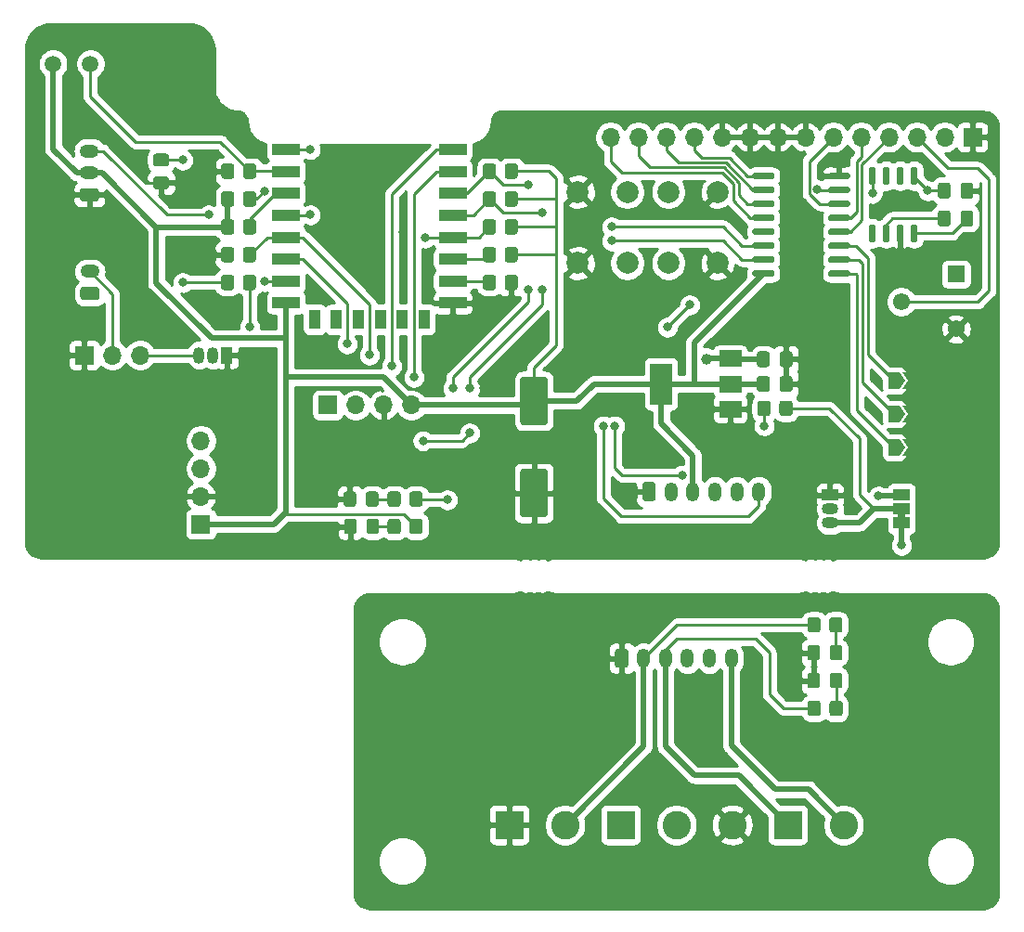
<source format=gbr>
%TF.GenerationSoftware,KiCad,Pcbnew,(5.1.10)-1*%
%TF.CreationDate,2021-05-24T15:00:52+02:00*%
%TF.ProjectId,LakeTemp,4c616b65-5465-46d7-902e-6b696361645f,v1.0*%
%TF.SameCoordinates,Original*%
%TF.FileFunction,Copper,L1,Top*%
%TF.FilePolarity,Positive*%
%FSLAX46Y46*%
G04 Gerber Fmt 4.6, Leading zero omitted, Abs format (unit mm)*
G04 Created by KiCad (PCBNEW (5.1.10)-1) date 2021-05-24 15:00:52*
%MOMM*%
%LPD*%
G01*
G04 APERTURE LIST*
%TA.AperFunction,EtchedComponent*%
%ADD10C,0.100000*%
%TD*%
%TA.AperFunction,ComponentPad*%
%ADD11O,1.200000X1.750000*%
%TD*%
%TA.AperFunction,ComponentPad*%
%ADD12R,1.050000X1.500000*%
%TD*%
%TA.AperFunction,ComponentPad*%
%ADD13O,1.050000X1.500000*%
%TD*%
%TA.AperFunction,SMDPad,CuDef*%
%ADD14R,1.500000X1.000000*%
%TD*%
%TA.AperFunction,ComponentPad*%
%ADD15C,2.000000*%
%TD*%
%TA.AperFunction,ComponentPad*%
%ADD16O,1.700000X1.700000*%
%TD*%
%TA.AperFunction,ComponentPad*%
%ADD17R,1.700000X1.700000*%
%TD*%
%TA.AperFunction,SMDPad,CuDef*%
%ADD18C,0.100000*%
%TD*%
%TA.AperFunction,SMDPad,CuDef*%
%ADD19R,2.000000X1.500000*%
%TD*%
%TA.AperFunction,SMDPad,CuDef*%
%ADD20R,2.000000X3.800000*%
%TD*%
%TA.AperFunction,ComponentPad*%
%ADD21C,1.500000*%
%TD*%
%TA.AperFunction,ComponentPad*%
%ADD22O,1.750000X1.200000*%
%TD*%
%TA.AperFunction,ComponentPad*%
%ADD23C,2.600000*%
%TD*%
%TA.AperFunction,ComponentPad*%
%ADD24R,2.600000X2.600000*%
%TD*%
%TA.AperFunction,ComponentPad*%
%ADD25R,1.500000X1.050000*%
%TD*%
%TA.AperFunction,ComponentPad*%
%ADD26O,1.500000X1.050000*%
%TD*%
%TA.AperFunction,ComponentPad*%
%ADD27C,1.550000*%
%TD*%
%TA.AperFunction,ComponentPad*%
%ADD28R,1.550000X1.550000*%
%TD*%
%TA.AperFunction,SMDPad,CuDef*%
%ADD29R,2.500000X1.000000*%
%TD*%
%TA.AperFunction,SMDPad,CuDef*%
%ADD30R,1.000000X1.800000*%
%TD*%
%TA.AperFunction,ViaPad*%
%ADD31C,0.800000*%
%TD*%
%TA.AperFunction,ViaPad*%
%ADD32C,1.000000*%
%TD*%
%TA.AperFunction,Conductor*%
%ADD33C,0.250000*%
%TD*%
%TA.AperFunction,Conductor*%
%ADD34C,0.500000*%
%TD*%
%TA.AperFunction,Conductor*%
%ADD35C,0.254000*%
%TD*%
%TA.AperFunction,Conductor*%
%ADD36C,0.100000*%
%TD*%
G04 APERTURE END LIST*
D10*
%TO.C,JP1*%
G36*
X187734000Y-96538000D02*
G01*
X187734000Y-96038000D01*
X188334000Y-96038000D01*
X188334000Y-96538000D01*
X187734000Y-96538000D01*
G37*
%TD*%
D11*
%TO.P,J2,6*%
%TO.N,WATER_LEVEL*%
X175010000Y-94074000D03*
%TO.P,J2,5*%
%TO.N,ONEWIRE_BUS*%
X173010000Y-94074000D03*
%TO.P,J2,4*%
%TO.N,ONEWIRE_PWR*%
X171010000Y-94074000D03*
%TO.P,J2,3*%
%TO.N,+3V3*%
X169010000Y-94074000D03*
%TO.P,J2,2*%
%TO.N,+5V*%
X167010000Y-94074000D03*
%TO.P,J2,1*%
%TO.N,GND*%
%TA.AperFunction,ComponentPad*%
G36*
G01*
X164410000Y-94699001D02*
X164410000Y-93448999D01*
G75*
G02*
X164659999Y-93199000I249999J0D01*
G01*
X165360001Y-93199000D01*
G75*
G02*
X165610000Y-93448999I0J-249999D01*
G01*
X165610000Y-94699001D01*
G75*
G02*
X165360001Y-94949000I-249999J0D01*
G01*
X164659999Y-94949000D01*
G75*
G02*
X164410000Y-94699001I0J249999D01*
G01*
G37*
%TD.AperFunction*%
%TD*%
D12*
%TO.P,Q1,1*%
%TO.N,GND*%
X126510000Y-81628000D03*
D13*
%TO.P,Q1,3*%
%TO.N,Net-(JP2-Pad3)*%
X123970000Y-81628000D03*
%TO.P,Q1,2*%
%TO.N,LCD_LED*%
X125240000Y-81628000D03*
%TD*%
D14*
%TO.P,JP1,2*%
%TO.N,ONEWIRE_PWR*%
X188034000Y-95638000D03*
%TO.P,JP1,3*%
%TO.N,+3V3*%
X188034000Y-94338000D03*
%TO.P,JP1,1*%
%TO.N,+5V*%
X188034000Y-96938000D03*
%TD*%
D15*
%TO.P,SW2,1*%
%TO.N,GND*%
X171265000Y-73230000D03*
%TO.P,SW2,2*%
%TO.N,Net-(R7-Pad1)*%
X166765000Y-73230000D03*
%TO.P,SW2,1*%
%TO.N,GND*%
X171265000Y-66730000D03*
%TO.P,SW2,2*%
%TO.N,Net-(R7-Pad1)*%
X166765000Y-66730000D03*
%TD*%
%TO.P,SW1,1*%
%TO.N,GND*%
X158515000Y-66730000D03*
%TO.P,SW1,2*%
%TO.N,Net-(R5-Pad1)*%
X163015000Y-66730000D03*
%TO.P,SW1,1*%
%TO.N,GND*%
X158515000Y-73230000D03*
%TO.P,SW1,2*%
%TO.N,Net-(R5-Pad1)*%
X163015000Y-73230000D03*
%TD*%
D16*
%TO.P,JP2,3*%
%TO.N,Net-(JP2-Pad3)*%
X118590000Y-81628000D03*
%TO.P,JP2,2*%
%TO.N,Net-(J6-Pad2)*%
X116050000Y-81628000D03*
D17*
%TO.P,JP2,1*%
%TO.N,GND*%
X113510000Y-81628000D03*
%TD*%
%TO.P,C6,2*%
%TO.N,GND*%
%TA.AperFunction,SMDPad,CuDef*%
G36*
G01*
X153510000Y-92000000D02*
X155510000Y-92000000D01*
G75*
G02*
X155760000Y-92250000I0J-250000D01*
G01*
X155760000Y-96150000D01*
G75*
G02*
X155510000Y-96400000I-250000J0D01*
G01*
X153510000Y-96400000D01*
G75*
G02*
X153260000Y-96150000I0J250000D01*
G01*
X153260000Y-92250000D01*
G75*
G02*
X153510000Y-92000000I250000J0D01*
G01*
G37*
%TD.AperFunction*%
%TO.P,C6,1*%
%TO.N,+3V3*%
%TA.AperFunction,SMDPad,CuDef*%
G36*
G01*
X153510000Y-83600000D02*
X155510000Y-83600000D01*
G75*
G02*
X155760000Y-83850000I0J-250000D01*
G01*
X155760000Y-87750000D01*
G75*
G02*
X155510000Y-88000000I-250000J0D01*
G01*
X153510000Y-88000000D01*
G75*
G02*
X153260000Y-87750000I0J250000D01*
G01*
X153260000Y-83850000D01*
G75*
G02*
X153510000Y-83600000I250000J0D01*
G01*
G37*
%TD.AperFunction*%
%TD*%
D11*
%TO.P,J3,6*%
%TO.N,Net-(J3-Pad6)*%
X172510000Y-109274000D03*
%TO.P,J3,5*%
%TO.N,Net-(J3-Pad5)*%
X170510000Y-109274000D03*
%TO.P,J3,4*%
%TO.N,Net-(J3-Pad4)*%
X168510000Y-109274000D03*
%TO.P,J3,3*%
%TO.N,Net-(J3-Pad3)*%
X166510000Y-109274000D03*
%TO.P,J3,2*%
%TO.N,Net-(J1-Pad2)*%
X164510000Y-109274000D03*
%TO.P,J3,1*%
%TO.N,GND1*%
%TA.AperFunction,ComponentPad*%
G36*
G01*
X161910000Y-109899001D02*
X161910000Y-108648999D01*
G75*
G02*
X162159999Y-108399000I249999J0D01*
G01*
X162860001Y-108399000D01*
G75*
G02*
X163110000Y-108648999I0J-249999D01*
G01*
X163110000Y-109899001D01*
G75*
G02*
X162860001Y-110149000I-249999J0D01*
G01*
X162159999Y-110149000D01*
G75*
G02*
X161910000Y-109899001I0J249999D01*
G01*
G37*
%TD.AperFunction*%
%TD*%
D16*
%TO.P,J9,4*%
%TO.N,SDA*%
X124143000Y-89432000D03*
%TO.P,J9,3*%
%TO.N,SCL*%
X124143000Y-91972000D03*
%TO.P,J9,2*%
%TO.N,GND*%
X124143000Y-94512000D03*
D17*
%TO.P,J9,1*%
%TO.N,+3V3*%
X124143000Y-97052000D03*
%TD*%
%TO.P,R3,2*%
%TO.N,Net-(D3-Pad2)*%
%TA.AperFunction,SMDPad,CuDef*%
G36*
G01*
X181452000Y-106676001D02*
X181452000Y-105775999D01*
G75*
G02*
X181701999Y-105526000I249999J0D01*
G01*
X182402001Y-105526000D01*
G75*
G02*
X182652000Y-105775999I0J-249999D01*
G01*
X182652000Y-106676001D01*
G75*
G02*
X182402001Y-106926000I-249999J0D01*
G01*
X181701999Y-106926000D01*
G75*
G02*
X181452000Y-106676001I0J249999D01*
G01*
G37*
%TD.AperFunction*%
%TO.P,R3,1*%
%TO.N,Net-(J1-Pad2)*%
%TA.AperFunction,SMDPad,CuDef*%
G36*
G01*
X179452000Y-106676001D02*
X179452000Y-105775999D01*
G75*
G02*
X179701999Y-105526000I249999J0D01*
G01*
X180402001Y-105526000D01*
G75*
G02*
X180652000Y-105775999I0J-249999D01*
G01*
X180652000Y-106676001D01*
G75*
G02*
X180402001Y-106926000I-249999J0D01*
G01*
X179701999Y-106926000D01*
G75*
G02*
X179452000Y-106676001I0J249999D01*
G01*
G37*
%TD.AperFunction*%
%TD*%
%TO.P,R4,2*%
%TO.N,Net-(D4-Pad2)*%
%TA.AperFunction,SMDPad,CuDef*%
G36*
G01*
X181468000Y-114296001D02*
X181468000Y-113395999D01*
G75*
G02*
X181717999Y-113146000I249999J0D01*
G01*
X182418001Y-113146000D01*
G75*
G02*
X182668000Y-113395999I0J-249999D01*
G01*
X182668000Y-114296001D01*
G75*
G02*
X182418001Y-114546000I-249999J0D01*
G01*
X181717999Y-114546000D01*
G75*
G02*
X181468000Y-114296001I0J249999D01*
G01*
G37*
%TD.AperFunction*%
%TO.P,R4,1*%
%TO.N,Net-(J3-Pad3)*%
%TA.AperFunction,SMDPad,CuDef*%
G36*
G01*
X179468000Y-114296001D02*
X179468000Y-113395999D01*
G75*
G02*
X179717999Y-113146000I249999J0D01*
G01*
X180418001Y-113146000D01*
G75*
G02*
X180668000Y-113395999I0J-249999D01*
G01*
X180668000Y-114296001D01*
G75*
G02*
X180418001Y-114546000I-249999J0D01*
G01*
X179717999Y-114546000D01*
G75*
G02*
X179468000Y-114296001I0J249999D01*
G01*
G37*
%TD.AperFunction*%
%TD*%
%TA.AperFunction,SMDPad,CuDef*%
D18*
%TO.P,ADR-A3,1*%
%TO.N,PCF_A2*%
G36*
X188340000Y-83954000D02*
G01*
X187840000Y-84704000D01*
X186840000Y-84704000D01*
X186840000Y-83204000D01*
X187840000Y-83204000D01*
X188340000Y-83954000D01*
G37*
%TD.AperFunction*%
%TA.AperFunction,SMDPad,CuDef*%
%TO.P,ADR-A3,2*%
%TO.N,GND*%
G36*
X189290000Y-84704000D02*
G01*
X188140000Y-84704000D01*
X188640000Y-83954000D01*
X188140000Y-83204000D01*
X189290000Y-83204000D01*
X189290000Y-84704000D01*
G37*
%TD.AperFunction*%
%TD*%
%TA.AperFunction,SMDPad,CuDef*%
%TO.P,ADR-A2,1*%
%TO.N,PCF_A1*%
G36*
X188340000Y-87002000D02*
G01*
X187840000Y-87752000D01*
X186840000Y-87752000D01*
X186840000Y-86252000D01*
X187840000Y-86252000D01*
X188340000Y-87002000D01*
G37*
%TD.AperFunction*%
%TA.AperFunction,SMDPad,CuDef*%
%TO.P,ADR-A2,2*%
%TO.N,GND*%
G36*
X189290000Y-87752000D02*
G01*
X188140000Y-87752000D01*
X188640000Y-87002000D01*
X188140000Y-86252000D01*
X189290000Y-86252000D01*
X189290000Y-87752000D01*
G37*
%TD.AperFunction*%
%TD*%
%TA.AperFunction,SMDPad,CuDef*%
%TO.P,ADR-A1,1*%
%TO.N,PCF_A0*%
G36*
X188340000Y-90050000D02*
G01*
X187840000Y-90800000D01*
X186840000Y-90800000D01*
X186840000Y-89300000D01*
X187840000Y-89300000D01*
X188340000Y-90050000D01*
G37*
%TD.AperFunction*%
%TA.AperFunction,SMDPad,CuDef*%
%TO.P,ADR-A1,2*%
%TO.N,GND*%
G36*
X189290000Y-90800000D02*
G01*
X188140000Y-90800000D01*
X188640000Y-90050000D01*
X188140000Y-89300000D01*
X189290000Y-89300000D01*
X189290000Y-90800000D01*
G37*
%TD.AperFunction*%
%TD*%
%TO.P,U3,16*%
%TO.N,+3V3*%
%TA.AperFunction,SMDPad,CuDef*%
G36*
G01*
X176415000Y-74025000D02*
X176415000Y-74325000D01*
G75*
G02*
X176265000Y-74475000I-150000J0D01*
G01*
X174590000Y-74475000D01*
G75*
G02*
X174440000Y-74325000I0J150000D01*
G01*
X174440000Y-74025000D01*
G75*
G02*
X174590000Y-73875000I150000J0D01*
G01*
X176265000Y-73875000D01*
G75*
G02*
X176415000Y-74025000I0J-150000D01*
G01*
G37*
%TD.AperFunction*%
%TO.P,U3,15*%
%TO.N,SDA*%
%TA.AperFunction,SMDPad,CuDef*%
G36*
G01*
X176415000Y-72755000D02*
X176415000Y-73055000D01*
G75*
G02*
X176265000Y-73205000I-150000J0D01*
G01*
X174590000Y-73205000D01*
G75*
G02*
X174440000Y-73055000I0J150000D01*
G01*
X174440000Y-72755000D01*
G75*
G02*
X174590000Y-72605000I150000J0D01*
G01*
X176265000Y-72605000D01*
G75*
G02*
X176415000Y-72755000I0J-150000D01*
G01*
G37*
%TD.AperFunction*%
%TO.P,U3,14*%
%TO.N,SCL*%
%TA.AperFunction,SMDPad,CuDef*%
G36*
G01*
X176415000Y-71485000D02*
X176415000Y-71785000D01*
G75*
G02*
X176265000Y-71935000I-150000J0D01*
G01*
X174590000Y-71935000D01*
G75*
G02*
X174440000Y-71785000I0J150000D01*
G01*
X174440000Y-71485000D01*
G75*
G02*
X174590000Y-71335000I150000J0D01*
G01*
X176265000Y-71335000D01*
G75*
G02*
X176415000Y-71485000I0J-150000D01*
G01*
G37*
%TD.AperFunction*%
%TO.P,U3,13*%
%TO.N,Net-(U3-Pad13)*%
%TA.AperFunction,SMDPad,CuDef*%
G36*
G01*
X176415000Y-70215000D02*
X176415000Y-70515000D01*
G75*
G02*
X176265000Y-70665000I-150000J0D01*
G01*
X174590000Y-70665000D01*
G75*
G02*
X174440000Y-70515000I0J150000D01*
G01*
X174440000Y-70215000D01*
G75*
G02*
X174590000Y-70065000I150000J0D01*
G01*
X176265000Y-70065000D01*
G75*
G02*
X176415000Y-70215000I0J-150000D01*
G01*
G37*
%TD.AperFunction*%
%TO.P,U3,12*%
%TO.N,LCD_DB7*%
%TA.AperFunction,SMDPad,CuDef*%
G36*
G01*
X176415000Y-68945000D02*
X176415000Y-69245000D01*
G75*
G02*
X176265000Y-69395000I-150000J0D01*
G01*
X174590000Y-69395000D01*
G75*
G02*
X174440000Y-69245000I0J150000D01*
G01*
X174440000Y-68945000D01*
G75*
G02*
X174590000Y-68795000I150000J0D01*
G01*
X176265000Y-68795000D01*
G75*
G02*
X176415000Y-68945000I0J-150000D01*
G01*
G37*
%TD.AperFunction*%
%TO.P,U3,11*%
%TO.N,LCD_DB6*%
%TA.AperFunction,SMDPad,CuDef*%
G36*
G01*
X176415000Y-67675000D02*
X176415000Y-67975000D01*
G75*
G02*
X176265000Y-68125000I-150000J0D01*
G01*
X174590000Y-68125000D01*
G75*
G02*
X174440000Y-67975000I0J150000D01*
G01*
X174440000Y-67675000D01*
G75*
G02*
X174590000Y-67525000I150000J0D01*
G01*
X176265000Y-67525000D01*
G75*
G02*
X176415000Y-67675000I0J-150000D01*
G01*
G37*
%TD.AperFunction*%
%TO.P,U3,10*%
%TO.N,LCD_DB5*%
%TA.AperFunction,SMDPad,CuDef*%
G36*
G01*
X176415000Y-66405000D02*
X176415000Y-66705000D01*
G75*
G02*
X176265000Y-66855000I-150000J0D01*
G01*
X174590000Y-66855000D01*
G75*
G02*
X174440000Y-66705000I0J150000D01*
G01*
X174440000Y-66405000D01*
G75*
G02*
X174590000Y-66255000I150000J0D01*
G01*
X176265000Y-66255000D01*
G75*
G02*
X176415000Y-66405000I0J-150000D01*
G01*
G37*
%TD.AperFunction*%
%TO.P,U3,9*%
%TO.N,LCD_DB4*%
%TA.AperFunction,SMDPad,CuDef*%
G36*
G01*
X176415000Y-65135000D02*
X176415000Y-65435000D01*
G75*
G02*
X176265000Y-65585000I-150000J0D01*
G01*
X174590000Y-65585000D01*
G75*
G02*
X174440000Y-65435000I0J150000D01*
G01*
X174440000Y-65135000D01*
G75*
G02*
X174590000Y-64985000I150000J0D01*
G01*
X176265000Y-64985000D01*
G75*
G02*
X176415000Y-65135000I0J-150000D01*
G01*
G37*
%TD.AperFunction*%
%TO.P,U3,8*%
%TO.N,GND*%
%TA.AperFunction,SMDPad,CuDef*%
G36*
G01*
X183340000Y-65135000D02*
X183340000Y-65435000D01*
G75*
G02*
X183190000Y-65585000I-150000J0D01*
G01*
X181515000Y-65585000D01*
G75*
G02*
X181365000Y-65435000I0J150000D01*
G01*
X181365000Y-65135000D01*
G75*
G02*
X181515000Y-64985000I150000J0D01*
G01*
X183190000Y-64985000D01*
G75*
G02*
X183340000Y-65135000I0J-150000D01*
G01*
G37*
%TD.AperFunction*%
%TO.P,U3,7*%
%TO.N,LCD_LED*%
%TA.AperFunction,SMDPad,CuDef*%
G36*
G01*
X183340000Y-66405000D02*
X183340000Y-66705000D01*
G75*
G02*
X183190000Y-66855000I-150000J0D01*
G01*
X181515000Y-66855000D01*
G75*
G02*
X181365000Y-66705000I0J150000D01*
G01*
X181365000Y-66405000D01*
G75*
G02*
X181515000Y-66255000I150000J0D01*
G01*
X183190000Y-66255000D01*
G75*
G02*
X183340000Y-66405000I0J-150000D01*
G01*
G37*
%TD.AperFunction*%
%TO.P,U3,6*%
%TO.N,LCD_E*%
%TA.AperFunction,SMDPad,CuDef*%
G36*
G01*
X183340000Y-67675000D02*
X183340000Y-67975000D01*
G75*
G02*
X183190000Y-68125000I-150000J0D01*
G01*
X181515000Y-68125000D01*
G75*
G02*
X181365000Y-67975000I0J150000D01*
G01*
X181365000Y-67675000D01*
G75*
G02*
X181515000Y-67525000I150000J0D01*
G01*
X183190000Y-67525000D01*
G75*
G02*
X183340000Y-67675000I0J-150000D01*
G01*
G37*
%TD.AperFunction*%
%TO.P,U3,5*%
%TO.N,LCD_RW*%
%TA.AperFunction,SMDPad,CuDef*%
G36*
G01*
X183340000Y-68945000D02*
X183340000Y-69245000D01*
G75*
G02*
X183190000Y-69395000I-150000J0D01*
G01*
X181515000Y-69395000D01*
G75*
G02*
X181365000Y-69245000I0J150000D01*
G01*
X181365000Y-68945000D01*
G75*
G02*
X181515000Y-68795000I150000J0D01*
G01*
X183190000Y-68795000D01*
G75*
G02*
X183340000Y-68945000I0J-150000D01*
G01*
G37*
%TD.AperFunction*%
%TO.P,U3,4*%
%TO.N,LCD_RS*%
%TA.AperFunction,SMDPad,CuDef*%
G36*
G01*
X183340000Y-70215000D02*
X183340000Y-70515000D01*
G75*
G02*
X183190000Y-70665000I-150000J0D01*
G01*
X181515000Y-70665000D01*
G75*
G02*
X181365000Y-70515000I0J150000D01*
G01*
X181365000Y-70215000D01*
G75*
G02*
X181515000Y-70065000I150000J0D01*
G01*
X183190000Y-70065000D01*
G75*
G02*
X183340000Y-70215000I0J-150000D01*
G01*
G37*
%TD.AperFunction*%
%TO.P,U3,3*%
%TO.N,PCF_A2*%
%TA.AperFunction,SMDPad,CuDef*%
G36*
G01*
X183340000Y-71485000D02*
X183340000Y-71785000D01*
G75*
G02*
X183190000Y-71935000I-150000J0D01*
G01*
X181515000Y-71935000D01*
G75*
G02*
X181365000Y-71785000I0J150000D01*
G01*
X181365000Y-71485000D01*
G75*
G02*
X181515000Y-71335000I150000J0D01*
G01*
X183190000Y-71335000D01*
G75*
G02*
X183340000Y-71485000I0J-150000D01*
G01*
G37*
%TD.AperFunction*%
%TO.P,U3,2*%
%TO.N,PCF_A1*%
%TA.AperFunction,SMDPad,CuDef*%
G36*
G01*
X183340000Y-72755000D02*
X183340000Y-73055000D01*
G75*
G02*
X183190000Y-73205000I-150000J0D01*
G01*
X181515000Y-73205000D01*
G75*
G02*
X181365000Y-73055000I0J150000D01*
G01*
X181365000Y-72755000D01*
G75*
G02*
X181515000Y-72605000I150000J0D01*
G01*
X183190000Y-72605000D01*
G75*
G02*
X183340000Y-72755000I0J-150000D01*
G01*
G37*
%TD.AperFunction*%
%TO.P,U3,1*%
%TO.N,PCF_A0*%
%TA.AperFunction,SMDPad,CuDef*%
G36*
G01*
X183340000Y-74025000D02*
X183340000Y-74325000D01*
G75*
G02*
X183190000Y-74475000I-150000J0D01*
G01*
X181515000Y-74475000D01*
G75*
G02*
X181365000Y-74325000I0J150000D01*
G01*
X181365000Y-74025000D01*
G75*
G02*
X181515000Y-73875000I150000J0D01*
G01*
X183190000Y-73875000D01*
G75*
G02*
X183340000Y-74025000I0J-150000D01*
G01*
G37*
%TD.AperFunction*%
%TD*%
D19*
%TO.P,U1,1*%
%TO.N,GND*%
X172410000Y-86550000D03*
%TO.P,U1,3*%
%TO.N,+5V*%
X172410000Y-81950000D03*
%TO.P,U1,2*%
%TO.N,+3V3*%
X172410000Y-84250000D03*
D20*
X166110000Y-84250000D03*
%TD*%
%TO.P,R16,2*%
%TO.N,GND*%
%TA.AperFunction,SMDPad,CuDef*%
G36*
G01*
X127188000Y-64395999D02*
X127188000Y-65296001D01*
G75*
G02*
X126938001Y-65546000I-249999J0D01*
G01*
X126237999Y-65546000D01*
G75*
G02*
X125988000Y-65296001I0J249999D01*
G01*
X125988000Y-64395999D01*
G75*
G02*
X126237999Y-64146000I249999J0D01*
G01*
X126938001Y-64146000D01*
G75*
G02*
X127188000Y-64395999I0J-249999D01*
G01*
G37*
%TD.AperFunction*%
%TO.P,R16,1*%
%TO.N,LDR*%
%TA.AperFunction,SMDPad,CuDef*%
G36*
G01*
X129188000Y-64395999D02*
X129188000Y-65296001D01*
G75*
G02*
X128938001Y-65546000I-249999J0D01*
G01*
X128237999Y-65546000D01*
G75*
G02*
X127988000Y-65296001I0J249999D01*
G01*
X127988000Y-64395999D01*
G75*
G02*
X128237999Y-64146000I249999J0D01*
G01*
X128938001Y-64146000D01*
G75*
G02*
X129188000Y-64395999I0J-249999D01*
G01*
G37*
%TD.AperFunction*%
%TD*%
%TO.P,R15,2*%
%TO.N,LCD_LED*%
%TA.AperFunction,SMDPad,CuDef*%
G36*
G01*
X127972000Y-75456001D02*
X127972000Y-74555999D01*
G75*
G02*
X128221999Y-74306000I249999J0D01*
G01*
X128922001Y-74306000D01*
G75*
G02*
X129172000Y-74555999I0J-249999D01*
G01*
X129172000Y-75456001D01*
G75*
G02*
X128922001Y-75706000I-249999J0D01*
G01*
X128221999Y-75706000D01*
G75*
G02*
X127972000Y-75456001I0J249999D01*
G01*
G37*
%TD.AperFunction*%
%TO.P,R15,1*%
%TO.N,+5V*%
%TA.AperFunction,SMDPad,CuDef*%
G36*
G01*
X125972000Y-75456001D02*
X125972000Y-74555999D01*
G75*
G02*
X126221999Y-74306000I249999J0D01*
G01*
X126922001Y-74306000D01*
G75*
G02*
X127172000Y-74555999I0J-249999D01*
G01*
X127172000Y-75456001D01*
G75*
G02*
X126922001Y-75706000I-249999J0D01*
G01*
X126221999Y-75706000D01*
G75*
G02*
X125972000Y-75456001I0J249999D01*
G01*
G37*
%TD.AperFunction*%
%TD*%
D21*
%TO.P,R14,2*%
%TO.N,LDR*%
X114054000Y-55064000D03*
%TO.P,R14,1*%
%TO.N,+3V3*%
X110654000Y-55064000D03*
%TD*%
%TO.P,R11,2*%
%TO.N,ONEWIRE_BUS*%
%TA.AperFunction,SMDPad,CuDef*%
G36*
G01*
X176095000Y-86029999D02*
X176095000Y-86930001D01*
G75*
G02*
X175845001Y-87180000I-249999J0D01*
G01*
X175144999Y-87180000D01*
G75*
G02*
X174895000Y-86930001I0J249999D01*
G01*
X174895000Y-86029999D01*
G75*
G02*
X175144999Y-85780000I249999J0D01*
G01*
X175845001Y-85780000D01*
G75*
G02*
X176095000Y-86029999I0J-249999D01*
G01*
G37*
%TD.AperFunction*%
%TO.P,R11,1*%
%TO.N,ONEWIRE_PWR*%
%TA.AperFunction,SMDPad,CuDef*%
G36*
G01*
X178095000Y-86029999D02*
X178095000Y-86930001D01*
G75*
G02*
X177845001Y-87180000I-249999J0D01*
G01*
X177144999Y-87180000D01*
G75*
G02*
X176895000Y-86930001I0J249999D01*
G01*
X176895000Y-86029999D01*
G75*
G02*
X177144999Y-85780000I249999J0D01*
G01*
X177845001Y-85780000D01*
G75*
G02*
X178095000Y-86029999I0J-249999D01*
G01*
G37*
%TD.AperFunction*%
%TD*%
D22*
%TO.P,J10,3*%
%TO.N,TOUCH_IO*%
X113967000Y-63000000D03*
%TO.P,J10,2*%
%TO.N,+3V3*%
X113967000Y-65000000D03*
%TO.P,J10,1*%
%TO.N,GND*%
%TA.AperFunction,ComponentPad*%
G36*
G01*
X114592001Y-67600000D02*
X113341999Y-67600000D01*
G75*
G02*
X113092000Y-67350001I0J249999D01*
G01*
X113092000Y-66649999D01*
G75*
G02*
X113341999Y-66400000I249999J0D01*
G01*
X114592001Y-66400000D01*
G75*
G02*
X114842000Y-66649999I0J-249999D01*
G01*
X114842000Y-67350001D01*
G75*
G02*
X114592001Y-67600000I-249999J0D01*
G01*
G37*
%TD.AperFunction*%
%TD*%
D16*
%TO.P,J8,14*%
%TO.N,LCD_DB7*%
X161490000Y-61750000D03*
%TO.P,J8,13*%
%TO.N,LCD_DB6*%
X164030000Y-61750000D03*
%TO.P,J8,12*%
%TO.N,LCD_DB5*%
X166570000Y-61750000D03*
%TO.P,J8,11*%
%TO.N,LCD_DB4*%
X169110000Y-61750000D03*
%TO.P,J8,10*%
%TO.N,GND*%
X171650000Y-61750000D03*
%TO.P,J8,9*%
X174190000Y-61750000D03*
%TO.P,J8,8*%
X176730000Y-61750000D03*
%TO.P,J8,7*%
X179270000Y-61750000D03*
%TO.P,J8,6*%
%TO.N,LCD_E*%
X181810000Y-61750000D03*
%TO.P,J8,5*%
%TO.N,LCD_RW*%
X184350000Y-61750000D03*
%TO.P,J8,4*%
%TO.N,LCD_RS*%
X186890000Y-61750000D03*
%TO.P,J8,3*%
%TO.N,LCD_CONTRAST*%
X189430000Y-61750000D03*
%TO.P,J8,2*%
%TO.N,+5V*%
X191970000Y-61750000D03*
D17*
%TO.P,J8,1*%
%TO.N,GND*%
X194510000Y-61750000D03*
%TD*%
D16*
%TO.P,J7,4*%
%TO.N,+3V3*%
X143330000Y-86182000D03*
%TO.P,J7,3*%
%TO.N,GND*%
X140790000Y-86182000D03*
%TO.P,J7,2*%
%TO.N,ESP_RX*%
X138250000Y-86182000D03*
D17*
%TO.P,J7,1*%
%TO.N,ESP_TX*%
X135710000Y-86182000D03*
%TD*%
D22*
%TO.P,J6,2*%
%TO.N,Net-(J6-Pad2)*%
X114010000Y-74000000D03*
%TO.P,J6,1*%
%TO.N,+5V*%
%TA.AperFunction,ComponentPad*%
G36*
G01*
X114635001Y-76600000D02*
X113384999Y-76600000D01*
G75*
G02*
X113135000Y-76350001I0J249999D01*
G01*
X113135000Y-75649999D01*
G75*
G02*
X113384999Y-75400000I249999J0D01*
G01*
X114635001Y-75400000D01*
G75*
G02*
X114885000Y-75649999I0J-249999D01*
G01*
X114885000Y-76350001D01*
G75*
G02*
X114635001Y-76600000I-249999J0D01*
G01*
G37*
%TD.AperFunction*%
%TD*%
D23*
%TO.P,J5,2*%
%TO.N,Net-(J3-Pad6)*%
X182745000Y-124480000D03*
D24*
%TO.P,J5,1*%
%TO.N,Net-(J3-Pad3)*%
X177665000Y-124480000D03*
%TD*%
%TO.P,J4,1*%
%TO.N,Net-(J3-Pad4)*%
X162425000Y-124480000D03*
D23*
%TO.P,J4,2*%
%TO.N,Net-(J3-Pad5)*%
X167505000Y-124480000D03*
%TO.P,J4,3*%
%TO.N,GND1*%
X172585000Y-124480000D03*
%TD*%
%TO.P,J1,2*%
%TO.N,Net-(J1-Pad2)*%
X157345000Y-124480000D03*
D24*
%TO.P,J1,1*%
%TO.N,GND1*%
X152265000Y-124480000D03*
%TD*%
%TO.P,D4,2*%
%TO.N,Net-(D4-Pad2)*%
%TA.AperFunction,SMDPad,CuDef*%
G36*
G01*
X181493000Y-111756001D02*
X181493000Y-110855999D01*
G75*
G02*
X181742999Y-110606000I249999J0D01*
G01*
X182393001Y-110606000D01*
G75*
G02*
X182643000Y-110855999I0J-249999D01*
G01*
X182643000Y-111756001D01*
G75*
G02*
X182393001Y-112006000I-249999J0D01*
G01*
X181742999Y-112006000D01*
G75*
G02*
X181493000Y-111756001I0J249999D01*
G01*
G37*
%TD.AperFunction*%
%TO.P,D4,1*%
%TO.N,GND1*%
%TA.AperFunction,SMDPad,CuDef*%
G36*
G01*
X179443000Y-111756001D02*
X179443000Y-110855999D01*
G75*
G02*
X179692999Y-110606000I249999J0D01*
G01*
X180343001Y-110606000D01*
G75*
G02*
X180593000Y-110855999I0J-249999D01*
G01*
X180593000Y-111756001D01*
G75*
G02*
X180343001Y-112006000I-249999J0D01*
G01*
X179692999Y-112006000D01*
G75*
G02*
X179443000Y-111756001I0J249999D01*
G01*
G37*
%TD.AperFunction*%
%TD*%
%TO.P,D1,2*%
%TO.N,Net-(D1-Pad2)*%
%TA.AperFunction,SMDPad,CuDef*%
G36*
G01*
X139190000Y-95208001D02*
X139190000Y-94307999D01*
G75*
G02*
X139439999Y-94058000I249999J0D01*
G01*
X140090001Y-94058000D01*
G75*
G02*
X140340000Y-94307999I0J-249999D01*
G01*
X140340000Y-95208001D01*
G75*
G02*
X140090001Y-95458000I-249999J0D01*
G01*
X139439999Y-95458000D01*
G75*
G02*
X139190000Y-95208001I0J249999D01*
G01*
G37*
%TD.AperFunction*%
%TO.P,D1,1*%
%TO.N,GND*%
%TA.AperFunction,SMDPad,CuDef*%
G36*
G01*
X137140000Y-95208001D02*
X137140000Y-94307999D01*
G75*
G02*
X137389999Y-94058000I249999J0D01*
G01*
X138040001Y-94058000D01*
G75*
G02*
X138290000Y-94307999I0J-249999D01*
G01*
X138290000Y-95208001D01*
G75*
G02*
X138040001Y-95458000I-249999J0D01*
G01*
X137389999Y-95458000D01*
G75*
G02*
X137140000Y-95208001I0J249999D01*
G01*
G37*
%TD.AperFunction*%
%TD*%
%TO.P,R13,2*%
%TO.N,GND*%
%TA.AperFunction,SMDPad,CuDef*%
G36*
G01*
X127172000Y-72015999D02*
X127172000Y-72916001D01*
G75*
G02*
X126922001Y-73166000I-249999J0D01*
G01*
X126221999Y-73166000D01*
G75*
G02*
X125972000Y-72916001I0J249999D01*
G01*
X125972000Y-72015999D01*
G75*
G02*
X126221999Y-71766000I249999J0D01*
G01*
X126922001Y-71766000D01*
G75*
G02*
X127172000Y-72015999I0J-249999D01*
G01*
G37*
%TD.AperFunction*%
%TO.P,R13,1*%
%TO.N,WATER_LEVEL*%
%TA.AperFunction,SMDPad,CuDef*%
G36*
G01*
X129172000Y-72015999D02*
X129172000Y-72916001D01*
G75*
G02*
X128922001Y-73166000I-249999J0D01*
G01*
X128221999Y-73166000D01*
G75*
G02*
X127972000Y-72916001I0J249999D01*
G01*
X127972000Y-72015999D01*
G75*
G02*
X128221999Y-71766000I249999J0D01*
G01*
X128922001Y-71766000D01*
G75*
G02*
X129172000Y-72015999I0J-249999D01*
G01*
G37*
%TD.AperFunction*%
%TD*%
%TO.P,R12,2*%
%TO.N,Net-(R12-Pad2)*%
%TA.AperFunction,SMDPad,CuDef*%
G36*
G01*
X151048000Y-74555999D02*
X151048000Y-75456001D01*
G75*
G02*
X150798001Y-75706000I-249999J0D01*
G01*
X150097999Y-75706000D01*
G75*
G02*
X149848000Y-75456001I0J249999D01*
G01*
X149848000Y-74555999D01*
G75*
G02*
X150097999Y-74306000I249999J0D01*
G01*
X150798001Y-74306000D01*
G75*
G02*
X151048000Y-74555999I0J-249999D01*
G01*
G37*
%TD.AperFunction*%
%TO.P,R12,1*%
%TO.N,GND*%
%TA.AperFunction,SMDPad,CuDef*%
G36*
G01*
X153048000Y-74555999D02*
X153048000Y-75456001D01*
G75*
G02*
X152798001Y-75706000I-249999J0D01*
G01*
X152097999Y-75706000D01*
G75*
G02*
X151848000Y-75456001I0J249999D01*
G01*
X151848000Y-74555999D01*
G75*
G02*
X152097999Y-74306000I249999J0D01*
G01*
X152798001Y-74306000D01*
G75*
G02*
X153048000Y-74555999I0J-249999D01*
G01*
G37*
%TD.AperFunction*%
%TD*%
%TO.P,R10,2*%
%TO.N,+3V3*%
%TA.AperFunction,SMDPad,CuDef*%
G36*
G01*
X151848000Y-72916001D02*
X151848000Y-72015999D01*
G75*
G02*
X152097999Y-71766000I249999J0D01*
G01*
X152798001Y-71766000D01*
G75*
G02*
X153048000Y-72015999I0J-249999D01*
G01*
X153048000Y-72916001D01*
G75*
G02*
X152798001Y-73166000I-249999J0D01*
G01*
X152097999Y-73166000D01*
G75*
G02*
X151848000Y-72916001I0J249999D01*
G01*
G37*
%TD.AperFunction*%
%TO.P,R10,1*%
%TO.N,Net-(R10-Pad1)*%
%TA.AperFunction,SMDPad,CuDef*%
G36*
G01*
X149848000Y-72916001D02*
X149848000Y-72015999D01*
G75*
G02*
X150097999Y-71766000I249999J0D01*
G01*
X150798001Y-71766000D01*
G75*
G02*
X151048000Y-72015999I0J-249999D01*
G01*
X151048000Y-72916001D01*
G75*
G02*
X150798001Y-73166000I-249999J0D01*
G01*
X150097999Y-73166000D01*
G75*
G02*
X149848000Y-72916001I0J249999D01*
G01*
G37*
%TD.AperFunction*%
%TD*%
%TO.P,R9,2*%
%TO.N,SCL*%
%TA.AperFunction,SMDPad,CuDef*%
G36*
G01*
X151048000Y-64395999D02*
X151048000Y-65296001D01*
G75*
G02*
X150798001Y-65546000I-249999J0D01*
G01*
X150097999Y-65546000D01*
G75*
G02*
X149848000Y-65296001I0J249999D01*
G01*
X149848000Y-64395999D01*
G75*
G02*
X150097999Y-64146000I249999J0D01*
G01*
X150798001Y-64146000D01*
G75*
G02*
X151048000Y-64395999I0J-249999D01*
G01*
G37*
%TD.AperFunction*%
%TO.P,R9,1*%
%TO.N,+3V3*%
%TA.AperFunction,SMDPad,CuDef*%
G36*
G01*
X153048000Y-64395999D02*
X153048000Y-65296001D01*
G75*
G02*
X152798001Y-65546000I-249999J0D01*
G01*
X152097999Y-65546000D01*
G75*
G02*
X151848000Y-65296001I0J249999D01*
G01*
X151848000Y-64395999D01*
G75*
G02*
X152097999Y-64146000I249999J0D01*
G01*
X152798001Y-64146000D01*
G75*
G02*
X153048000Y-64395999I0J-249999D01*
G01*
G37*
%TD.AperFunction*%
%TD*%
%TO.P,R8,2*%
%TO.N,SDA*%
%TA.AperFunction,SMDPad,CuDef*%
G36*
G01*
X151048000Y-66935999D02*
X151048000Y-67836001D01*
G75*
G02*
X150798001Y-68086000I-249999J0D01*
G01*
X150097999Y-68086000D01*
G75*
G02*
X149848000Y-67836001I0J249999D01*
G01*
X149848000Y-66935999D01*
G75*
G02*
X150097999Y-66686000I249999J0D01*
G01*
X150798001Y-66686000D01*
G75*
G02*
X151048000Y-66935999I0J-249999D01*
G01*
G37*
%TD.AperFunction*%
%TO.P,R8,1*%
%TO.N,+3V3*%
%TA.AperFunction,SMDPad,CuDef*%
G36*
G01*
X153048000Y-66935999D02*
X153048000Y-67836001D01*
G75*
G02*
X152798001Y-68086000I-249999J0D01*
G01*
X152097999Y-68086000D01*
G75*
G02*
X151848000Y-67836001I0J249999D01*
G01*
X151848000Y-66935999D01*
G75*
G02*
X152097999Y-66686000I249999J0D01*
G01*
X152798001Y-66686000D01*
G75*
G02*
X153048000Y-66935999I0J-249999D01*
G01*
G37*
%TD.AperFunction*%
%TD*%
%TO.P,R7,2*%
%TO.N,+3V3*%
%TA.AperFunction,SMDPad,CuDef*%
G36*
G01*
X151848000Y-70376001D02*
X151848000Y-69475999D01*
G75*
G02*
X152097999Y-69226000I249999J0D01*
G01*
X152798001Y-69226000D01*
G75*
G02*
X153048000Y-69475999I0J-249999D01*
G01*
X153048000Y-70376001D01*
G75*
G02*
X152798001Y-70626000I-249999J0D01*
G01*
X152097999Y-70626000D01*
G75*
G02*
X151848000Y-70376001I0J249999D01*
G01*
G37*
%TD.AperFunction*%
%TO.P,R7,1*%
%TO.N,Net-(R7-Pad1)*%
%TA.AperFunction,SMDPad,CuDef*%
G36*
G01*
X149848000Y-70376001D02*
X149848000Y-69475999D01*
G75*
G02*
X150097999Y-69226000I249999J0D01*
G01*
X150798001Y-69226000D01*
G75*
G02*
X151048000Y-69475999I0J-249999D01*
G01*
X151048000Y-70376001D01*
G75*
G02*
X150798001Y-70626000I-249999J0D01*
G01*
X150097999Y-70626000D01*
G75*
G02*
X149848000Y-70376001I0J249999D01*
G01*
G37*
%TD.AperFunction*%
%TD*%
%TO.P,R6,2*%
%TO.N,+3V3*%
%TA.AperFunction,SMDPad,CuDef*%
G36*
G01*
X127188000Y-69475999D02*
X127188000Y-70376001D01*
G75*
G02*
X126938001Y-70626000I-249999J0D01*
G01*
X126237999Y-70626000D01*
G75*
G02*
X125988000Y-70376001I0J249999D01*
G01*
X125988000Y-69475999D01*
G75*
G02*
X126237999Y-69226000I249999J0D01*
G01*
X126938001Y-69226000D01*
G75*
G02*
X127188000Y-69475999I0J-249999D01*
G01*
G37*
%TD.AperFunction*%
%TO.P,R6,1*%
%TO.N,Net-(R6-Pad1)*%
%TA.AperFunction,SMDPad,CuDef*%
G36*
G01*
X129188000Y-69475999D02*
X129188000Y-70376001D01*
G75*
G02*
X128938001Y-70626000I-249999J0D01*
G01*
X128237999Y-70626000D01*
G75*
G02*
X127988000Y-70376001I0J249999D01*
G01*
X127988000Y-69475999D01*
G75*
G02*
X128237999Y-69226000I249999J0D01*
G01*
X128938001Y-69226000D01*
G75*
G02*
X129188000Y-69475999I0J-249999D01*
G01*
G37*
%TD.AperFunction*%
%TD*%
%TO.P,R5,2*%
%TO.N,+3V3*%
%TA.AperFunction,SMDPad,CuDef*%
G36*
G01*
X127188000Y-66935999D02*
X127188000Y-67836001D01*
G75*
G02*
X126938001Y-68086000I-249999J0D01*
G01*
X126237999Y-68086000D01*
G75*
G02*
X125988000Y-67836001I0J249999D01*
G01*
X125988000Y-66935999D01*
G75*
G02*
X126237999Y-66686000I249999J0D01*
G01*
X126938001Y-66686000D01*
G75*
G02*
X127188000Y-66935999I0J-249999D01*
G01*
G37*
%TD.AperFunction*%
%TO.P,R5,1*%
%TO.N,Net-(R5-Pad1)*%
%TA.AperFunction,SMDPad,CuDef*%
G36*
G01*
X129188000Y-66935999D02*
X129188000Y-67836001D01*
G75*
G02*
X128938001Y-68086000I-249999J0D01*
G01*
X128237999Y-68086000D01*
G75*
G02*
X127988000Y-67836001I0J249999D01*
G01*
X127988000Y-66935999D01*
G75*
G02*
X128237999Y-66686000I249999J0D01*
G01*
X128938001Y-66686000D01*
G75*
G02*
X129188000Y-66935999I0J-249999D01*
G01*
G37*
%TD.AperFunction*%
%TD*%
%TO.P,R1,2*%
%TO.N,Net-(D1-Pad2)*%
%TA.AperFunction,SMDPad,CuDef*%
G36*
G01*
X142365000Y-94307999D02*
X142365000Y-95208001D01*
G75*
G02*
X142115001Y-95458000I-249999J0D01*
G01*
X141414999Y-95458000D01*
G75*
G02*
X141165000Y-95208001I0J249999D01*
G01*
X141165000Y-94307999D01*
G75*
G02*
X141414999Y-94058000I249999J0D01*
G01*
X142115001Y-94058000D01*
G75*
G02*
X142365000Y-94307999I0J-249999D01*
G01*
G37*
%TD.AperFunction*%
%TO.P,R1,1*%
%TO.N,+5V*%
%TA.AperFunction,SMDPad,CuDef*%
G36*
G01*
X144365000Y-94307999D02*
X144365000Y-95208001D01*
G75*
G02*
X144115001Y-95458000I-249999J0D01*
G01*
X143414999Y-95458000D01*
G75*
G02*
X143165000Y-95208001I0J249999D01*
G01*
X143165000Y-94307999D01*
G75*
G02*
X143414999Y-94058000I249999J0D01*
G01*
X144115001Y-94058000D01*
G75*
G02*
X144365000Y-94307999I0J-249999D01*
G01*
G37*
%TD.AperFunction*%
%TD*%
%TO.P,D3,2*%
%TO.N,Net-(D3-Pad2)*%
%TA.AperFunction,SMDPad,CuDef*%
G36*
G01*
X181493000Y-109216001D02*
X181493000Y-108315999D01*
G75*
G02*
X181742999Y-108066000I249999J0D01*
G01*
X182393001Y-108066000D01*
G75*
G02*
X182643000Y-108315999I0J-249999D01*
G01*
X182643000Y-109216001D01*
G75*
G02*
X182393001Y-109466000I-249999J0D01*
G01*
X181742999Y-109466000D01*
G75*
G02*
X181493000Y-109216001I0J249999D01*
G01*
G37*
%TD.AperFunction*%
%TO.P,D3,1*%
%TO.N,GND1*%
%TA.AperFunction,SMDPad,CuDef*%
G36*
G01*
X179443000Y-109216001D02*
X179443000Y-108315999D01*
G75*
G02*
X179692999Y-108066000I249999J0D01*
G01*
X180343001Y-108066000D01*
G75*
G02*
X180593000Y-108315999I0J-249999D01*
G01*
X180593000Y-109216001D01*
G75*
G02*
X180343001Y-109466000I-249999J0D01*
G01*
X179692999Y-109466000D01*
G75*
G02*
X179443000Y-109216001I0J249999D01*
G01*
G37*
%TD.AperFunction*%
%TD*%
%TO.P,D2,2*%
%TO.N,Net-(D2-Pad2)*%
%TA.AperFunction,SMDPad,CuDef*%
G36*
G01*
X139240000Y-97708001D02*
X139240000Y-96807999D01*
G75*
G02*
X139489999Y-96558000I249999J0D01*
G01*
X140140001Y-96558000D01*
G75*
G02*
X140390000Y-96807999I0J-249999D01*
G01*
X140390000Y-97708001D01*
G75*
G02*
X140140001Y-97958000I-249999J0D01*
G01*
X139489999Y-97958000D01*
G75*
G02*
X139240000Y-97708001I0J249999D01*
G01*
G37*
%TD.AperFunction*%
%TO.P,D2,1*%
%TO.N,GND*%
%TA.AperFunction,SMDPad,CuDef*%
G36*
G01*
X137190000Y-97708001D02*
X137190000Y-96807999D01*
G75*
G02*
X137439999Y-96558000I249999J0D01*
G01*
X138090001Y-96558000D01*
G75*
G02*
X138340000Y-96807999I0J-249999D01*
G01*
X138340000Y-97708001D01*
G75*
G02*
X138090001Y-97958000I-249999J0D01*
G01*
X137439999Y-97958000D01*
G75*
G02*
X137190000Y-97708001I0J249999D01*
G01*
G37*
%TD.AperFunction*%
%TD*%
%TO.P,C5,2*%
%TO.N,GND*%
%TA.AperFunction,SMDPad,CuDef*%
G36*
G01*
X120035000Y-65317500D02*
X120985000Y-65317500D01*
G75*
G02*
X121235000Y-65567500I0J-250000D01*
G01*
X121235000Y-66242500D01*
G75*
G02*
X120985000Y-66492500I-250000J0D01*
G01*
X120035000Y-66492500D01*
G75*
G02*
X119785000Y-66242500I0J250000D01*
G01*
X119785000Y-65567500D01*
G75*
G02*
X120035000Y-65317500I250000J0D01*
G01*
G37*
%TD.AperFunction*%
%TO.P,C5,1*%
%TO.N,+5V*%
%TA.AperFunction,SMDPad,CuDef*%
G36*
G01*
X120035000Y-63242500D02*
X120985000Y-63242500D01*
G75*
G02*
X121235000Y-63492500I0J-250000D01*
G01*
X121235000Y-64167500D01*
G75*
G02*
X120985000Y-64417500I-250000J0D01*
G01*
X120035000Y-64417500D01*
G75*
G02*
X119785000Y-64167500I0J250000D01*
G01*
X119785000Y-63492500D01*
G75*
G02*
X120035000Y-63242500I250000J0D01*
G01*
G37*
%TD.AperFunction*%
%TD*%
%TO.P,C4,2*%
%TO.N,GND*%
%TA.AperFunction,SMDPad,CuDef*%
G36*
G01*
X193415500Y-67099000D02*
X193415500Y-66149000D01*
G75*
G02*
X193665500Y-65899000I250000J0D01*
G01*
X194340500Y-65899000D01*
G75*
G02*
X194590500Y-66149000I0J-250000D01*
G01*
X194590500Y-67099000D01*
G75*
G02*
X194340500Y-67349000I-250000J0D01*
G01*
X193665500Y-67349000D01*
G75*
G02*
X193415500Y-67099000I0J250000D01*
G01*
G37*
%TD.AperFunction*%
%TO.P,C4,1*%
%TO.N,Net-(C4-Pad1)*%
%TA.AperFunction,SMDPad,CuDef*%
G36*
G01*
X191340500Y-67099000D02*
X191340500Y-66149000D01*
G75*
G02*
X191590500Y-65899000I250000J0D01*
G01*
X192265500Y-65899000D01*
G75*
G02*
X192515500Y-66149000I0J-250000D01*
G01*
X192515500Y-67099000D01*
G75*
G02*
X192265500Y-67349000I-250000J0D01*
G01*
X191590500Y-67349000D01*
G75*
G02*
X191340500Y-67099000I0J250000D01*
G01*
G37*
%TD.AperFunction*%
%TD*%
%TO.P,C3,2*%
%TO.N,Net-(C3-Pad2)*%
%TA.AperFunction,SMDPad,CuDef*%
G36*
G01*
X193415500Y-69639000D02*
X193415500Y-68689000D01*
G75*
G02*
X193665500Y-68439000I250000J0D01*
G01*
X194340500Y-68439000D01*
G75*
G02*
X194590500Y-68689000I0J-250000D01*
G01*
X194590500Y-69639000D01*
G75*
G02*
X194340500Y-69889000I-250000J0D01*
G01*
X193665500Y-69889000D01*
G75*
G02*
X193415500Y-69639000I0J250000D01*
G01*
G37*
%TD.AperFunction*%
%TO.P,C3,1*%
%TO.N,Net-(C3-Pad1)*%
%TA.AperFunction,SMDPad,CuDef*%
G36*
G01*
X191340500Y-69639000D02*
X191340500Y-68689000D01*
G75*
G02*
X191590500Y-68439000I250000J0D01*
G01*
X192265500Y-68439000D01*
G75*
G02*
X192515500Y-68689000I0J-250000D01*
G01*
X192515500Y-69639000D01*
G75*
G02*
X192265500Y-69889000I-250000J0D01*
G01*
X191590500Y-69889000D01*
G75*
G02*
X191340500Y-69639000I0J250000D01*
G01*
G37*
%TD.AperFunction*%
%TD*%
%TO.P,C2,2*%
%TO.N,GND*%
%TA.AperFunction,SMDPad,CuDef*%
G36*
G01*
X176922500Y-84725000D02*
X176922500Y-83775000D01*
G75*
G02*
X177172500Y-83525000I250000J0D01*
G01*
X177847500Y-83525000D01*
G75*
G02*
X178097500Y-83775000I0J-250000D01*
G01*
X178097500Y-84725000D01*
G75*
G02*
X177847500Y-84975000I-250000J0D01*
G01*
X177172500Y-84975000D01*
G75*
G02*
X176922500Y-84725000I0J250000D01*
G01*
G37*
%TD.AperFunction*%
%TO.P,C2,1*%
%TO.N,+3V3*%
%TA.AperFunction,SMDPad,CuDef*%
G36*
G01*
X174847500Y-84725000D02*
X174847500Y-83775000D01*
G75*
G02*
X175097500Y-83525000I250000J0D01*
G01*
X175772500Y-83525000D01*
G75*
G02*
X176022500Y-83775000I0J-250000D01*
G01*
X176022500Y-84725000D01*
G75*
G02*
X175772500Y-84975000I-250000J0D01*
G01*
X175097500Y-84975000D01*
G75*
G02*
X174847500Y-84725000I0J250000D01*
G01*
G37*
%TD.AperFunction*%
%TD*%
%TO.P,C1,2*%
%TO.N,GND*%
%TA.AperFunction,SMDPad,CuDef*%
G36*
G01*
X176922500Y-82475000D02*
X176922500Y-81525000D01*
G75*
G02*
X177172500Y-81275000I250000J0D01*
G01*
X177847500Y-81275000D01*
G75*
G02*
X178097500Y-81525000I0J-250000D01*
G01*
X178097500Y-82475000D01*
G75*
G02*
X177847500Y-82725000I-250000J0D01*
G01*
X177172500Y-82725000D01*
G75*
G02*
X176922500Y-82475000I0J250000D01*
G01*
G37*
%TD.AperFunction*%
%TO.P,C1,1*%
%TO.N,+5V*%
%TA.AperFunction,SMDPad,CuDef*%
G36*
G01*
X174847500Y-82475000D02*
X174847500Y-81525000D01*
G75*
G02*
X175097500Y-81275000I250000J0D01*
G01*
X175772500Y-81275000D01*
G75*
G02*
X176022500Y-81525000I0J-250000D01*
G01*
X176022500Y-82475000D01*
G75*
G02*
X175772500Y-82725000I-250000J0D01*
G01*
X175097500Y-82725000D01*
G75*
G02*
X174847500Y-82475000I0J250000D01*
G01*
G37*
%TD.AperFunction*%
%TD*%
%TO.P,R2,2*%
%TO.N,Net-(D2-Pad2)*%
%TA.AperFunction,SMDPad,CuDef*%
G36*
G01*
X142365000Y-96807999D02*
X142365000Y-97708001D01*
G75*
G02*
X142115001Y-97958000I-249999J0D01*
G01*
X141414999Y-97958000D01*
G75*
G02*
X141165000Y-97708001I0J249999D01*
G01*
X141165000Y-96807999D01*
G75*
G02*
X141414999Y-96558000I249999J0D01*
G01*
X142115001Y-96558000D01*
G75*
G02*
X142365000Y-96807999I0J-249999D01*
G01*
G37*
%TD.AperFunction*%
%TO.P,R2,1*%
%TO.N,+3V3*%
%TA.AperFunction,SMDPad,CuDef*%
G36*
G01*
X144365000Y-96807999D02*
X144365000Y-97708001D01*
G75*
G02*
X144115001Y-97958000I-249999J0D01*
G01*
X143414999Y-97958000D01*
G75*
G02*
X143165000Y-97708001I0J249999D01*
G01*
X143165000Y-96807999D01*
G75*
G02*
X143414999Y-96558000I249999J0D01*
G01*
X144115001Y-96558000D01*
G75*
G02*
X144365000Y-96807999I0J-249999D01*
G01*
G37*
%TD.AperFunction*%
%TD*%
D25*
%TO.P,U5,1*%
%TO.N,GND*%
X181510000Y-94368000D03*
D26*
%TO.P,U5,3*%
%TO.N,ONEWIRE_PWR*%
X181510000Y-96908000D03*
%TO.P,U5,2*%
%TO.N,ONEWIRE_BUS*%
X181510000Y-95638000D03*
%TD*%
%TO.P,U2,8*%
%TO.N,+5V*%
%TA.AperFunction,SMDPad,CuDef*%
G36*
G01*
X185517000Y-66094000D02*
X185217000Y-66094000D01*
G75*
G02*
X185067000Y-65944000I0J150000D01*
G01*
X185067000Y-64594000D01*
G75*
G02*
X185217000Y-64444000I150000J0D01*
G01*
X185517000Y-64444000D01*
G75*
G02*
X185667000Y-64594000I0J-150000D01*
G01*
X185667000Y-65944000D01*
G75*
G02*
X185517000Y-66094000I-150000J0D01*
G01*
G37*
%TD.AperFunction*%
%TO.P,U2,7*%
%TO.N,Net-(U2-Pad7)*%
%TA.AperFunction,SMDPad,CuDef*%
G36*
G01*
X186787000Y-66094000D02*
X186487000Y-66094000D01*
G75*
G02*
X186337000Y-65944000I0J150000D01*
G01*
X186337000Y-64594000D01*
G75*
G02*
X186487000Y-64444000I150000J0D01*
G01*
X186787000Y-64444000D01*
G75*
G02*
X186937000Y-64594000I0J-150000D01*
G01*
X186937000Y-65944000D01*
G75*
G02*
X186787000Y-66094000I-150000J0D01*
G01*
G37*
%TD.AperFunction*%
%TO.P,U2,6*%
%TO.N,Net-(U2-Pad6)*%
%TA.AperFunction,SMDPad,CuDef*%
G36*
G01*
X188057000Y-66094000D02*
X187757000Y-66094000D01*
G75*
G02*
X187607000Y-65944000I0J150000D01*
G01*
X187607000Y-64594000D01*
G75*
G02*
X187757000Y-64444000I150000J0D01*
G01*
X188057000Y-64444000D01*
G75*
G02*
X188207000Y-64594000I0J-150000D01*
G01*
X188207000Y-65944000D01*
G75*
G02*
X188057000Y-66094000I-150000J0D01*
G01*
G37*
%TD.AperFunction*%
%TO.P,U2,5*%
%TO.N,Net-(C4-Pad1)*%
%TA.AperFunction,SMDPad,CuDef*%
G36*
G01*
X189327000Y-66094000D02*
X189027000Y-66094000D01*
G75*
G02*
X188877000Y-65944000I0J150000D01*
G01*
X188877000Y-64594000D01*
G75*
G02*
X189027000Y-64444000I150000J0D01*
G01*
X189327000Y-64444000D01*
G75*
G02*
X189477000Y-64594000I0J-150000D01*
G01*
X189477000Y-65944000D01*
G75*
G02*
X189327000Y-66094000I-150000J0D01*
G01*
G37*
%TD.AperFunction*%
%TO.P,U2,4*%
%TO.N,Net-(C3-Pad2)*%
%TA.AperFunction,SMDPad,CuDef*%
G36*
G01*
X189327000Y-71344000D02*
X189027000Y-71344000D01*
G75*
G02*
X188877000Y-71194000I0J150000D01*
G01*
X188877000Y-69844000D01*
G75*
G02*
X189027000Y-69694000I150000J0D01*
G01*
X189327000Y-69694000D01*
G75*
G02*
X189477000Y-69844000I0J-150000D01*
G01*
X189477000Y-71194000D01*
G75*
G02*
X189327000Y-71344000I-150000J0D01*
G01*
G37*
%TD.AperFunction*%
%TO.P,U2,3*%
%TO.N,GND*%
%TA.AperFunction,SMDPad,CuDef*%
G36*
G01*
X188057000Y-71344000D02*
X187757000Y-71344000D01*
G75*
G02*
X187607000Y-71194000I0J150000D01*
G01*
X187607000Y-69844000D01*
G75*
G02*
X187757000Y-69694000I150000J0D01*
G01*
X188057000Y-69694000D01*
G75*
G02*
X188207000Y-69844000I0J-150000D01*
G01*
X188207000Y-71194000D01*
G75*
G02*
X188057000Y-71344000I-150000J0D01*
G01*
G37*
%TD.AperFunction*%
%TO.P,U2,2*%
%TO.N,Net-(C3-Pad1)*%
%TA.AperFunction,SMDPad,CuDef*%
G36*
G01*
X186787000Y-71344000D02*
X186487000Y-71344000D01*
G75*
G02*
X186337000Y-71194000I0J150000D01*
G01*
X186337000Y-69844000D01*
G75*
G02*
X186487000Y-69694000I150000J0D01*
G01*
X186787000Y-69694000D01*
G75*
G02*
X186937000Y-69844000I0J-150000D01*
G01*
X186937000Y-71194000D01*
G75*
G02*
X186787000Y-71344000I-150000J0D01*
G01*
G37*
%TD.AperFunction*%
%TO.P,U2,1*%
%TO.N,Net-(U2-Pad1)*%
%TA.AperFunction,SMDPad,CuDef*%
G36*
G01*
X185517000Y-71344000D02*
X185217000Y-71344000D01*
G75*
G02*
X185067000Y-71194000I0J150000D01*
G01*
X185067000Y-69844000D01*
G75*
G02*
X185217000Y-69694000I150000J0D01*
G01*
X185517000Y-69694000D01*
G75*
G02*
X185667000Y-69844000I0J-150000D01*
G01*
X185667000Y-71194000D01*
G75*
G02*
X185517000Y-71344000I-150000J0D01*
G01*
G37*
%TD.AperFunction*%
%TD*%
D27*
%TO.P,RV1,2*%
%TO.N,LCD_CONTRAST*%
X188015000Y-76744000D03*
D28*
%TO.P,RV1,1*%
%TO.N,Net-(C4-Pad1)*%
X193015000Y-74244000D03*
D27*
%TO.P,RV1,3*%
%TO.N,GND*%
X193015000Y-79244000D03*
%TD*%
D29*
%TO.P,U4,22*%
%TO.N,ESP_TX*%
X147110000Y-62870000D03*
%TO.P,U4,21*%
%TO.N,ESP_RX*%
X147110000Y-64870000D03*
%TO.P,U4,20*%
%TO.N,SCL*%
X147110000Y-66870000D03*
%TO.P,U4,19*%
%TO.N,SDA*%
X147110000Y-68870000D03*
%TO.P,U4,18*%
%TO.N,Net-(R7-Pad1)*%
X147110000Y-70870000D03*
%TO.P,U4,17*%
%TO.N,Net-(R10-Pad1)*%
X147110000Y-72870000D03*
%TO.P,U4,16*%
%TO.N,Net-(R12-Pad2)*%
X147110000Y-74870000D03*
%TO.P,U4,15*%
%TO.N,GND*%
X147110000Y-76870000D03*
D30*
%TO.P,U4,14*%
%TO.N,Net-(U4-Pad14)*%
X144510000Y-78370000D03*
%TO.P,U4,13*%
%TO.N,Net-(U4-Pad13)*%
X142510000Y-78370000D03*
%TO.P,U4,12*%
%TO.N,Net-(U4-Pad12)*%
X140510000Y-78370000D03*
%TO.P,U4,11*%
%TO.N,Net-(U4-Pad11)*%
X138510000Y-78370000D03*
%TO.P,U4,10*%
%TO.N,Net-(U4-Pad10)*%
X136510000Y-78370000D03*
%TO.P,U4,9*%
%TO.N,Net-(U4-Pad9)*%
X134510000Y-78370000D03*
D29*
%TO.P,U4,8*%
%TO.N,+3V3*%
X131910000Y-76870000D03*
%TO.P,U4,7*%
%TO.N,WS2812B*%
X131910000Y-74870000D03*
%TO.P,U4,6*%
%TO.N,ONEWIRE_BUS*%
X131910000Y-72870000D03*
%TO.P,U4,5*%
%TO.N,WATER_LEVEL*%
X131910000Y-70870000D03*
%TO.P,U4,4*%
%TO.N,TOUCH_IO*%
X131910000Y-68870000D03*
%TO.P,U4,3*%
%TO.N,Net-(R6-Pad1)*%
X131910000Y-66870000D03*
%TO.P,U4,2*%
%TO.N,LDR*%
X131910000Y-64870000D03*
%TO.P,U4,1*%
%TO.N,Net-(R5-Pad1)*%
X131910000Y-62870000D03*
%TD*%
D31*
%TO.N,GND*%
X125286000Y-64846000D03*
X125286000Y-72466000D03*
X133922000Y-90754000D03*
X129858000Y-90754000D03*
X135446000Y-81610000D03*
X139510000Y-70434000D03*
X124778000Y-76530000D03*
X134430000Y-76022000D03*
X142558000Y-70434000D03*
X185493000Y-86746000D03*
X185747000Y-83848000D03*
X182446000Y-63634000D03*
X145606000Y-84658000D03*
X164125000Y-88070000D03*
X120560000Y-53726000D03*
X120560000Y-56774000D03*
X118020000Y-55250000D03*
X123100000Y-55250000D03*
X149930000Y-84662000D03*
X157595000Y-70050000D03*
X172665000Y-79070000D03*
X129675000Y-76860000D03*
X188714000Y-67838000D03*
X188160000Y-63528000D03*
X139519000Y-65687000D03*
%TO.N,+5V*%
X188033000Y-98961000D03*
X185367000Y-66878000D03*
X122492000Y-63830000D03*
X122492000Y-75006000D03*
X146622000Y-94818000D03*
D32*
X170224000Y-81964000D03*
D31*
%TO.N,+3V3*%
X185928000Y-94488000D03*
%TO.N,SDA*%
X148654000Y-84658000D03*
X155258000Y-68656000D03*
X155258000Y-75641000D03*
X161608000Y-71196000D03*
X144388000Y-89432000D03*
X148654000Y-88722000D03*
%TO.N,SCL*%
X153988000Y-66116000D03*
X147130000Y-84658000D03*
X153988000Y-75641000D03*
X161608000Y-69926000D03*
%TO.N,LCD_LED*%
X180340000Y-66548000D03*
X128588000Y-79070000D03*
X166688000Y-79070000D03*
X168720000Y-77038000D03*
%TO.N,TOUCH_IO*%
X134112000Y-68834000D03*
X124841000Y-68834000D03*
%TO.N,ONEWIRE_BUS*%
X175510000Y-88074000D03*
X168010000Y-92574000D03*
X137478000Y-80594000D03*
X161860000Y-88082000D03*
%TO.N,WS2812B*%
X129921000Y-74930000D03*
%TO.N,WATER_LEVEL*%
X139510000Y-81610000D03*
X160844000Y-88082000D03*
%TO.N,ESP_RX*%
X143574000Y-83642000D03*
%TO.N,ESP_TX*%
X141542000Y-82626000D03*
%TO.N,Net-(R5-Pad1)*%
X134112000Y-62865000D03*
X129921000Y-66675000D03*
%TO.N,Net-(R7-Pad1)*%
X144590000Y-70942000D03*
%TO.N,Net-(C4-Pad1)*%
X190425500Y-66624000D03*
%TO.N,GND1*%
X169510000Y-111074000D03*
X178512000Y-110036000D03*
%TD*%
D33*
%TO.N,GND*%
X188790000Y-83469000D02*
X188790000Y-84230000D01*
X120510000Y-65905000D02*
X119233000Y-65905000D01*
X188790000Y-87002000D02*
X188790000Y-90050000D01*
X188790000Y-87002000D02*
X188790000Y-83954000D01*
D34*
%TO.N,+5V*%
X172460000Y-82000000D02*
X172410000Y-81950000D01*
X175435000Y-82000000D02*
X172460000Y-82000000D01*
X170238000Y-81950000D02*
X170224000Y-81964000D01*
X172410000Y-81950000D02*
X170238000Y-81950000D01*
D33*
X122492000Y-63830000D02*
X120510000Y-63830000D01*
X122492000Y-75006000D02*
X126572000Y-75006000D01*
X185367000Y-65523000D02*
X185367000Y-66878000D01*
X143825000Y-94818000D02*
X143765000Y-94758000D01*
X146622000Y-94818000D02*
X143825000Y-94818000D01*
D34*
X188033000Y-96939000D02*
X188034000Y-96938000D01*
X188033000Y-98961000D02*
X188033000Y-96939000D01*
%TO.N,+3V3*%
X172410000Y-84250000D02*
X175435000Y-84250000D01*
X124143000Y-97052000D02*
X124467000Y-97376000D01*
X124213000Y-97122000D02*
X124143000Y-97052000D01*
X126570000Y-69944000D02*
X126588000Y-69926000D01*
X120814000Y-69944000D02*
X126570000Y-69944000D01*
X126588000Y-67386000D02*
X126588000Y-69926000D01*
X113967000Y-65000000D02*
X112822000Y-65000000D01*
X112822000Y-65000000D02*
X110654000Y-62832000D01*
X110654000Y-62832000D02*
X110654000Y-55064000D01*
X113967000Y-65000000D02*
X115108000Y-65000000D01*
X120052000Y-69944000D02*
X120814000Y-69944000D01*
X115108000Y-65000000D02*
X120052000Y-69944000D01*
X120052000Y-69944000D02*
X120052000Y-75024000D01*
X125114000Y-80086000D02*
X120052000Y-75024000D01*
X187884000Y-94488000D02*
X188034000Y-94338000D01*
X185928000Y-94488000D02*
X187884000Y-94488000D01*
X169010000Y-90778000D02*
X169010000Y-94074000D01*
X166110000Y-87878000D02*
X169010000Y-90778000D01*
X166110000Y-84250000D02*
X166110000Y-87878000D01*
X169128000Y-80474500D02*
X175427500Y-74175000D01*
X169128000Y-84250000D02*
X169128000Y-80474500D01*
X172410000Y-84250000D02*
X169128000Y-84250000D01*
X169128000Y-84250000D02*
X166110000Y-84250000D01*
X154128000Y-86182000D02*
X154510000Y-85800000D01*
X143330000Y-86182000D02*
X154128000Y-86182000D01*
X143330000Y-86182000D02*
X140790000Y-83642000D01*
X140790000Y-83642000D02*
X135486000Y-83642000D01*
X131890000Y-76890000D02*
X131910000Y-76870000D01*
X135486000Y-83642000D02*
X131890000Y-83642000D01*
X125114000Y-80086000D02*
X131890000Y-80086000D01*
X131890000Y-80086000D02*
X131890000Y-76890000D01*
X131890000Y-83642000D02*
X131890000Y-80086000D01*
X131890000Y-95933000D02*
X131890000Y-83642000D01*
X130771000Y-97052000D02*
X131890000Y-95933000D01*
X124143000Y-97052000D02*
X130771000Y-97052000D01*
D33*
X132103000Y-96146000D02*
X131890000Y-95933000D01*
X142653000Y-96146000D02*
X132103000Y-96146000D01*
X143765000Y-97258000D02*
X142653000Y-96146000D01*
X152448000Y-67386000D02*
X156528000Y-67386000D01*
X152448000Y-69926000D02*
X156528000Y-69926000D01*
X152448000Y-72466000D02*
X156528000Y-72466000D01*
X156528000Y-67386000D02*
X156528000Y-65481000D01*
X155893000Y-64846000D02*
X152448000Y-64846000D01*
X156528000Y-65481000D02*
X155893000Y-64846000D01*
X154510000Y-85800000D02*
X154510000Y-82739000D01*
X154510000Y-82739000D02*
X156528000Y-80721000D01*
X156528000Y-80721000D02*
X156528000Y-67386000D01*
D34*
X166110000Y-84250000D02*
X159984000Y-84250000D01*
X158434000Y-85800000D02*
X154510000Y-85800000D01*
X159984000Y-84250000D02*
X158434000Y-85800000D01*
D33*
%TO.N,SDA*%
X148964000Y-68870000D02*
X150448000Y-67386000D01*
X147110000Y-68870000D02*
X148964000Y-68870000D01*
X150448000Y-67386000D02*
X150448000Y-67529000D01*
X175427500Y-72905000D02*
X174747000Y-72905000D01*
X150448000Y-67386000D02*
X151718000Y-68656000D01*
X151718000Y-68656000D02*
X153353000Y-68656000D01*
X153353000Y-68656000D02*
X155258000Y-68656000D01*
X161608000Y-71196000D02*
X171768000Y-71196000D01*
X173477000Y-72905000D02*
X175427500Y-72905000D01*
X171768000Y-71196000D02*
X173477000Y-72905000D01*
X144388000Y-89432000D02*
X147944000Y-89432000D01*
X147944000Y-89432000D02*
X148654000Y-88722000D01*
X148654000Y-88722000D02*
X148654000Y-88722000D01*
X155258000Y-75641000D02*
X155258000Y-77038000D01*
X148654000Y-83642000D02*
X148654000Y-84658000D01*
X155258000Y-77038000D02*
X148654000Y-83642000D01*
%TO.N,SCL*%
X148424000Y-66870000D02*
X150448000Y-64846000D01*
X147110000Y-66870000D02*
X148424000Y-66870000D01*
X150448000Y-64846000D02*
X150448000Y-64989000D01*
X175427500Y-71635000D02*
X174493000Y-71635000D01*
X150448000Y-64846000D02*
X151718000Y-66116000D01*
X173477000Y-71635000D02*
X175427500Y-71635000D01*
X171768000Y-69926000D02*
X173477000Y-71635000D01*
X161608000Y-69926000D02*
X171768000Y-69926000D01*
X147130000Y-84658000D02*
X147130000Y-83642000D01*
X153988000Y-76784000D02*
X153988000Y-75641000D01*
X147130000Y-83642000D02*
X153988000Y-76784000D01*
X153988000Y-66116000D02*
X151718000Y-66116000D01*
%TO.N,LCD_CONTRAST*%
X189430000Y-61750000D02*
X192272000Y-64592000D01*
X192272000Y-64592000D02*
X194997500Y-64592000D01*
X194997500Y-64592000D02*
X196013500Y-65608000D01*
X196013500Y-65608000D02*
X196013500Y-75768000D01*
X196013500Y-75768000D02*
X194997500Y-76784000D01*
X188055000Y-76784000D02*
X188015000Y-76744000D01*
X194997500Y-76784000D02*
X188055000Y-76784000D01*
%TO.N,LCD_RS*%
X186890000Y-61750000D02*
X184404000Y-64236000D01*
X183340000Y-70365000D02*
X182352500Y-70365000D01*
X184404000Y-69301000D02*
X183340000Y-70365000D01*
X184404000Y-64236000D02*
X184404000Y-69301000D01*
%TO.N,LCD_RW*%
X182352500Y-69095000D02*
X183381000Y-69095000D01*
X183953990Y-68522010D02*
X183953990Y-63950010D01*
X183381000Y-69095000D02*
X183953990Y-68522010D01*
X184350000Y-63554000D02*
X184350000Y-61750000D01*
X183953990Y-63950010D02*
X184350000Y-63554000D01*
%TO.N,LCD_E*%
X180543998Y-67825000D02*
X182352500Y-67825000D01*
X179614999Y-66896001D02*
X180543998Y-67825000D01*
X179614999Y-63945001D02*
X179614999Y-66896001D01*
X181810000Y-61750000D02*
X179614999Y-63945001D01*
%TO.N,LCD_DB4*%
X173997000Y-65285000D02*
X175427500Y-65285000D01*
X172327980Y-63615980D02*
X173997000Y-65285000D01*
X172327980Y-63615980D02*
X169787980Y-63615980D01*
X169110000Y-62938000D02*
X169110000Y-61750000D01*
X169787980Y-63615980D02*
X169110000Y-62938000D01*
%TO.N,LCD_DB5*%
X174507820Y-66555000D02*
X175427500Y-66555000D01*
X172018810Y-64065990D02*
X174507820Y-66555000D01*
X167697990Y-64065990D02*
X172018810Y-64065990D01*
X166570000Y-62938000D02*
X167697990Y-64065990D01*
X166570000Y-61750000D02*
X166570000Y-62938000D01*
%TO.N,LCD_DB6*%
X173228000Y-65911590D02*
X171832410Y-64516000D01*
X173228000Y-67056000D02*
X173228000Y-65911590D01*
X173997000Y-67825000D02*
X173228000Y-67056000D01*
X175427500Y-67825000D02*
X173997000Y-67825000D01*
X171832410Y-64516000D02*
X165100000Y-64516000D01*
X164030000Y-63446000D02*
X164030000Y-61750000D01*
X165100000Y-64516000D02*
X164030000Y-63446000D01*
%TO.N,LCD_DB7*%
X161490000Y-61750000D02*
X161490000Y-63954000D01*
X161490000Y-63954000D02*
X162560000Y-65024000D01*
X162560000Y-65024000D02*
X171704000Y-65024000D01*
X171704000Y-65024000D02*
X172720000Y-66040000D01*
X172720000Y-66040000D02*
X172720000Y-67564000D01*
X174251000Y-69095000D02*
X175427500Y-69095000D01*
X172720000Y-67564000D02*
X174251000Y-69095000D01*
%TO.N,LCD_LED*%
X180347000Y-66555000D02*
X180340000Y-66548000D01*
X182352500Y-66555000D02*
X180347000Y-66555000D01*
X128572000Y-79054000D02*
X128588000Y-79070000D01*
X128572000Y-75006000D02*
X128572000Y-79054000D01*
X168720000Y-77038000D02*
X166688000Y-79070000D01*
%TO.N,PCF_A2*%
X182352500Y-71635000D02*
X182864910Y-71635000D01*
X184986000Y-81600000D02*
X187340000Y-83954000D01*
X184986000Y-72778000D02*
X184986000Y-81600000D01*
X183843000Y-71635000D02*
X184986000Y-72778000D01*
X182352500Y-71635000D02*
X183843000Y-71635000D01*
%TO.N,PCF_A1*%
X184478000Y-84140000D02*
X187340000Y-87002000D01*
X184478000Y-73286000D02*
X184478000Y-84140000D01*
X184097000Y-72905000D02*
X184478000Y-73286000D01*
X182352500Y-72905000D02*
X184097000Y-72905000D01*
%TO.N,PCF_A0*%
X182352500Y-74175000D02*
X183335000Y-74175000D01*
X183970000Y-86680000D02*
X187340000Y-90050000D01*
X183970000Y-74302000D02*
X183970000Y-86680000D01*
X183843000Y-74175000D02*
X183970000Y-74302000D01*
X182352500Y-74175000D02*
X183843000Y-74175000D01*
%TO.N,TOUCH_IO*%
X113967000Y-63000000D02*
X114550000Y-63000000D01*
X113967000Y-63000000D02*
X115197000Y-63000000D01*
X115197000Y-63000000D02*
X121031000Y-68834000D01*
X124460000Y-68834000D02*
X124460000Y-68834000D01*
X134076000Y-68870000D02*
X134112000Y-68834000D01*
X131910000Y-68870000D02*
X134076000Y-68870000D01*
X124841000Y-68834000D02*
X121031000Y-68834000D01*
%TO.N,ONEWIRE_BUS*%
X133410000Y-72870000D02*
X137478000Y-76938000D01*
X131910000Y-72870000D02*
X133410000Y-72870000D01*
X137478000Y-76938000D02*
X137478000Y-80594000D01*
X175495000Y-88059000D02*
X175510000Y-88074000D01*
X175495000Y-86480000D02*
X175495000Y-88059000D01*
X162510000Y-92574000D02*
X168010000Y-92574000D01*
X161860000Y-91924000D02*
X162510000Y-92574000D01*
X161860000Y-88082000D02*
X161860000Y-91924000D01*
%TO.N,WS2812B*%
X129981000Y-74870000D02*
X129921000Y-74930000D01*
X131910000Y-74870000D02*
X129981000Y-74870000D01*
%TO.N,Net-(D2-Pad2)*%
X139815000Y-97258000D02*
X141765000Y-97258000D01*
%TO.N,Net-(D3-Pad2)*%
X182052000Y-109004000D02*
X182068000Y-109020000D01*
X182052000Y-108750000D02*
X182068000Y-108766000D01*
X182052000Y-106226000D02*
X182052000Y-108750000D01*
%TO.N,WATER_LEVEL*%
X130168000Y-70870000D02*
X131910000Y-70870000D01*
X128572000Y-72466000D02*
X130168000Y-70870000D01*
X133410000Y-70870000D02*
X139510000Y-76970000D01*
X131910000Y-70870000D02*
X133410000Y-70870000D01*
X139510000Y-76970000D02*
X139510000Y-81610000D01*
X175010000Y-95386000D02*
X175010000Y-94074000D01*
X174054000Y-96342000D02*
X175010000Y-95386000D01*
X160844000Y-88082000D02*
X160844000Y-94686000D01*
X162500000Y-96342000D02*
X174054000Y-96342000D01*
X160844000Y-94686000D02*
X162500000Y-96342000D01*
D34*
%TO.N,ONEWIRE_PWR*%
X181510000Y-96908000D02*
X184224000Y-96908000D01*
X185494000Y-95638000D02*
X188034000Y-95638000D01*
X184224000Y-96908000D02*
X185494000Y-95638000D01*
D33*
X185494000Y-95638000D02*
X184214000Y-94358000D01*
X184214000Y-94358000D02*
X184214000Y-89230000D01*
X181464000Y-86480000D02*
X177495000Y-86480000D01*
X184214000Y-89230000D02*
X181464000Y-86480000D01*
%TO.N,ESP_RX*%
X145610000Y-64870000D02*
X147110000Y-64870000D01*
X143574000Y-66906000D02*
X145610000Y-64870000D01*
X143574000Y-83642000D02*
X143574000Y-66906000D01*
%TO.N,ESP_TX*%
X145610000Y-62870000D02*
X141542000Y-66938000D01*
X147110000Y-62870000D02*
X145610000Y-62870000D01*
X141542000Y-66938000D02*
X141542000Y-82626000D01*
%TO.N,Net-(J6-Pad2)*%
X116050000Y-76040000D02*
X114010000Y-74000000D01*
X116050000Y-81628000D02*
X116050000Y-76040000D01*
%TO.N,Net-(R5-Pad1)*%
X129210000Y-67386000D02*
X129921000Y-66675000D01*
X128588000Y-67386000D02*
X129210000Y-67386000D01*
X131915000Y-62865000D02*
X131910000Y-62870000D01*
X134112000Y-62865000D02*
X131915000Y-62865000D01*
%TO.N,Net-(R6-Pad1)*%
X130944000Y-66870000D02*
X131910000Y-66870000D01*
X128588000Y-69226000D02*
X130944000Y-66870000D01*
X128588000Y-69926000D02*
X128588000Y-69226000D01*
%TO.N,Net-(R7-Pad1)*%
X144662000Y-70870000D02*
X144590000Y-70942000D01*
X147110000Y-70870000D02*
X144662000Y-70870000D01*
X149504000Y-70870000D02*
X150448000Y-69926000D01*
X147110000Y-70870000D02*
X149504000Y-70870000D01*
%TO.N,Net-(R10-Pad1)*%
X150044000Y-72870000D02*
X150448000Y-72466000D01*
X147110000Y-72870000D02*
X150044000Y-72870000D01*
%TO.N,LDR*%
X131886000Y-64846000D02*
X131910000Y-64870000D01*
X128588000Y-64846000D02*
X131886000Y-64846000D01*
X114054000Y-55064000D02*
X114054000Y-58059000D01*
X114054000Y-58059000D02*
X118174000Y-62179000D01*
X125921000Y-62179000D02*
X128588000Y-64846000D01*
X118174000Y-62179000D02*
X125921000Y-62179000D01*
%TO.N,Net-(C3-Pad2)*%
X192648000Y-70519000D02*
X194003000Y-69164000D01*
X189177000Y-70519000D02*
X192648000Y-70519000D01*
%TO.N,Net-(C3-Pad1)*%
X186637000Y-69694000D02*
X186637000Y-70519000D01*
X187167000Y-69164000D02*
X186637000Y-69694000D01*
X191928000Y-69164000D02*
X187167000Y-69164000D01*
%TO.N,Net-(C4-Pad1)*%
X189177000Y-65375500D02*
X190425500Y-66624000D01*
X189177000Y-65269000D02*
X189177000Y-65375500D01*
X190425500Y-66624000D02*
X191928000Y-66624000D01*
%TO.N,Net-(D1-Pad2)*%
X139765000Y-94758000D02*
X141765000Y-94758000D01*
%TO.N,Net-(D4-Pad2)*%
X182068000Y-111306000D02*
X182068000Y-113846000D01*
D34*
%TO.N,Net-(J1-Pad2)*%
X164510000Y-117315000D02*
X157345000Y-124480000D01*
X164510000Y-109274000D02*
X164510000Y-117315000D01*
D33*
X167558000Y-106226000D02*
X164510000Y-109274000D01*
X180052000Y-106226000D02*
X167558000Y-106226000D01*
D34*
%TO.N,Net-(J3-Pad6)*%
X182810000Y-123478000D02*
X182810000Y-124480000D01*
X179542000Y-121212000D02*
X182810000Y-124480000D01*
X176480000Y-121212000D02*
X179542000Y-121212000D01*
X172510000Y-117242000D02*
X176480000Y-121212000D01*
X172510000Y-109274000D02*
X172510000Y-117242000D01*
%TO.N,Net-(J3-Pad3)*%
X177462000Y-124480000D02*
X177730000Y-124480000D01*
X166510000Y-109274000D02*
X166510000Y-117338000D01*
X166510000Y-117338000D02*
X169114000Y-119942000D01*
X173192000Y-119942000D02*
X177730000Y-124480000D01*
X169114000Y-119942000D02*
X173192000Y-119942000D01*
D33*
X166510000Y-109274000D02*
X166510000Y-108874000D01*
X166510000Y-108474000D02*
X166510000Y-109274000D01*
X174702000Y-107496000D02*
X167532000Y-107496000D01*
X175972000Y-108766000D02*
X174702000Y-107496000D01*
X175972000Y-112576000D02*
X175972000Y-108766000D01*
X177242000Y-113846000D02*
X175972000Y-112576000D01*
X180068000Y-113846000D02*
X177242000Y-113846000D01*
X166510000Y-108518000D02*
X167532000Y-107496000D01*
X166510000Y-109274000D02*
X166510000Y-108518000D01*
%TO.N,Net-(JP2-Pad3)*%
X118590000Y-81628000D02*
X123970000Y-81628000D01*
%TO.N,Net-(R12-Pad2)*%
X150312000Y-74870000D02*
X150448000Y-75006000D01*
X147110000Y-74870000D02*
X150312000Y-74870000D01*
%TD*%
D35*
%TO.N,GND*%
X123463893Y-51457670D02*
X123900498Y-51589489D01*
X124303185Y-51803600D01*
X124656612Y-52091848D01*
X124947327Y-52443261D01*
X125164242Y-52844439D01*
X125299106Y-53280113D01*
X125350001Y-53764353D01*
X125350000Y-57282418D01*
X125352818Y-57311027D01*
X125352753Y-57320288D01*
X125353652Y-57329460D01*
X125384252Y-57620605D01*
X125396283Y-57679217D01*
X125407489Y-57737963D01*
X125410153Y-57746784D01*
X125496721Y-58026440D01*
X125519899Y-58081578D01*
X125542311Y-58137050D01*
X125546638Y-58145186D01*
X125685877Y-58402702D01*
X125719304Y-58452259D01*
X125752080Y-58502347D01*
X125757905Y-58509488D01*
X125944510Y-58735056D01*
X125986965Y-58777215D01*
X126028809Y-58819945D01*
X126035909Y-58825819D01*
X126262773Y-59010845D01*
X126312566Y-59043927D01*
X126361955Y-59077745D01*
X126370061Y-59082127D01*
X126628542Y-59219564D01*
X126683836Y-59242355D01*
X126738829Y-59265925D01*
X126747632Y-59268650D01*
X127027887Y-59353264D01*
X127086564Y-59364882D01*
X127145079Y-59377320D01*
X127154242Y-59378283D01*
X127154244Y-59378283D01*
X127445596Y-59406850D01*
X127672540Y-59429102D01*
X127828894Y-59476308D01*
X127973096Y-59552982D01*
X128099663Y-59656207D01*
X128203769Y-59782051D01*
X128281447Y-59925711D01*
X128329742Y-60081729D01*
X128352882Y-60301890D01*
X128352753Y-60320288D01*
X128353652Y-60329460D01*
X128384252Y-60620605D01*
X128396283Y-60679217D01*
X128407489Y-60737963D01*
X128410153Y-60746784D01*
X128496721Y-61026440D01*
X128519899Y-61081578D01*
X128542311Y-61137050D01*
X128546638Y-61145186D01*
X128685877Y-61402702D01*
X128719304Y-61452259D01*
X128752080Y-61502347D01*
X128757905Y-61509488D01*
X128944510Y-61735056D01*
X128986965Y-61777215D01*
X129028809Y-61819945D01*
X129035909Y-61825819D01*
X129262773Y-62010845D01*
X129312566Y-62043927D01*
X129361955Y-62077745D01*
X129370061Y-62082127D01*
X129628542Y-62219564D01*
X129683836Y-62242355D01*
X129738829Y-62265925D01*
X129747632Y-62268650D01*
X130023701Y-62352000D01*
X130021928Y-62370000D01*
X130021928Y-63370000D01*
X130034188Y-63494482D01*
X130070498Y-63614180D01*
X130129463Y-63724494D01*
X130208815Y-63821185D01*
X130268296Y-63870000D01*
X130208815Y-63918815D01*
X130129463Y-64015506D01*
X130091783Y-64086000D01*
X129767527Y-64086000D01*
X129758472Y-64056149D01*
X129676405Y-63902613D01*
X129565962Y-63768038D01*
X129431387Y-63657595D01*
X129277851Y-63575528D01*
X129111255Y-63524992D01*
X128938001Y-63507928D01*
X128324730Y-63507928D01*
X126484804Y-61668003D01*
X126461001Y-61638999D01*
X126345276Y-61544026D01*
X126213247Y-61473454D01*
X126069986Y-61429997D01*
X125958333Y-61419000D01*
X125958322Y-61419000D01*
X125921000Y-61415324D01*
X125883678Y-61419000D01*
X118488802Y-61419000D01*
X114814000Y-57744199D01*
X114814000Y-56221909D01*
X114936886Y-56139799D01*
X115129799Y-55946886D01*
X115281371Y-55720043D01*
X115385775Y-55467989D01*
X115439000Y-55200411D01*
X115439000Y-54927589D01*
X115385775Y-54660011D01*
X115281371Y-54407957D01*
X115129799Y-54181114D01*
X114936886Y-53988201D01*
X114710043Y-53836629D01*
X114457989Y-53732225D01*
X114190411Y-53679000D01*
X113917589Y-53679000D01*
X113650011Y-53732225D01*
X113397957Y-53836629D01*
X113171114Y-53988201D01*
X112978201Y-54181114D01*
X112826629Y-54407957D01*
X112722225Y-54660011D01*
X112669000Y-54927589D01*
X112669000Y-55200411D01*
X112722225Y-55467989D01*
X112826629Y-55720043D01*
X112978201Y-55946886D01*
X113171114Y-56139799D01*
X113294000Y-56221909D01*
X113294001Y-58021668D01*
X113290324Y-58059000D01*
X113294001Y-58096333D01*
X113304998Y-58207986D01*
X113305600Y-58209970D01*
X113348454Y-58351246D01*
X113419026Y-58483276D01*
X113490201Y-58570002D01*
X113514000Y-58599001D01*
X113542998Y-58622799D01*
X117610200Y-62690002D01*
X117633999Y-62719001D01*
X117662997Y-62742799D01*
X117749723Y-62813974D01*
X117845187Y-62865001D01*
X117881753Y-62884546D01*
X118025014Y-62928003D01*
X118136667Y-62939000D01*
X118136677Y-62939000D01*
X118174000Y-62942676D01*
X118211323Y-62939000D01*
X119345929Y-62939000D01*
X119296595Y-62999114D01*
X119214528Y-63152650D01*
X119163992Y-63319246D01*
X119146928Y-63492500D01*
X119146928Y-64167500D01*
X119163992Y-64340754D01*
X119214528Y-64507350D01*
X119296595Y-64660886D01*
X119407038Y-64795462D01*
X119413594Y-64800842D01*
X119333815Y-64866315D01*
X119254463Y-64963006D01*
X119195498Y-65073320D01*
X119159188Y-65193018D01*
X119146928Y-65317500D01*
X119150000Y-65619250D01*
X119308748Y-65777998D01*
X119150000Y-65777998D01*
X119150000Y-65878198D01*
X115760804Y-62489003D01*
X115737001Y-62459999D01*
X115621276Y-62365026D01*
X115489247Y-62294454D01*
X115345986Y-62250997D01*
X115234333Y-62240000D01*
X115234322Y-62240000D01*
X115214316Y-62238030D01*
X115119502Y-62122498D01*
X114931449Y-61968167D01*
X114716901Y-61853489D01*
X114484102Y-61782870D01*
X114302665Y-61765000D01*
X113631335Y-61765000D01*
X113449898Y-61782870D01*
X113217099Y-61853489D01*
X113002551Y-61968167D01*
X112814498Y-62122498D01*
X112660167Y-62310551D01*
X112545489Y-62525099D01*
X112474870Y-62757898D01*
X112451025Y-63000000D01*
X112474870Y-63242102D01*
X112544187Y-63470608D01*
X111539000Y-62465422D01*
X111539000Y-56137685D01*
X111729799Y-55946886D01*
X111881371Y-55720043D01*
X111985775Y-55467989D01*
X112039000Y-55200411D01*
X112039000Y-54927589D01*
X111985775Y-54660011D01*
X111881371Y-54407957D01*
X111729799Y-54181114D01*
X111536886Y-53988201D01*
X111310043Y-53836629D01*
X111057989Y-53732225D01*
X110790411Y-53679000D01*
X110517589Y-53679000D01*
X110250011Y-53732225D01*
X109997957Y-53836629D01*
X109771114Y-53988201D01*
X109578201Y-54181114D01*
X109426629Y-54407957D01*
X109322225Y-54660011D01*
X109269000Y-54927589D01*
X109269000Y-55200411D01*
X109322225Y-55467989D01*
X109426629Y-55720043D01*
X109578201Y-55946886D01*
X109769001Y-56137686D01*
X109769000Y-62788531D01*
X109764719Y-62832000D01*
X109769000Y-62875469D01*
X109769000Y-62875476D01*
X109778008Y-62966939D01*
X109781805Y-63005490D01*
X109785899Y-63018985D01*
X109832411Y-63172312D01*
X109914589Y-63326058D01*
X110025183Y-63460817D01*
X110058956Y-63488534D01*
X112165470Y-65595049D01*
X112193183Y-65628817D01*
X112226951Y-65656530D01*
X112226953Y-65656532D01*
X112269835Y-65691724D01*
X112327941Y-65739411D01*
X112481687Y-65821589D01*
X112648510Y-65872195D01*
X112724998Y-65879728D01*
X112640815Y-65948815D01*
X112561463Y-66045506D01*
X112502498Y-66155820D01*
X112466188Y-66275518D01*
X112453928Y-66400000D01*
X112457000Y-66714250D01*
X112615750Y-66873000D01*
X113840000Y-66873000D01*
X113840000Y-66853000D01*
X114094000Y-66853000D01*
X114094000Y-66873000D01*
X115318250Y-66873000D01*
X115477000Y-66714250D01*
X115477907Y-66621485D01*
X119167000Y-70310579D01*
X119167001Y-74980521D01*
X119162719Y-75024000D01*
X119179805Y-75197490D01*
X119230412Y-75364313D01*
X119312590Y-75518059D01*
X119395468Y-75619046D01*
X119395471Y-75619049D01*
X119423184Y-75652817D01*
X119456952Y-75680530D01*
X124018595Y-80242174D01*
X123970000Y-80237388D01*
X123742601Y-80259785D01*
X123523941Y-80326115D01*
X123322422Y-80433829D01*
X123145789Y-80578788D01*
X123000830Y-80755421D01*
X122940655Y-80868000D01*
X119868178Y-80868000D01*
X119743475Y-80681368D01*
X119536632Y-80474525D01*
X119293411Y-80312010D01*
X119023158Y-80200068D01*
X118736260Y-80143000D01*
X118443740Y-80143000D01*
X118156842Y-80200068D01*
X117886589Y-80312010D01*
X117643368Y-80474525D01*
X117436525Y-80681368D01*
X117320000Y-80855760D01*
X117203475Y-80681368D01*
X116996632Y-80474525D01*
X116810000Y-80349822D01*
X116810000Y-76077325D01*
X116813676Y-76040000D01*
X116810000Y-76002675D01*
X116810000Y-76002667D01*
X116799003Y-75891014D01*
X116755546Y-75747753D01*
X116684974Y-75615724D01*
X116590001Y-75499999D01*
X116561003Y-75476201D01*
X115461347Y-74376545D01*
X115502130Y-74242102D01*
X115525975Y-74000000D01*
X115502130Y-73757898D01*
X115431511Y-73525099D01*
X115316833Y-73310551D01*
X115162502Y-73122498D01*
X114974449Y-72968167D01*
X114759901Y-72853489D01*
X114527102Y-72782870D01*
X114345665Y-72765000D01*
X113674335Y-72765000D01*
X113492898Y-72782870D01*
X113260099Y-72853489D01*
X113045551Y-72968167D01*
X112857498Y-73122498D01*
X112703167Y-73310551D01*
X112588489Y-73525099D01*
X112517870Y-73757898D01*
X112494025Y-74000000D01*
X112517870Y-74242102D01*
X112588489Y-74474901D01*
X112703167Y-74689449D01*
X112857498Y-74877502D01*
X112896111Y-74909191D01*
X112891613Y-74911595D01*
X112757038Y-75022038D01*
X112646595Y-75156613D01*
X112564528Y-75310149D01*
X112513992Y-75476745D01*
X112496928Y-75649999D01*
X112496928Y-76350001D01*
X112513992Y-76523255D01*
X112564528Y-76689851D01*
X112646595Y-76843387D01*
X112757038Y-76977962D01*
X112891613Y-77088405D01*
X113045149Y-77170472D01*
X113211745Y-77221008D01*
X113384999Y-77238072D01*
X114635001Y-77238072D01*
X114808255Y-77221008D01*
X114974851Y-77170472D01*
X115128387Y-77088405D01*
X115262962Y-76977962D01*
X115290001Y-76945015D01*
X115290000Y-80349821D01*
X115103368Y-80474525D01*
X114971513Y-80606380D01*
X114949502Y-80533820D01*
X114890537Y-80423506D01*
X114811185Y-80326815D01*
X114714494Y-80247463D01*
X114604180Y-80188498D01*
X114484482Y-80152188D01*
X114360000Y-80139928D01*
X113795750Y-80143000D01*
X113637000Y-80301750D01*
X113637000Y-81501000D01*
X113657000Y-81501000D01*
X113657000Y-81755000D01*
X113637000Y-81755000D01*
X113637000Y-82954250D01*
X113795750Y-83113000D01*
X114360000Y-83116072D01*
X114484482Y-83103812D01*
X114604180Y-83067502D01*
X114714494Y-83008537D01*
X114811185Y-82929185D01*
X114890537Y-82832494D01*
X114949502Y-82722180D01*
X114971513Y-82649620D01*
X115103368Y-82781475D01*
X115346589Y-82943990D01*
X115616842Y-83055932D01*
X115903740Y-83113000D01*
X116196260Y-83113000D01*
X116483158Y-83055932D01*
X116753411Y-82943990D01*
X116996632Y-82781475D01*
X117203475Y-82574632D01*
X117320000Y-82400240D01*
X117436525Y-82574632D01*
X117643368Y-82781475D01*
X117886589Y-82943990D01*
X118156842Y-83055932D01*
X118443740Y-83113000D01*
X118736260Y-83113000D01*
X119023158Y-83055932D01*
X119293411Y-82943990D01*
X119536632Y-82781475D01*
X119743475Y-82574632D01*
X119868178Y-82388000D01*
X122940655Y-82388000D01*
X123000829Y-82500578D01*
X123145788Y-82677212D01*
X123322421Y-82822171D01*
X123523940Y-82929885D01*
X123742600Y-82996215D01*
X123970000Y-83018612D01*
X124197399Y-82996215D01*
X124416059Y-82929885D01*
X124605000Y-82828894D01*
X124793940Y-82929885D01*
X125012600Y-82996215D01*
X125240000Y-83018612D01*
X125467399Y-82996215D01*
X125676098Y-82932907D01*
X125740820Y-82967502D01*
X125860518Y-83003812D01*
X125985000Y-83016072D01*
X126224250Y-83013000D01*
X126383000Y-82854250D01*
X126383000Y-82081109D01*
X126383215Y-82080400D01*
X126400000Y-81909979D01*
X126400000Y-81755000D01*
X126637000Y-81755000D01*
X126637000Y-82854250D01*
X126795750Y-83013000D01*
X127035000Y-83016072D01*
X127159482Y-83003812D01*
X127279180Y-82967502D01*
X127389494Y-82908537D01*
X127486185Y-82829185D01*
X127565537Y-82732494D01*
X127624502Y-82622180D01*
X127660812Y-82502482D01*
X127673072Y-82378000D01*
X127670000Y-81913750D01*
X127511250Y-81755000D01*
X126637000Y-81755000D01*
X126400000Y-81755000D01*
X126400000Y-81481000D01*
X126637000Y-81481000D01*
X126637000Y-81501000D01*
X127511250Y-81501000D01*
X127670000Y-81342250D01*
X127672457Y-80971000D01*
X131005001Y-80971000D01*
X131005000Y-83598523D01*
X131000718Y-83642000D01*
X131005001Y-83685487D01*
X131005000Y-95566421D01*
X130404422Y-96167000D01*
X125627625Y-96167000D01*
X125618812Y-96077518D01*
X125582502Y-95957820D01*
X125523537Y-95847506D01*
X125444185Y-95750815D01*
X125347494Y-95671463D01*
X125237180Y-95612498D01*
X125156534Y-95588034D01*
X125240588Y-95512269D01*
X125414641Y-95278920D01*
X125539825Y-95016099D01*
X125584476Y-94868890D01*
X125463155Y-94639000D01*
X124270000Y-94639000D01*
X124270000Y-94659000D01*
X124016000Y-94659000D01*
X124016000Y-94639000D01*
X122822845Y-94639000D01*
X122701524Y-94868890D01*
X122746175Y-95016099D01*
X122871359Y-95278920D01*
X123045412Y-95512269D01*
X123129466Y-95588034D01*
X123048820Y-95612498D01*
X122938506Y-95671463D01*
X122841815Y-95750815D01*
X122762463Y-95847506D01*
X122703498Y-95957820D01*
X122667188Y-96077518D01*
X122654928Y-96202000D01*
X122654928Y-97902000D01*
X122667188Y-98026482D01*
X122703498Y-98146180D01*
X122762463Y-98256494D01*
X122841815Y-98353185D01*
X122938506Y-98432537D01*
X123048820Y-98491502D01*
X123168518Y-98527812D01*
X123293000Y-98540072D01*
X124993000Y-98540072D01*
X125117482Y-98527812D01*
X125237180Y-98491502D01*
X125347494Y-98432537D01*
X125444185Y-98353185D01*
X125523537Y-98256494D01*
X125582502Y-98146180D01*
X125618812Y-98026482D01*
X125625556Y-97958000D01*
X136551928Y-97958000D01*
X136564188Y-98082482D01*
X136600498Y-98202180D01*
X136659463Y-98312494D01*
X136738815Y-98409185D01*
X136835506Y-98488537D01*
X136945820Y-98547502D01*
X137065518Y-98583812D01*
X137190000Y-98596072D01*
X137479250Y-98593000D01*
X137638000Y-98434250D01*
X137638000Y-97385000D01*
X136713750Y-97385000D01*
X136555000Y-97543750D01*
X136551928Y-97958000D01*
X125625556Y-97958000D01*
X125627625Y-97937000D01*
X130727531Y-97937000D01*
X130771000Y-97941281D01*
X130814469Y-97937000D01*
X130814477Y-97937000D01*
X130944490Y-97924195D01*
X131111313Y-97873589D01*
X131265059Y-97791411D01*
X131399817Y-97680817D01*
X131427534Y-97647044D01*
X132168579Y-96906000D01*
X136554509Y-96906000D01*
X136555000Y-96972250D01*
X136713750Y-97131000D01*
X137638000Y-97131000D01*
X137638000Y-97111000D01*
X137892000Y-97111000D01*
X137892000Y-97131000D01*
X137912000Y-97131000D01*
X137912000Y-97385000D01*
X137892000Y-97385000D01*
X137892000Y-98434250D01*
X138050750Y-98593000D01*
X138340000Y-98596072D01*
X138464482Y-98583812D01*
X138584180Y-98547502D01*
X138694494Y-98488537D01*
X138791185Y-98409185D01*
X138856658Y-98329406D01*
X138862038Y-98335962D01*
X138996613Y-98446405D01*
X139150149Y-98528472D01*
X139316745Y-98579008D01*
X139489999Y-98596072D01*
X140140001Y-98596072D01*
X140313255Y-98579008D01*
X140479851Y-98528472D01*
X140633387Y-98446405D01*
X140767962Y-98335962D01*
X140777500Y-98324340D01*
X140787038Y-98335962D01*
X140921613Y-98446405D01*
X141075149Y-98528472D01*
X141241745Y-98579008D01*
X141414999Y-98596072D01*
X142115001Y-98596072D01*
X142288255Y-98579008D01*
X142454851Y-98528472D01*
X142608387Y-98446405D01*
X142742962Y-98335962D01*
X142765000Y-98309109D01*
X142787038Y-98335962D01*
X142921613Y-98446405D01*
X143075149Y-98528472D01*
X143241745Y-98579008D01*
X143414999Y-98596072D01*
X144115001Y-98596072D01*
X144288255Y-98579008D01*
X144454851Y-98528472D01*
X144608387Y-98446405D01*
X144742962Y-98335962D01*
X144853405Y-98201387D01*
X144935472Y-98047851D01*
X144986008Y-97881255D01*
X145003072Y-97708001D01*
X145003072Y-96807999D01*
X144986008Y-96634745D01*
X144935472Y-96468149D01*
X144899046Y-96400000D01*
X152621928Y-96400000D01*
X152634188Y-96524482D01*
X152670498Y-96644180D01*
X152729463Y-96754494D01*
X152808815Y-96851185D01*
X152905506Y-96930537D01*
X153015820Y-96989502D01*
X153135518Y-97025812D01*
X153260000Y-97038072D01*
X154224250Y-97035000D01*
X154383000Y-96876250D01*
X154383000Y-94327000D01*
X154637000Y-94327000D01*
X154637000Y-96876250D01*
X154795750Y-97035000D01*
X155760000Y-97038072D01*
X155884482Y-97025812D01*
X156004180Y-96989502D01*
X156114494Y-96930537D01*
X156211185Y-96851185D01*
X156290537Y-96754494D01*
X156349502Y-96644180D01*
X156385812Y-96524482D01*
X156398072Y-96400000D01*
X156395000Y-94485750D01*
X156236250Y-94327000D01*
X154637000Y-94327000D01*
X154383000Y-94327000D01*
X152783750Y-94327000D01*
X152625000Y-94485750D01*
X152621928Y-96400000D01*
X144899046Y-96400000D01*
X144853405Y-96314613D01*
X144742962Y-96180038D01*
X144608387Y-96069595D01*
X144493151Y-96008000D01*
X144608387Y-95946405D01*
X144742962Y-95835962D01*
X144853405Y-95701387D01*
X144919357Y-95578000D01*
X145918289Y-95578000D01*
X145962226Y-95621937D01*
X146131744Y-95735205D01*
X146320102Y-95813226D01*
X146520061Y-95853000D01*
X146723939Y-95853000D01*
X146923898Y-95813226D01*
X147112256Y-95735205D01*
X147281774Y-95621937D01*
X147425937Y-95477774D01*
X147539205Y-95308256D01*
X147617226Y-95119898D01*
X147657000Y-94919939D01*
X147657000Y-94716061D01*
X147617226Y-94516102D01*
X147539205Y-94327744D01*
X147425937Y-94158226D01*
X147281774Y-94014063D01*
X147112256Y-93900795D01*
X146923898Y-93822774D01*
X146723939Y-93783000D01*
X146520061Y-93783000D01*
X146320102Y-93822774D01*
X146131744Y-93900795D01*
X145962226Y-94014063D01*
X145918289Y-94058000D01*
X144962728Y-94058000D01*
X144935472Y-93968149D01*
X144853405Y-93814613D01*
X144742962Y-93680038D01*
X144608387Y-93569595D01*
X144454851Y-93487528D01*
X144288255Y-93436992D01*
X144115001Y-93419928D01*
X143414999Y-93419928D01*
X143241745Y-93436992D01*
X143075149Y-93487528D01*
X142921613Y-93569595D01*
X142787038Y-93680038D01*
X142765000Y-93706891D01*
X142742962Y-93680038D01*
X142608387Y-93569595D01*
X142454851Y-93487528D01*
X142288255Y-93436992D01*
X142115001Y-93419928D01*
X141414999Y-93419928D01*
X141241745Y-93436992D01*
X141075149Y-93487528D01*
X140921613Y-93569595D01*
X140787038Y-93680038D01*
X140752500Y-93722123D01*
X140717962Y-93680038D01*
X140583387Y-93569595D01*
X140429851Y-93487528D01*
X140263255Y-93436992D01*
X140090001Y-93419928D01*
X139439999Y-93419928D01*
X139266745Y-93436992D01*
X139100149Y-93487528D01*
X138946613Y-93569595D01*
X138812038Y-93680038D01*
X138806658Y-93686594D01*
X138741185Y-93606815D01*
X138644494Y-93527463D01*
X138534180Y-93468498D01*
X138414482Y-93432188D01*
X138290000Y-93419928D01*
X138000750Y-93423000D01*
X137842000Y-93581750D01*
X137842000Y-94631000D01*
X137862000Y-94631000D01*
X137862000Y-94885000D01*
X137842000Y-94885000D01*
X137842000Y-94905000D01*
X137588000Y-94905000D01*
X137588000Y-94885000D01*
X136663750Y-94885000D01*
X136505000Y-95043750D01*
X136502462Y-95386000D01*
X132775000Y-95386000D01*
X132775000Y-94058000D01*
X136501928Y-94058000D01*
X136505000Y-94472250D01*
X136663750Y-94631000D01*
X137588000Y-94631000D01*
X137588000Y-93581750D01*
X137429250Y-93423000D01*
X137140000Y-93419928D01*
X137015518Y-93432188D01*
X136895820Y-93468498D01*
X136785506Y-93527463D01*
X136688815Y-93606815D01*
X136609463Y-93703506D01*
X136550498Y-93813820D01*
X136514188Y-93933518D01*
X136501928Y-94058000D01*
X132775000Y-94058000D01*
X132775000Y-92000000D01*
X152621928Y-92000000D01*
X152625000Y-93914250D01*
X152783750Y-94073000D01*
X154383000Y-94073000D01*
X154383000Y-91523750D01*
X154637000Y-91523750D01*
X154637000Y-94073000D01*
X156236250Y-94073000D01*
X156395000Y-93914250D01*
X156398072Y-92000000D01*
X156385812Y-91875518D01*
X156349502Y-91755820D01*
X156290537Y-91645506D01*
X156211185Y-91548815D01*
X156114494Y-91469463D01*
X156004180Y-91410498D01*
X155884482Y-91374188D01*
X155760000Y-91361928D01*
X154795750Y-91365000D01*
X154637000Y-91523750D01*
X154383000Y-91523750D01*
X154224250Y-91365000D01*
X153260000Y-91361928D01*
X153135518Y-91374188D01*
X153015820Y-91410498D01*
X152905506Y-91469463D01*
X152808815Y-91548815D01*
X152729463Y-91645506D01*
X152670498Y-91755820D01*
X152634188Y-91875518D01*
X152621928Y-92000000D01*
X132775000Y-92000000D01*
X132775000Y-89330061D01*
X143353000Y-89330061D01*
X143353000Y-89533939D01*
X143392774Y-89733898D01*
X143470795Y-89922256D01*
X143584063Y-90091774D01*
X143728226Y-90235937D01*
X143897744Y-90349205D01*
X144086102Y-90427226D01*
X144286061Y-90467000D01*
X144489939Y-90467000D01*
X144689898Y-90427226D01*
X144878256Y-90349205D01*
X145047774Y-90235937D01*
X145091711Y-90192000D01*
X147906678Y-90192000D01*
X147944000Y-90195676D01*
X147981322Y-90192000D01*
X147981333Y-90192000D01*
X148092986Y-90181003D01*
X148236247Y-90137546D01*
X148368276Y-90066974D01*
X148484001Y-89972001D01*
X148507803Y-89942998D01*
X148693801Y-89757000D01*
X148755939Y-89757000D01*
X148955898Y-89717226D01*
X149144256Y-89639205D01*
X149313774Y-89525937D01*
X149457937Y-89381774D01*
X149571205Y-89212256D01*
X149649226Y-89023898D01*
X149689000Y-88823939D01*
X149689000Y-88620061D01*
X149649226Y-88420102D01*
X149571205Y-88231744D01*
X149457937Y-88062226D01*
X149313774Y-87918063D01*
X149144256Y-87804795D01*
X148955898Y-87726774D01*
X148755939Y-87687000D01*
X148552061Y-87687000D01*
X148352102Y-87726774D01*
X148163744Y-87804795D01*
X147994226Y-87918063D01*
X147850063Y-88062226D01*
X147736795Y-88231744D01*
X147658774Y-88420102D01*
X147619000Y-88620061D01*
X147619000Y-88672000D01*
X145091711Y-88672000D01*
X145047774Y-88628063D01*
X144878256Y-88514795D01*
X144689898Y-88436774D01*
X144489939Y-88397000D01*
X144286061Y-88397000D01*
X144086102Y-88436774D01*
X143897744Y-88514795D01*
X143728226Y-88628063D01*
X143584063Y-88772226D01*
X143470795Y-88941744D01*
X143392774Y-89130102D01*
X143353000Y-89330061D01*
X132775000Y-89330061D01*
X132775000Y-84527000D01*
X140423422Y-84527000D01*
X140662998Y-84766576D01*
X140662998Y-84861844D01*
X140433110Y-84740524D01*
X140285901Y-84785175D01*
X140023080Y-84910359D01*
X139789731Y-85084412D01*
X139594822Y-85300645D01*
X139525195Y-85417534D01*
X139403475Y-85235368D01*
X139196632Y-85028525D01*
X138953411Y-84866010D01*
X138683158Y-84754068D01*
X138396260Y-84697000D01*
X138103740Y-84697000D01*
X137816842Y-84754068D01*
X137546589Y-84866010D01*
X137303368Y-85028525D01*
X137171513Y-85160380D01*
X137149502Y-85087820D01*
X137090537Y-84977506D01*
X137011185Y-84880815D01*
X136914494Y-84801463D01*
X136804180Y-84742498D01*
X136684482Y-84706188D01*
X136560000Y-84693928D01*
X134860000Y-84693928D01*
X134735518Y-84706188D01*
X134615820Y-84742498D01*
X134505506Y-84801463D01*
X134408815Y-84880815D01*
X134329463Y-84977506D01*
X134270498Y-85087820D01*
X134234188Y-85207518D01*
X134221928Y-85332000D01*
X134221928Y-87032000D01*
X134234188Y-87156482D01*
X134270498Y-87276180D01*
X134329463Y-87386494D01*
X134408815Y-87483185D01*
X134505506Y-87562537D01*
X134615820Y-87621502D01*
X134735518Y-87657812D01*
X134860000Y-87670072D01*
X136560000Y-87670072D01*
X136684482Y-87657812D01*
X136804180Y-87621502D01*
X136914494Y-87562537D01*
X137011185Y-87483185D01*
X137090537Y-87386494D01*
X137149502Y-87276180D01*
X137171513Y-87203620D01*
X137303368Y-87335475D01*
X137546589Y-87497990D01*
X137816842Y-87609932D01*
X138103740Y-87667000D01*
X138396260Y-87667000D01*
X138683158Y-87609932D01*
X138953411Y-87497990D01*
X139196632Y-87335475D01*
X139403475Y-87128632D01*
X139525195Y-86946466D01*
X139594822Y-87063355D01*
X139789731Y-87279588D01*
X140023080Y-87453641D01*
X140285901Y-87578825D01*
X140433110Y-87623476D01*
X140663000Y-87502155D01*
X140663000Y-86309000D01*
X140643000Y-86309000D01*
X140643000Y-86055000D01*
X140663000Y-86055000D01*
X140663000Y-86035000D01*
X140917000Y-86035000D01*
X140917000Y-86055000D01*
X140937000Y-86055000D01*
X140937000Y-86309000D01*
X140917000Y-86309000D01*
X140917000Y-87502155D01*
X141146890Y-87623476D01*
X141294099Y-87578825D01*
X141556920Y-87453641D01*
X141790269Y-87279588D01*
X141985178Y-87063355D01*
X142054805Y-86946466D01*
X142176525Y-87128632D01*
X142383368Y-87335475D01*
X142626589Y-87497990D01*
X142896842Y-87609932D01*
X143183740Y-87667000D01*
X143476260Y-87667000D01*
X143763158Y-87609932D01*
X144033411Y-87497990D01*
X144276632Y-87335475D01*
X144483475Y-87128632D01*
X144524656Y-87067000D01*
X152621928Y-87067000D01*
X152621928Y-87750000D01*
X152638992Y-87923254D01*
X152689528Y-88089850D01*
X152771595Y-88243386D01*
X152882038Y-88377962D01*
X153016614Y-88488405D01*
X153170150Y-88570472D01*
X153336746Y-88621008D01*
X153510000Y-88638072D01*
X155510000Y-88638072D01*
X155683254Y-88621008D01*
X155849850Y-88570472D01*
X156003386Y-88488405D01*
X156137962Y-88377962D01*
X156248405Y-88243386D01*
X156330472Y-88089850D01*
X156381008Y-87923254D01*
X156398072Y-87750000D01*
X156398072Y-86685000D01*
X158390531Y-86685000D01*
X158434000Y-86689281D01*
X158477469Y-86685000D01*
X158477477Y-86685000D01*
X158607490Y-86672195D01*
X158774313Y-86621589D01*
X158928059Y-86539411D01*
X159062817Y-86428817D01*
X159090534Y-86395044D01*
X160350579Y-85135000D01*
X164471928Y-85135000D01*
X164471928Y-86150000D01*
X164484188Y-86274482D01*
X164520498Y-86394180D01*
X164579463Y-86504494D01*
X164658815Y-86601185D01*
X164755506Y-86680537D01*
X164865820Y-86739502D01*
X164985518Y-86775812D01*
X165110000Y-86788072D01*
X165225001Y-86788072D01*
X165225001Y-87834521D01*
X165220719Y-87878000D01*
X165237805Y-88051490D01*
X165288412Y-88218313D01*
X165370590Y-88372059D01*
X165453468Y-88473046D01*
X165453471Y-88473049D01*
X165481184Y-88506817D01*
X165514951Y-88534529D01*
X168125000Y-91144579D01*
X168125000Y-91541598D01*
X168111939Y-91539000D01*
X167908061Y-91539000D01*
X167708102Y-91578774D01*
X167519744Y-91656795D01*
X167350226Y-91770063D01*
X167306289Y-91814000D01*
X162824802Y-91814000D01*
X162620000Y-91609199D01*
X162620000Y-88785711D01*
X162663937Y-88741774D01*
X162777205Y-88572256D01*
X162855226Y-88383898D01*
X162895000Y-88183939D01*
X162895000Y-87980061D01*
X162855226Y-87780102D01*
X162777205Y-87591744D01*
X162663937Y-87422226D01*
X162519774Y-87278063D01*
X162350256Y-87164795D01*
X162161898Y-87086774D01*
X161961939Y-87047000D01*
X161758061Y-87047000D01*
X161558102Y-87086774D01*
X161369744Y-87164795D01*
X161352000Y-87176651D01*
X161334256Y-87164795D01*
X161145898Y-87086774D01*
X160945939Y-87047000D01*
X160742061Y-87047000D01*
X160542102Y-87086774D01*
X160353744Y-87164795D01*
X160184226Y-87278063D01*
X160040063Y-87422226D01*
X159926795Y-87591744D01*
X159848774Y-87780102D01*
X159809000Y-87980061D01*
X159809000Y-88183939D01*
X159848774Y-88383898D01*
X159926795Y-88572256D01*
X160040063Y-88741774D01*
X160084000Y-88785711D01*
X160084001Y-94648668D01*
X160080324Y-94686000D01*
X160084001Y-94723333D01*
X160094998Y-94834986D01*
X160108180Y-94878442D01*
X160138454Y-94978246D01*
X160209026Y-95110276D01*
X160277401Y-95193590D01*
X160304000Y-95226001D01*
X160332998Y-95249799D01*
X161936201Y-96853003D01*
X161959999Y-96882001D01*
X162075724Y-96976974D01*
X162207753Y-97047546D01*
X162351014Y-97091003D01*
X162462667Y-97102000D01*
X162462675Y-97102000D01*
X162500000Y-97105676D01*
X162537325Y-97102000D01*
X174016678Y-97102000D01*
X174054000Y-97105676D01*
X174091322Y-97102000D01*
X174091333Y-97102000D01*
X174202986Y-97091003D01*
X174346247Y-97047546D01*
X174478276Y-96976974D01*
X174594001Y-96882001D01*
X174617804Y-96852998D01*
X175521004Y-95949798D01*
X175550001Y-95926001D01*
X175644974Y-95810276D01*
X175715546Y-95678247D01*
X175759003Y-95534986D01*
X175770000Y-95423333D01*
X175770000Y-95423324D01*
X175773676Y-95386001D01*
X175770000Y-95348678D01*
X175770000Y-95322933D01*
X175887502Y-95226502D01*
X176041833Y-95038449D01*
X176156511Y-94823900D01*
X176227130Y-94591101D01*
X176245000Y-94409664D01*
X176245000Y-93843000D01*
X180121928Y-93843000D01*
X180125000Y-94082250D01*
X180283750Y-94241000D01*
X181383000Y-94241000D01*
X181383000Y-93366750D01*
X181637000Y-93366750D01*
X181637000Y-94241000D01*
X182736250Y-94241000D01*
X182895000Y-94082250D01*
X182898072Y-93843000D01*
X182885812Y-93718518D01*
X182849502Y-93598820D01*
X182790537Y-93488506D01*
X182711185Y-93391815D01*
X182614494Y-93312463D01*
X182504180Y-93253498D01*
X182384482Y-93217188D01*
X182260000Y-93204928D01*
X181795750Y-93208000D01*
X181637000Y-93366750D01*
X181383000Y-93366750D01*
X181224250Y-93208000D01*
X180760000Y-93204928D01*
X180635518Y-93217188D01*
X180515820Y-93253498D01*
X180405506Y-93312463D01*
X180308815Y-93391815D01*
X180229463Y-93488506D01*
X180170498Y-93598820D01*
X180134188Y-93718518D01*
X180121928Y-93843000D01*
X176245000Y-93843000D01*
X176245000Y-93738335D01*
X176227130Y-93556898D01*
X176156511Y-93324099D01*
X176041833Y-93109551D01*
X175887502Y-92921498D01*
X175699448Y-92767167D01*
X175484900Y-92652489D01*
X175252101Y-92581870D01*
X175010000Y-92558025D01*
X174767898Y-92581870D01*
X174535099Y-92652489D01*
X174320551Y-92767167D01*
X174132498Y-92921498D01*
X174010000Y-93070763D01*
X173887502Y-92921498D01*
X173699448Y-92767167D01*
X173484900Y-92652489D01*
X173252101Y-92581870D01*
X173010000Y-92558025D01*
X172767898Y-92581870D01*
X172535099Y-92652489D01*
X172320551Y-92767167D01*
X172132498Y-92921498D01*
X172010000Y-93070763D01*
X171887502Y-92921498D01*
X171699448Y-92767167D01*
X171484900Y-92652489D01*
X171252101Y-92581870D01*
X171010000Y-92558025D01*
X170767898Y-92581870D01*
X170535099Y-92652489D01*
X170320551Y-92767167D01*
X170132498Y-92921498D01*
X170010000Y-93070763D01*
X169895000Y-92930634D01*
X169895000Y-90821465D01*
X169899281Y-90777999D01*
X169895000Y-90734533D01*
X169895000Y-90734523D01*
X169882195Y-90604510D01*
X169831589Y-90437687D01*
X169749411Y-90283941D01*
X169679690Y-90198986D01*
X169666532Y-90182953D01*
X169666530Y-90182951D01*
X169638817Y-90149183D01*
X169605050Y-90121471D01*
X166995000Y-87511422D01*
X166995000Y-87300000D01*
X170771928Y-87300000D01*
X170784188Y-87424482D01*
X170820498Y-87544180D01*
X170879463Y-87654494D01*
X170958815Y-87751185D01*
X171055506Y-87830537D01*
X171165820Y-87889502D01*
X171285518Y-87925812D01*
X171410000Y-87938072D01*
X172124250Y-87935000D01*
X172283000Y-87776250D01*
X172283000Y-86677000D01*
X172537000Y-86677000D01*
X172537000Y-87776250D01*
X172695750Y-87935000D01*
X173410000Y-87938072D01*
X173534482Y-87925812D01*
X173654180Y-87889502D01*
X173764494Y-87830537D01*
X173861185Y-87751185D01*
X173940537Y-87654494D01*
X173999502Y-87544180D01*
X174035812Y-87424482D01*
X174048072Y-87300000D01*
X174045000Y-86835750D01*
X173886250Y-86677000D01*
X172537000Y-86677000D01*
X172283000Y-86677000D01*
X170933750Y-86677000D01*
X170775000Y-86835750D01*
X170771928Y-87300000D01*
X166995000Y-87300000D01*
X166995000Y-86788072D01*
X167110000Y-86788072D01*
X167234482Y-86775812D01*
X167354180Y-86739502D01*
X167464494Y-86680537D01*
X167561185Y-86601185D01*
X167640537Y-86504494D01*
X167699502Y-86394180D01*
X167735812Y-86274482D01*
X167748072Y-86150000D01*
X167748072Y-85135000D01*
X169084523Y-85135000D01*
X169128000Y-85139282D01*
X169171476Y-85135000D01*
X170787379Y-85135000D01*
X170820498Y-85244180D01*
X170879463Y-85354494D01*
X170916809Y-85400000D01*
X170879463Y-85445506D01*
X170820498Y-85555820D01*
X170784188Y-85675518D01*
X170771928Y-85800000D01*
X170775000Y-86264250D01*
X170933750Y-86423000D01*
X172283000Y-86423000D01*
X172283000Y-86403000D01*
X172537000Y-86403000D01*
X172537000Y-86423000D01*
X173886250Y-86423000D01*
X174045000Y-86264250D01*
X174048072Y-85800000D01*
X174035812Y-85675518D01*
X173999502Y-85555820D01*
X173940537Y-85445506D01*
X173903191Y-85400000D01*
X173940537Y-85354494D01*
X173999502Y-85244180D01*
X174032621Y-85135000D01*
X174314524Y-85135000D01*
X174359095Y-85218386D01*
X174469538Y-85352962D01*
X174523188Y-85396991D01*
X174517038Y-85402038D01*
X174406595Y-85536613D01*
X174324528Y-85690149D01*
X174273992Y-85856745D01*
X174256928Y-86029999D01*
X174256928Y-86930001D01*
X174273992Y-87103255D01*
X174324528Y-87269851D01*
X174406595Y-87423387D01*
X174517038Y-87557962D01*
X174581546Y-87610902D01*
X174514774Y-87772102D01*
X174475000Y-87972061D01*
X174475000Y-88175939D01*
X174514774Y-88375898D01*
X174592795Y-88564256D01*
X174706063Y-88733774D01*
X174850226Y-88877937D01*
X175019744Y-88991205D01*
X175208102Y-89069226D01*
X175408061Y-89109000D01*
X175611939Y-89109000D01*
X175811898Y-89069226D01*
X176000256Y-88991205D01*
X176169774Y-88877937D01*
X176313937Y-88733774D01*
X176427205Y-88564256D01*
X176505226Y-88375898D01*
X176545000Y-88175939D01*
X176545000Y-87972061D01*
X176505226Y-87772102D01*
X176430843Y-87592528D01*
X176472962Y-87557962D01*
X176495000Y-87531109D01*
X176517038Y-87557962D01*
X176651613Y-87668405D01*
X176805149Y-87750472D01*
X176971745Y-87801008D01*
X177144999Y-87818072D01*
X177845001Y-87818072D01*
X178018255Y-87801008D01*
X178184851Y-87750472D01*
X178338387Y-87668405D01*
X178472962Y-87557962D01*
X178583405Y-87423387D01*
X178665472Y-87269851D01*
X178674527Y-87240000D01*
X181149199Y-87240000D01*
X183454001Y-89544803D01*
X183454000Y-94320677D01*
X183450324Y-94358000D01*
X183454000Y-94395322D01*
X183454000Y-94395332D01*
X183464997Y-94506985D01*
X183495476Y-94607463D01*
X183508454Y-94650246D01*
X183579026Y-94782276D01*
X183604578Y-94813411D01*
X183673999Y-94898001D01*
X183703003Y-94921804D01*
X184330810Y-95549611D01*
X183857422Y-96023000D01*
X182830407Y-96023000D01*
X182878215Y-95865400D01*
X182900612Y-95638000D01*
X182878215Y-95410600D01*
X182814907Y-95201902D01*
X182849502Y-95137180D01*
X182885812Y-95017482D01*
X182898072Y-94893000D01*
X182895000Y-94653750D01*
X182736250Y-94495000D01*
X181963109Y-94495000D01*
X181962400Y-94494785D01*
X181791979Y-94478000D01*
X181228021Y-94478000D01*
X181057600Y-94494785D01*
X181056891Y-94495000D01*
X180283750Y-94495000D01*
X180125000Y-94653750D01*
X180121928Y-94893000D01*
X180134188Y-95017482D01*
X180170498Y-95137180D01*
X180205093Y-95201902D01*
X180141785Y-95410600D01*
X180119388Y-95638000D01*
X180141785Y-95865400D01*
X180208115Y-96084060D01*
X180309105Y-96273000D01*
X180208115Y-96461940D01*
X180141785Y-96680600D01*
X180119388Y-96908000D01*
X180141785Y-97135400D01*
X180208115Y-97354060D01*
X180315829Y-97555579D01*
X180460788Y-97732212D01*
X180637421Y-97877171D01*
X180838940Y-97984885D01*
X181057600Y-98051215D01*
X181228021Y-98068000D01*
X181791979Y-98068000D01*
X181962400Y-98051215D01*
X182181060Y-97984885D01*
X182382579Y-97877171D01*
X182485142Y-97793000D01*
X184180531Y-97793000D01*
X184224000Y-97797281D01*
X184267469Y-97793000D01*
X184267477Y-97793000D01*
X184397490Y-97780195D01*
X184564313Y-97729589D01*
X184718059Y-97647411D01*
X184852817Y-97536817D01*
X184880534Y-97503044D01*
X185860579Y-96523000D01*
X186645928Y-96523000D01*
X186645928Y-97438000D01*
X186658188Y-97562482D01*
X186694498Y-97682180D01*
X186753463Y-97792494D01*
X186832815Y-97889185D01*
X186929506Y-97968537D01*
X187039820Y-98027502D01*
X187148000Y-98060318D01*
X187148000Y-98422545D01*
X187115795Y-98470744D01*
X187037774Y-98659102D01*
X186998000Y-98859061D01*
X186998000Y-99062939D01*
X187037774Y-99262898D01*
X187115795Y-99451256D01*
X187229063Y-99620774D01*
X187373226Y-99764937D01*
X187542744Y-99878205D01*
X187731102Y-99956226D01*
X187931061Y-99996000D01*
X188134939Y-99996000D01*
X188334898Y-99956226D01*
X188523256Y-99878205D01*
X188692774Y-99764937D01*
X188836937Y-99620774D01*
X188950205Y-99451256D01*
X189028226Y-99262898D01*
X189068000Y-99062939D01*
X189068000Y-98859061D01*
X189028226Y-98659102D01*
X188950205Y-98470744D01*
X188918000Y-98422546D01*
X188918000Y-98060925D01*
X189028180Y-98027502D01*
X189138494Y-97968537D01*
X189235185Y-97889185D01*
X189314537Y-97792494D01*
X189373502Y-97682180D01*
X189409812Y-97562482D01*
X189422072Y-97438000D01*
X189422072Y-96438000D01*
X189409812Y-96313518D01*
X189402071Y-96288000D01*
X189409812Y-96262482D01*
X189422072Y-96138000D01*
X189422072Y-95138000D01*
X189409812Y-95013518D01*
X189402071Y-94988000D01*
X189409812Y-94962482D01*
X189422072Y-94838000D01*
X189422072Y-93838000D01*
X189409812Y-93713518D01*
X189373502Y-93593820D01*
X189314537Y-93483506D01*
X189235185Y-93386815D01*
X189138494Y-93307463D01*
X189028180Y-93248498D01*
X188908482Y-93212188D01*
X188784000Y-93199928D01*
X187284000Y-93199928D01*
X187159518Y-93212188D01*
X187039820Y-93248498D01*
X186929506Y-93307463D01*
X186832815Y-93386815D01*
X186753463Y-93483506D01*
X186694498Y-93593820D01*
X186691713Y-93603000D01*
X186466454Y-93603000D01*
X186418256Y-93570795D01*
X186229898Y-93492774D01*
X186029939Y-93453000D01*
X185826061Y-93453000D01*
X185626102Y-93492774D01*
X185437744Y-93570795D01*
X185268226Y-93684063D01*
X185124063Y-93828226D01*
X185010795Y-93997744D01*
X184986704Y-94055903D01*
X184974000Y-94043199D01*
X184974000Y-89267322D01*
X184977676Y-89229999D01*
X184974000Y-89192676D01*
X184974000Y-89192667D01*
X184963003Y-89081014D01*
X184919546Y-88937753D01*
X184848974Y-88805724D01*
X184754001Y-88689999D01*
X184725003Y-88666201D01*
X182027804Y-85969003D01*
X182004001Y-85939999D01*
X181888276Y-85845026D01*
X181756247Y-85774454D01*
X181612986Y-85730997D01*
X181501333Y-85720000D01*
X181501322Y-85720000D01*
X181464000Y-85716324D01*
X181426678Y-85720000D01*
X178674527Y-85720000D01*
X178665472Y-85690149D01*
X178583405Y-85536613D01*
X178515279Y-85453601D01*
X178548685Y-85426185D01*
X178628037Y-85329494D01*
X178687002Y-85219180D01*
X178723312Y-85099482D01*
X178735572Y-84975000D01*
X178732500Y-84535750D01*
X178573750Y-84377000D01*
X177637000Y-84377000D01*
X177637000Y-84397000D01*
X177383000Y-84397000D01*
X177383000Y-84377000D01*
X177363000Y-84377000D01*
X177363000Y-84123000D01*
X177383000Y-84123000D01*
X177383000Y-82127000D01*
X177637000Y-82127000D01*
X177637000Y-84123000D01*
X178573750Y-84123000D01*
X178732500Y-83964250D01*
X178735572Y-83525000D01*
X178723312Y-83400518D01*
X178687002Y-83280820D01*
X178628037Y-83170506D01*
X178590691Y-83125000D01*
X178628037Y-83079494D01*
X178687002Y-82969180D01*
X178723312Y-82849482D01*
X178735572Y-82725000D01*
X178732500Y-82285750D01*
X178573750Y-82127000D01*
X177637000Y-82127000D01*
X177383000Y-82127000D01*
X177363000Y-82127000D01*
X177363000Y-81873000D01*
X177383000Y-81873000D01*
X177383000Y-80798750D01*
X177637000Y-80798750D01*
X177637000Y-81873000D01*
X178573750Y-81873000D01*
X178732500Y-81714250D01*
X178735572Y-81275000D01*
X178723312Y-81150518D01*
X178687002Y-81030820D01*
X178628037Y-80920506D01*
X178548685Y-80823815D01*
X178451994Y-80744463D01*
X178341680Y-80685498D01*
X178221982Y-80649188D01*
X178097500Y-80636928D01*
X177795750Y-80640000D01*
X177637000Y-80798750D01*
X177383000Y-80798750D01*
X177224250Y-80640000D01*
X176922500Y-80636928D01*
X176798018Y-80649188D01*
X176678320Y-80685498D01*
X176568006Y-80744463D01*
X176471315Y-80823815D01*
X176405842Y-80903594D01*
X176400462Y-80897038D01*
X176265886Y-80786595D01*
X176112350Y-80704528D01*
X175945754Y-80653992D01*
X175772500Y-80636928D01*
X175097500Y-80636928D01*
X174924246Y-80653992D01*
X174757650Y-80704528D01*
X174604114Y-80786595D01*
X174469538Y-80897038D01*
X174359095Y-81031614D01*
X174314524Y-81115000D01*
X174039701Y-81115000D01*
X174035812Y-81075518D01*
X173999502Y-80955820D01*
X173940537Y-80845506D01*
X173861185Y-80748815D01*
X173764494Y-80669463D01*
X173654180Y-80610498D01*
X173534482Y-80574188D01*
X173410000Y-80561928D01*
X171410000Y-80561928D01*
X171285518Y-80574188D01*
X171165820Y-80610498D01*
X171055506Y-80669463D01*
X170958815Y-80748815D01*
X170879463Y-80845506D01*
X170820498Y-80955820D01*
X170809982Y-80990488D01*
X170761624Y-80958176D01*
X170555067Y-80872617D01*
X170335788Y-80829000D01*
X170112212Y-80829000D01*
X170013000Y-80848734D01*
X170013000Y-80841078D01*
X175741007Y-75113072D01*
X176265000Y-75113072D01*
X176418745Y-75097929D01*
X176566582Y-75053084D01*
X176702829Y-74980258D01*
X176822251Y-74882251D01*
X176920258Y-74762829D01*
X176993084Y-74626582D01*
X177037929Y-74478745D01*
X177053072Y-74325000D01*
X177053072Y-74025000D01*
X177037929Y-73871255D01*
X176993084Y-73723418D01*
X176920258Y-73587171D01*
X176881546Y-73540000D01*
X176920258Y-73492829D01*
X176993084Y-73356582D01*
X177037929Y-73208745D01*
X177053072Y-73055000D01*
X177053072Y-72755000D01*
X177037929Y-72601255D01*
X176993084Y-72453418D01*
X176920258Y-72317171D01*
X176881546Y-72270000D01*
X176920258Y-72222829D01*
X176993084Y-72086582D01*
X177037929Y-71938745D01*
X177053072Y-71785000D01*
X177053072Y-71485000D01*
X177037929Y-71331255D01*
X176993084Y-71183418D01*
X176920258Y-71047171D01*
X176881546Y-71000000D01*
X176920258Y-70952829D01*
X176993084Y-70816582D01*
X177037929Y-70668745D01*
X177053072Y-70515000D01*
X177053072Y-70215000D01*
X177037929Y-70061255D01*
X176993084Y-69913418D01*
X176920258Y-69777171D01*
X176881546Y-69730000D01*
X176920258Y-69682829D01*
X176993084Y-69546582D01*
X177037929Y-69398745D01*
X177053072Y-69245000D01*
X177053072Y-68945000D01*
X177037929Y-68791255D01*
X176993084Y-68643418D01*
X176920258Y-68507171D01*
X176881546Y-68460000D01*
X176920258Y-68412829D01*
X176993084Y-68276582D01*
X177037929Y-68128745D01*
X177053072Y-67975000D01*
X177053072Y-67675000D01*
X177037929Y-67521255D01*
X176993084Y-67373418D01*
X176920258Y-67237171D01*
X176881546Y-67190000D01*
X176920258Y-67142829D01*
X176993084Y-67006582D01*
X177037929Y-66858745D01*
X177053072Y-66705000D01*
X177053072Y-66405000D01*
X177037929Y-66251255D01*
X176993084Y-66103418D01*
X176920258Y-65967171D01*
X176881546Y-65920000D01*
X176920258Y-65872829D01*
X176993084Y-65736582D01*
X177037929Y-65588745D01*
X177053072Y-65435000D01*
X177053072Y-65135000D01*
X177037929Y-64981255D01*
X176993084Y-64833418D01*
X176920258Y-64697171D01*
X176822251Y-64577749D01*
X176702829Y-64479742D01*
X176566582Y-64406916D01*
X176418745Y-64362071D01*
X176265000Y-64346928D01*
X174590000Y-64346928D01*
X174436255Y-64362071D01*
X174288418Y-64406916D01*
X174226705Y-64439903D01*
X172891784Y-63104983D01*
X172867981Y-63075979D01*
X172752256Y-62981006D01*
X172620227Y-62910434D01*
X172581687Y-62898743D01*
X172650269Y-62847588D01*
X172845178Y-62631355D01*
X172920000Y-62505745D01*
X172994822Y-62631355D01*
X173189731Y-62847588D01*
X173423080Y-63021641D01*
X173685901Y-63146825D01*
X173833110Y-63191476D01*
X174063000Y-63070155D01*
X174063000Y-61877000D01*
X174317000Y-61877000D01*
X174317000Y-63070155D01*
X174546890Y-63191476D01*
X174694099Y-63146825D01*
X174956920Y-63021641D01*
X175190269Y-62847588D01*
X175385178Y-62631355D01*
X175460000Y-62505745D01*
X175534822Y-62631355D01*
X175729731Y-62847588D01*
X175963080Y-63021641D01*
X176225901Y-63146825D01*
X176373110Y-63191476D01*
X176603000Y-63070155D01*
X176603000Y-61877000D01*
X176857000Y-61877000D01*
X176857000Y-63070155D01*
X177086890Y-63191476D01*
X177234099Y-63146825D01*
X177496920Y-63021641D01*
X177730269Y-62847588D01*
X177925178Y-62631355D01*
X178000000Y-62505745D01*
X178074822Y-62631355D01*
X178269731Y-62847588D01*
X178503080Y-63021641D01*
X178765901Y-63146825D01*
X178913110Y-63191476D01*
X179142998Y-63070156D01*
X179142998Y-63235000D01*
X179250199Y-63235000D01*
X179104002Y-63381197D01*
X179074998Y-63405000D01*
X179019870Y-63472175D01*
X178980025Y-63520725D01*
X178921616Y-63630000D01*
X178909453Y-63652755D01*
X178865996Y-63796016D01*
X178854999Y-63907669D01*
X178854999Y-63907679D01*
X178851323Y-63945001D01*
X178854999Y-63982324D01*
X178855000Y-66858669D01*
X178851323Y-66896001D01*
X178855000Y-66933334D01*
X178865997Y-67044987D01*
X178872068Y-67065000D01*
X178909453Y-67188247D01*
X178980025Y-67320277D01*
X179032322Y-67384000D01*
X179074999Y-67436002D01*
X179103997Y-67459800D01*
X179980199Y-68336003D01*
X180003997Y-68365001D01*
X180032995Y-68388799D01*
X180119721Y-68459974D01*
X180232870Y-68520454D01*
X180251751Y-68530546D01*
X180395012Y-68574003D01*
X180506665Y-68585000D01*
X180506675Y-68585000D01*
X180543998Y-68588676D01*
X180581320Y-68585000D01*
X180818141Y-68585000D01*
X180786916Y-68643418D01*
X180742071Y-68791255D01*
X180726928Y-68945000D01*
X180726928Y-69245000D01*
X180742071Y-69398745D01*
X180786916Y-69546582D01*
X180859742Y-69682829D01*
X180898454Y-69730000D01*
X180859742Y-69777171D01*
X180786916Y-69913418D01*
X180742071Y-70061255D01*
X180726928Y-70215000D01*
X180726928Y-70515000D01*
X180742071Y-70668745D01*
X180786916Y-70816582D01*
X180859742Y-70952829D01*
X180898454Y-71000000D01*
X180859742Y-71047171D01*
X180786916Y-71183418D01*
X180742071Y-71331255D01*
X180726928Y-71485000D01*
X180726928Y-71785000D01*
X180742071Y-71938745D01*
X180786916Y-72086582D01*
X180859742Y-72222829D01*
X180898454Y-72270000D01*
X180859742Y-72317171D01*
X180786916Y-72453418D01*
X180742071Y-72601255D01*
X180726928Y-72755000D01*
X180726928Y-73055000D01*
X180742071Y-73208745D01*
X180786916Y-73356582D01*
X180859742Y-73492829D01*
X180898454Y-73540000D01*
X180859742Y-73587171D01*
X180786916Y-73723418D01*
X180742071Y-73871255D01*
X180726928Y-74025000D01*
X180726928Y-74325000D01*
X180742071Y-74478745D01*
X180786916Y-74626582D01*
X180859742Y-74762829D01*
X180957749Y-74882251D01*
X181077171Y-74980258D01*
X181213418Y-75053084D01*
X181361255Y-75097929D01*
X181515000Y-75113072D01*
X183190000Y-75113072D01*
X183210000Y-75111102D01*
X183210001Y-86642668D01*
X183206324Y-86680000D01*
X183210001Y-86717333D01*
X183220998Y-86828986D01*
X183234180Y-86872442D01*
X183264454Y-86972246D01*
X183335026Y-87104276D01*
X183406201Y-87191002D01*
X183430000Y-87220001D01*
X183458998Y-87243799D01*
X186201928Y-89986730D01*
X186201928Y-90800000D01*
X186214188Y-90924482D01*
X186250498Y-91044180D01*
X186309463Y-91154494D01*
X186388815Y-91251185D01*
X186485506Y-91330537D01*
X186595820Y-91389502D01*
X186715518Y-91425812D01*
X186840000Y-91438072D01*
X187840000Y-91438072D01*
X187965136Y-91425681D01*
X188084796Y-91389246D01*
X188195049Y-91330166D01*
X188291657Y-91250713D01*
X188370908Y-91153939D01*
X188870908Y-90403939D01*
X188929246Y-90294796D01*
X188965681Y-90175136D01*
X188978072Y-90050667D01*
X188965941Y-89926173D01*
X188929757Y-89806437D01*
X188870908Y-89696061D01*
X188370908Y-88946061D01*
X188291185Y-88848815D01*
X188194494Y-88769463D01*
X188084180Y-88710498D01*
X187964482Y-88674188D01*
X187840000Y-88661928D01*
X187026730Y-88661928D01*
X186745574Y-88380772D01*
X186840000Y-88390072D01*
X187840000Y-88390072D01*
X187965136Y-88377681D01*
X188084796Y-88341246D01*
X188195049Y-88282166D01*
X188291657Y-88202713D01*
X188370908Y-88105939D01*
X188870908Y-87355939D01*
X188929246Y-87246796D01*
X188965681Y-87127136D01*
X188978072Y-87002667D01*
X188965941Y-86878173D01*
X188929757Y-86758437D01*
X188870908Y-86648061D01*
X188370908Y-85898061D01*
X188291185Y-85800815D01*
X188194494Y-85721463D01*
X188084180Y-85662498D01*
X187964482Y-85626188D01*
X187840000Y-85613928D01*
X187026730Y-85613928D01*
X186745574Y-85332772D01*
X186840000Y-85342072D01*
X187840000Y-85342072D01*
X187965136Y-85329681D01*
X188084796Y-85293246D01*
X188195049Y-85234166D01*
X188291657Y-85154713D01*
X188370908Y-85057939D01*
X188870908Y-84307939D01*
X188929246Y-84198796D01*
X188965681Y-84079136D01*
X188978072Y-83954667D01*
X188965941Y-83830173D01*
X188929757Y-83710437D01*
X188870908Y-83600061D01*
X188370908Y-82850061D01*
X188291185Y-82752815D01*
X188194494Y-82673463D01*
X188084180Y-82614498D01*
X187964482Y-82578188D01*
X187840000Y-82565928D01*
X187026730Y-82565928D01*
X185746000Y-81285199D01*
X185746000Y-80218849D01*
X192219756Y-80218849D01*
X192288310Y-80460268D01*
X192539556Y-80578668D01*
X192809071Y-80645778D01*
X193086502Y-80659018D01*
X193361184Y-80617879D01*
X193622562Y-80523943D01*
X193741690Y-80460268D01*
X193810244Y-80218849D01*
X193015000Y-79423605D01*
X192219756Y-80218849D01*
X185746000Y-80218849D01*
X185746000Y-79315502D01*
X191599982Y-79315502D01*
X191641121Y-79590184D01*
X191735057Y-79851562D01*
X191798732Y-79970690D01*
X192040151Y-80039244D01*
X192835395Y-79244000D01*
X193194605Y-79244000D01*
X193989849Y-80039244D01*
X194231268Y-79970690D01*
X194349668Y-79719444D01*
X194416778Y-79449929D01*
X194430018Y-79172498D01*
X194388879Y-78897816D01*
X194294943Y-78636438D01*
X194231268Y-78517310D01*
X193989849Y-78448756D01*
X193194605Y-79244000D01*
X192835395Y-79244000D01*
X192040151Y-78448756D01*
X191798732Y-78517310D01*
X191680332Y-78768556D01*
X191613222Y-79038071D01*
X191599982Y-79315502D01*
X185746000Y-79315502D01*
X185746000Y-78269151D01*
X192219756Y-78269151D01*
X193015000Y-79064395D01*
X193810244Y-78269151D01*
X193741690Y-78027732D01*
X193490444Y-77909332D01*
X193220929Y-77842222D01*
X192943498Y-77828982D01*
X192668816Y-77870121D01*
X192407438Y-77964057D01*
X192288310Y-78027732D01*
X192219756Y-78269151D01*
X185746000Y-78269151D01*
X185746000Y-73469000D01*
X191601928Y-73469000D01*
X191601928Y-75019000D01*
X191614188Y-75143482D01*
X191650498Y-75263180D01*
X191709463Y-75373494D01*
X191788815Y-75470185D01*
X191885506Y-75549537D01*
X191995820Y-75608502D01*
X192115518Y-75644812D01*
X192240000Y-75657072D01*
X193790000Y-75657072D01*
X193914482Y-75644812D01*
X194034180Y-75608502D01*
X194144494Y-75549537D01*
X194241185Y-75470185D01*
X194320537Y-75373494D01*
X194379502Y-75263180D01*
X194415812Y-75143482D01*
X194428072Y-75019000D01*
X194428072Y-73469000D01*
X194415812Y-73344518D01*
X194379502Y-73224820D01*
X194320537Y-73114506D01*
X194241185Y-73017815D01*
X194144494Y-72938463D01*
X194034180Y-72879498D01*
X193914482Y-72843188D01*
X193790000Y-72830928D01*
X192240000Y-72830928D01*
X192115518Y-72843188D01*
X191995820Y-72879498D01*
X191885506Y-72938463D01*
X191788815Y-73017815D01*
X191709463Y-73114506D01*
X191650498Y-73224820D01*
X191614188Y-73344518D01*
X191601928Y-73469000D01*
X185746000Y-73469000D01*
X185746000Y-72815322D01*
X185749676Y-72777999D01*
X185746000Y-72740676D01*
X185746000Y-72740667D01*
X185735003Y-72629014D01*
X185691546Y-72485753D01*
X185637159Y-72384003D01*
X185620974Y-72353723D01*
X185549799Y-72266997D01*
X185526001Y-72237999D01*
X185497004Y-72214202D01*
X185264874Y-71982072D01*
X185517000Y-71982072D01*
X185670745Y-71966929D01*
X185818582Y-71922084D01*
X185954829Y-71849258D01*
X186002000Y-71810546D01*
X186049171Y-71849258D01*
X186185418Y-71922084D01*
X186333255Y-71966929D01*
X186487000Y-71982072D01*
X186787000Y-71982072D01*
X186940745Y-71966929D01*
X187088582Y-71922084D01*
X187222936Y-71850270D01*
X187252506Y-71874537D01*
X187362820Y-71933502D01*
X187482518Y-71969812D01*
X187607000Y-71982072D01*
X187621250Y-71979000D01*
X187780000Y-71820250D01*
X187780000Y-70646000D01*
X187760000Y-70646000D01*
X187760000Y-70392000D01*
X187780000Y-70392000D01*
X187780000Y-70372000D01*
X188034000Y-70372000D01*
X188034000Y-70392000D01*
X188054000Y-70392000D01*
X188054000Y-70646000D01*
X188034000Y-70646000D01*
X188034000Y-71820250D01*
X188192750Y-71979000D01*
X188207000Y-71982072D01*
X188331482Y-71969812D01*
X188451180Y-71933502D01*
X188561494Y-71874537D01*
X188591064Y-71850270D01*
X188725418Y-71922084D01*
X188873255Y-71966929D01*
X189027000Y-71982072D01*
X189327000Y-71982072D01*
X189480745Y-71966929D01*
X189628582Y-71922084D01*
X189764829Y-71849258D01*
X189884251Y-71751251D01*
X189982258Y-71631829D01*
X190055084Y-71495582D01*
X190099929Y-71347745D01*
X190106700Y-71279000D01*
X192610678Y-71279000D01*
X192648000Y-71282676D01*
X192685322Y-71279000D01*
X192685333Y-71279000D01*
X192796986Y-71268003D01*
X192940247Y-71224546D01*
X193072276Y-71153974D01*
X193188001Y-71059001D01*
X193211803Y-71029998D01*
X193714730Y-70527072D01*
X194340500Y-70527072D01*
X194513754Y-70510008D01*
X194680350Y-70459472D01*
X194833886Y-70377405D01*
X194968462Y-70266962D01*
X195078905Y-70132386D01*
X195160972Y-69978850D01*
X195211508Y-69812254D01*
X195228572Y-69639000D01*
X195228572Y-68689000D01*
X195211508Y-68515746D01*
X195160972Y-68349150D01*
X195078905Y-68195614D01*
X194968462Y-68061038D01*
X194833886Y-67950595D01*
X194819740Y-67943034D01*
X194834680Y-67938502D01*
X194944994Y-67879537D01*
X195041685Y-67800185D01*
X195121037Y-67703494D01*
X195180002Y-67593180D01*
X195216312Y-67473482D01*
X195228572Y-67349000D01*
X195225500Y-66909750D01*
X195066750Y-66751000D01*
X194130000Y-66751000D01*
X194130000Y-66771000D01*
X193876000Y-66771000D01*
X193876000Y-66751000D01*
X193856000Y-66751000D01*
X193856000Y-66497000D01*
X193876000Y-66497000D01*
X193876000Y-66477000D01*
X194130000Y-66477000D01*
X194130000Y-66497000D01*
X195066750Y-66497000D01*
X195225500Y-66338250D01*
X195228572Y-65899000D01*
X195228449Y-65897751D01*
X195253500Y-65922802D01*
X195253501Y-75453197D01*
X194682699Y-76024000D01*
X189229703Y-76024000D01*
X189110218Y-75845178D01*
X188913822Y-75648782D01*
X188682885Y-75494475D01*
X188426282Y-75388186D01*
X188153873Y-75334000D01*
X187876127Y-75334000D01*
X187603718Y-75388186D01*
X187347115Y-75494475D01*
X187116178Y-75648782D01*
X186919782Y-75845178D01*
X186765475Y-76076115D01*
X186659186Y-76332718D01*
X186605000Y-76605127D01*
X186605000Y-76882873D01*
X186659186Y-77155282D01*
X186765475Y-77411885D01*
X186919782Y-77642822D01*
X187116178Y-77839218D01*
X187347115Y-77993525D01*
X187603718Y-78099814D01*
X187876127Y-78154000D01*
X188153873Y-78154000D01*
X188426282Y-78099814D01*
X188682885Y-77993525D01*
X188913822Y-77839218D01*
X189110218Y-77642822D01*
X189176249Y-77544000D01*
X194960178Y-77544000D01*
X194997500Y-77547676D01*
X195034822Y-77544000D01*
X195034833Y-77544000D01*
X195146486Y-77533003D01*
X195289747Y-77489546D01*
X195421776Y-77418974D01*
X195537501Y-77324001D01*
X195561304Y-77294998D01*
X196524503Y-76331799D01*
X196553501Y-76308001D01*
X196591924Y-76261183D01*
X196648474Y-76192277D01*
X196719046Y-76060247D01*
X196730041Y-76024000D01*
X196762503Y-75916986D01*
X196773500Y-75805333D01*
X196773500Y-75805323D01*
X196777176Y-75768000D01*
X196773500Y-75730678D01*
X196773500Y-65645322D01*
X196777176Y-65608000D01*
X196773500Y-65570677D01*
X196773500Y-65570667D01*
X196762503Y-65459014D01*
X196719046Y-65315753D01*
X196707566Y-65294276D01*
X196648474Y-65183723D01*
X196577299Y-65096997D01*
X196553501Y-65067999D01*
X196524504Y-65044202D01*
X195561304Y-64081002D01*
X195537501Y-64051999D01*
X195421776Y-63957026D01*
X195289747Y-63886454D01*
X195146486Y-63842997D01*
X195034833Y-63832000D01*
X195034822Y-63832000D01*
X194997500Y-63828324D01*
X194960178Y-63832000D01*
X192586802Y-63832000D01*
X191989802Y-63235000D01*
X192116260Y-63235000D01*
X192403158Y-63177932D01*
X192673411Y-63065990D01*
X192916632Y-62903475D01*
X193048487Y-62771620D01*
X193070498Y-62844180D01*
X193129463Y-62954494D01*
X193208815Y-63051185D01*
X193305506Y-63130537D01*
X193415820Y-63189502D01*
X193535518Y-63225812D01*
X193660000Y-63238072D01*
X194224250Y-63235000D01*
X194383000Y-63076250D01*
X194383000Y-61877000D01*
X194637000Y-61877000D01*
X194637000Y-63076250D01*
X194795750Y-63235000D01*
X195360000Y-63238072D01*
X195484482Y-63225812D01*
X195604180Y-63189502D01*
X195714494Y-63130537D01*
X195811185Y-63051185D01*
X195890537Y-62954494D01*
X195949502Y-62844180D01*
X195985812Y-62724482D01*
X195998072Y-62600000D01*
X195995000Y-62035750D01*
X195836250Y-61877000D01*
X194637000Y-61877000D01*
X194383000Y-61877000D01*
X194363000Y-61877000D01*
X194363000Y-61623000D01*
X194383000Y-61623000D01*
X194383000Y-60423750D01*
X194637000Y-60423750D01*
X194637000Y-61623000D01*
X195836250Y-61623000D01*
X195995000Y-61464250D01*
X195998072Y-60900000D01*
X195985812Y-60775518D01*
X195949502Y-60655820D01*
X195890537Y-60545506D01*
X195811185Y-60448815D01*
X195714494Y-60369463D01*
X195604180Y-60310498D01*
X195484482Y-60274188D01*
X195360000Y-60261928D01*
X194795750Y-60265000D01*
X194637000Y-60423750D01*
X194383000Y-60423750D01*
X194224250Y-60265000D01*
X193660000Y-60261928D01*
X193535518Y-60274188D01*
X193415820Y-60310498D01*
X193305506Y-60369463D01*
X193208815Y-60448815D01*
X193129463Y-60545506D01*
X193070498Y-60655820D01*
X193048487Y-60728380D01*
X192916632Y-60596525D01*
X192673411Y-60434010D01*
X192403158Y-60322068D01*
X192116260Y-60265000D01*
X191823740Y-60265000D01*
X191536842Y-60322068D01*
X191266589Y-60434010D01*
X191023368Y-60596525D01*
X190816525Y-60803368D01*
X190700000Y-60977760D01*
X190583475Y-60803368D01*
X190376632Y-60596525D01*
X190133411Y-60434010D01*
X189863158Y-60322068D01*
X189576260Y-60265000D01*
X189283740Y-60265000D01*
X188996842Y-60322068D01*
X188726589Y-60434010D01*
X188483368Y-60596525D01*
X188276525Y-60803368D01*
X188160000Y-60977760D01*
X188043475Y-60803368D01*
X187836632Y-60596525D01*
X187593411Y-60434010D01*
X187323158Y-60322068D01*
X187036260Y-60265000D01*
X186743740Y-60265000D01*
X186456842Y-60322068D01*
X186186589Y-60434010D01*
X185943368Y-60596525D01*
X185736525Y-60803368D01*
X185620000Y-60977760D01*
X185503475Y-60803368D01*
X185296632Y-60596525D01*
X185053411Y-60434010D01*
X184783158Y-60322068D01*
X184496260Y-60265000D01*
X184203740Y-60265000D01*
X183916842Y-60322068D01*
X183646589Y-60434010D01*
X183403368Y-60596525D01*
X183196525Y-60803368D01*
X183080000Y-60977760D01*
X182963475Y-60803368D01*
X182756632Y-60596525D01*
X182513411Y-60434010D01*
X182243158Y-60322068D01*
X181956260Y-60265000D01*
X181663740Y-60265000D01*
X181376842Y-60322068D01*
X181106589Y-60434010D01*
X180863368Y-60596525D01*
X180656525Y-60803368D01*
X180534805Y-60985534D01*
X180465178Y-60868645D01*
X180270269Y-60652412D01*
X180036920Y-60478359D01*
X179774099Y-60353175D01*
X179626890Y-60308524D01*
X179397000Y-60429845D01*
X179397000Y-61623000D01*
X179417000Y-61623000D01*
X179417000Y-61877000D01*
X179397000Y-61877000D01*
X179397000Y-61897000D01*
X179143000Y-61897000D01*
X179143000Y-61877000D01*
X176857000Y-61877000D01*
X176603000Y-61877000D01*
X174317000Y-61877000D01*
X174063000Y-61877000D01*
X171777000Y-61877000D01*
X171777000Y-61897000D01*
X171523000Y-61897000D01*
X171523000Y-61877000D01*
X171503000Y-61877000D01*
X171503000Y-61623000D01*
X171523000Y-61623000D01*
X171523000Y-60429845D01*
X171777000Y-60429845D01*
X171777000Y-61623000D01*
X174063000Y-61623000D01*
X174063000Y-60429845D01*
X174317000Y-60429845D01*
X174317000Y-61623000D01*
X176603000Y-61623000D01*
X176603000Y-60429845D01*
X176857000Y-60429845D01*
X176857000Y-61623000D01*
X179143000Y-61623000D01*
X179143000Y-60429845D01*
X178913110Y-60308524D01*
X178765901Y-60353175D01*
X178503080Y-60478359D01*
X178269731Y-60652412D01*
X178074822Y-60868645D01*
X178000000Y-60994255D01*
X177925178Y-60868645D01*
X177730269Y-60652412D01*
X177496920Y-60478359D01*
X177234099Y-60353175D01*
X177086890Y-60308524D01*
X176857000Y-60429845D01*
X176603000Y-60429845D01*
X176373110Y-60308524D01*
X176225901Y-60353175D01*
X175963080Y-60478359D01*
X175729731Y-60652412D01*
X175534822Y-60868645D01*
X175460000Y-60994255D01*
X175385178Y-60868645D01*
X175190269Y-60652412D01*
X174956920Y-60478359D01*
X174694099Y-60353175D01*
X174546890Y-60308524D01*
X174317000Y-60429845D01*
X174063000Y-60429845D01*
X173833110Y-60308524D01*
X173685901Y-60353175D01*
X173423080Y-60478359D01*
X173189731Y-60652412D01*
X172994822Y-60868645D01*
X172920000Y-60994255D01*
X172845178Y-60868645D01*
X172650269Y-60652412D01*
X172416920Y-60478359D01*
X172154099Y-60353175D01*
X172006890Y-60308524D01*
X171777000Y-60429845D01*
X171523000Y-60429845D01*
X171293110Y-60308524D01*
X171145901Y-60353175D01*
X170883080Y-60478359D01*
X170649731Y-60652412D01*
X170454822Y-60868645D01*
X170385195Y-60985534D01*
X170263475Y-60803368D01*
X170056632Y-60596525D01*
X169813411Y-60434010D01*
X169543158Y-60322068D01*
X169256260Y-60265000D01*
X168963740Y-60265000D01*
X168676842Y-60322068D01*
X168406589Y-60434010D01*
X168163368Y-60596525D01*
X167956525Y-60803368D01*
X167840000Y-60977760D01*
X167723475Y-60803368D01*
X167516632Y-60596525D01*
X167273411Y-60434010D01*
X167003158Y-60322068D01*
X166716260Y-60265000D01*
X166423740Y-60265000D01*
X166136842Y-60322068D01*
X165866589Y-60434010D01*
X165623368Y-60596525D01*
X165416525Y-60803368D01*
X165300000Y-60977760D01*
X165183475Y-60803368D01*
X164976632Y-60596525D01*
X164733411Y-60434010D01*
X164463158Y-60322068D01*
X164176260Y-60265000D01*
X163883740Y-60265000D01*
X163596842Y-60322068D01*
X163326589Y-60434010D01*
X163083368Y-60596525D01*
X162876525Y-60803368D01*
X162760000Y-60977760D01*
X162643475Y-60803368D01*
X162436632Y-60596525D01*
X162193411Y-60434010D01*
X161923158Y-60322068D01*
X161636260Y-60265000D01*
X161343740Y-60265000D01*
X161056842Y-60322068D01*
X160786589Y-60434010D01*
X160543368Y-60596525D01*
X160336525Y-60803368D01*
X160174010Y-61046589D01*
X160062068Y-61316842D01*
X160005000Y-61603740D01*
X160005000Y-61896260D01*
X160062068Y-62183158D01*
X160174010Y-62453411D01*
X160336525Y-62696632D01*
X160543368Y-62903475D01*
X160730001Y-63028179D01*
X160730001Y-63916668D01*
X160726324Y-63954000D01*
X160730001Y-63991333D01*
X160740998Y-64102986D01*
X160748277Y-64126982D01*
X160784454Y-64246246D01*
X160855026Y-64378276D01*
X160908156Y-64443014D01*
X160950000Y-64494001D01*
X160978998Y-64517799D01*
X161946980Y-65485781D01*
X161745013Y-65687748D01*
X161566082Y-65955537D01*
X161442832Y-66253088D01*
X161380000Y-66568967D01*
X161380000Y-66891033D01*
X161442832Y-67206912D01*
X161566082Y-67504463D01*
X161745013Y-67772252D01*
X161972748Y-67999987D01*
X162240537Y-68178918D01*
X162538088Y-68302168D01*
X162853967Y-68365000D01*
X163176033Y-68365000D01*
X163491912Y-68302168D01*
X163789463Y-68178918D01*
X164057252Y-67999987D01*
X164284987Y-67772252D01*
X164463918Y-67504463D01*
X164587168Y-67206912D01*
X164650000Y-66891033D01*
X164650000Y-66568967D01*
X164587168Y-66253088D01*
X164463918Y-65955537D01*
X164349301Y-65784000D01*
X165430699Y-65784000D01*
X165316082Y-65955537D01*
X165192832Y-66253088D01*
X165130000Y-66568967D01*
X165130000Y-66891033D01*
X165192832Y-67206912D01*
X165316082Y-67504463D01*
X165495013Y-67772252D01*
X165722748Y-67999987D01*
X165990537Y-68178918D01*
X166288088Y-68302168D01*
X166603967Y-68365000D01*
X166926033Y-68365000D01*
X167241912Y-68302168D01*
X167539463Y-68178918D01*
X167807252Y-67999987D01*
X168034987Y-67772252D01*
X168213918Y-67504463D01*
X168337168Y-67206912D01*
X168400000Y-66891033D01*
X168400000Y-66568967D01*
X168337168Y-66253088D01*
X168213918Y-65955537D01*
X168099301Y-65784000D01*
X170102507Y-65784000D01*
X169865186Y-65869956D01*
X169724296Y-66159571D01*
X169642616Y-66471108D01*
X169623282Y-66792595D01*
X169667039Y-67111675D01*
X169772205Y-67416088D01*
X169865186Y-67590044D01*
X170129587Y-67685808D01*
X171085395Y-66730000D01*
X171071253Y-66715858D01*
X171250858Y-66536253D01*
X171265000Y-66550395D01*
X171279143Y-66536253D01*
X171458748Y-66715858D01*
X171444605Y-66730000D01*
X171458748Y-66744143D01*
X171279143Y-66923748D01*
X171265000Y-66909605D01*
X170309192Y-67865413D01*
X170404956Y-68129814D01*
X170694571Y-68270704D01*
X171006108Y-68352384D01*
X171327595Y-68371718D01*
X171646675Y-68327961D01*
X171951088Y-68222795D01*
X172125044Y-68129814D01*
X172148358Y-68065445D01*
X172180000Y-68104001D01*
X172208998Y-68127799D01*
X173687201Y-69606003D01*
X173710999Y-69635001D01*
X173739997Y-69658799D01*
X173826723Y-69729974D01*
X173902560Y-69770510D01*
X173930360Y-69785369D01*
X173861916Y-69913418D01*
X173817071Y-70061255D01*
X173801928Y-70215000D01*
X173801928Y-70515000D01*
X173817071Y-70668745D01*
X173861916Y-70816582D01*
X173893141Y-70875000D01*
X173791802Y-70875000D01*
X172331804Y-69415003D01*
X172308001Y-69385999D01*
X172192276Y-69291026D01*
X172060247Y-69220454D01*
X171916986Y-69176997D01*
X171805333Y-69166000D01*
X171805322Y-69166000D01*
X171768000Y-69162324D01*
X171730678Y-69166000D01*
X162311711Y-69166000D01*
X162267774Y-69122063D01*
X162098256Y-69008795D01*
X161909898Y-68930774D01*
X161709939Y-68891000D01*
X161506061Y-68891000D01*
X161306102Y-68930774D01*
X161117744Y-69008795D01*
X160948226Y-69122063D01*
X160804063Y-69266226D01*
X160690795Y-69435744D01*
X160612774Y-69624102D01*
X160573000Y-69824061D01*
X160573000Y-70027939D01*
X160612774Y-70227898D01*
X160690795Y-70416256D01*
X160787510Y-70561000D01*
X160690795Y-70705744D01*
X160612774Y-70894102D01*
X160573000Y-71094061D01*
X160573000Y-71297939D01*
X160612774Y-71497898D01*
X160690795Y-71686256D01*
X160804063Y-71855774D01*
X160948226Y-71999937D01*
X161117744Y-72113205D01*
X161306102Y-72191226D01*
X161506061Y-72231000D01*
X161709939Y-72231000D01*
X161717059Y-72229584D01*
X161566082Y-72455537D01*
X161442832Y-72753088D01*
X161380000Y-73068967D01*
X161380000Y-73391033D01*
X161442832Y-73706912D01*
X161566082Y-74004463D01*
X161745013Y-74272252D01*
X161972748Y-74499987D01*
X162240537Y-74678918D01*
X162538088Y-74802168D01*
X162853967Y-74865000D01*
X163176033Y-74865000D01*
X163491912Y-74802168D01*
X163789463Y-74678918D01*
X164057252Y-74499987D01*
X164284987Y-74272252D01*
X164463918Y-74004463D01*
X164587168Y-73706912D01*
X164650000Y-73391033D01*
X164650000Y-73068967D01*
X164587168Y-72753088D01*
X164463918Y-72455537D01*
X164284987Y-72187748D01*
X164057252Y-71960013D01*
X164051246Y-71956000D01*
X165728754Y-71956000D01*
X165722748Y-71960013D01*
X165495013Y-72187748D01*
X165316082Y-72455537D01*
X165192832Y-72753088D01*
X165130000Y-73068967D01*
X165130000Y-73391033D01*
X165192832Y-73706912D01*
X165316082Y-74004463D01*
X165495013Y-74272252D01*
X165722748Y-74499987D01*
X165990537Y-74678918D01*
X166288088Y-74802168D01*
X166603967Y-74865000D01*
X166926033Y-74865000D01*
X167241912Y-74802168D01*
X167539463Y-74678918D01*
X167807252Y-74499987D01*
X167941826Y-74365413D01*
X170309192Y-74365413D01*
X170404956Y-74629814D01*
X170694571Y-74770704D01*
X171006108Y-74852384D01*
X171327595Y-74871718D01*
X171646675Y-74827961D01*
X171951088Y-74722795D01*
X172125044Y-74629814D01*
X172220808Y-74365413D01*
X171265000Y-73409605D01*
X170309192Y-74365413D01*
X167941826Y-74365413D01*
X168034987Y-74272252D01*
X168213918Y-74004463D01*
X168337168Y-73706912D01*
X168400000Y-73391033D01*
X168400000Y-73292595D01*
X169623282Y-73292595D01*
X169667039Y-73611675D01*
X169772205Y-73916088D01*
X169865186Y-74090044D01*
X170129587Y-74185808D01*
X171085395Y-73230000D01*
X170129587Y-72274192D01*
X169865186Y-72369956D01*
X169724296Y-72659571D01*
X169642616Y-72971108D01*
X169623282Y-73292595D01*
X168400000Y-73292595D01*
X168400000Y-73068967D01*
X168337168Y-72753088D01*
X168213918Y-72455537D01*
X168034987Y-72187748D01*
X167807252Y-71960013D01*
X167801246Y-71956000D01*
X170359387Y-71956000D01*
X170309192Y-72094587D01*
X171265000Y-73050395D01*
X171279143Y-73036253D01*
X171458748Y-73215858D01*
X171444605Y-73230000D01*
X172400413Y-74185808D01*
X172664814Y-74090044D01*
X172805704Y-73800429D01*
X172887384Y-73488892D01*
X172892983Y-73395785D01*
X172913200Y-73416002D01*
X172936999Y-73445001D01*
X172965997Y-73468799D01*
X173052723Y-73539974D01*
X173141022Y-73587171D01*
X173184753Y-73610546D01*
X173328014Y-73654003D01*
X173439667Y-73665000D01*
X173439677Y-73665000D01*
X173477000Y-73668676D01*
X173514323Y-73665000D01*
X173893141Y-73665000D01*
X173861916Y-73723418D01*
X173817071Y-73871255D01*
X173801928Y-74025000D01*
X173801928Y-74325000D01*
X173817071Y-74478745D01*
X173829896Y-74521025D01*
X168532952Y-79817970D01*
X168499184Y-79845683D01*
X168471471Y-79879451D01*
X168471468Y-79879454D01*
X168388590Y-79980441D01*
X168306412Y-80134187D01*
X168255805Y-80301010D01*
X168238719Y-80474500D01*
X168243001Y-80517979D01*
X168243000Y-83365000D01*
X167748072Y-83365000D01*
X167748072Y-82350000D01*
X167735812Y-82225518D01*
X167699502Y-82105820D01*
X167640537Y-81995506D01*
X167561185Y-81898815D01*
X167464494Y-81819463D01*
X167354180Y-81760498D01*
X167234482Y-81724188D01*
X167110000Y-81711928D01*
X165110000Y-81711928D01*
X164985518Y-81724188D01*
X164865820Y-81760498D01*
X164755506Y-81819463D01*
X164658815Y-81898815D01*
X164579463Y-81995506D01*
X164520498Y-82105820D01*
X164484188Y-82225518D01*
X164471928Y-82350000D01*
X164471928Y-83365000D01*
X160027466Y-83365000D01*
X159983999Y-83360719D01*
X159940533Y-83365000D01*
X159940523Y-83365000D01*
X159810510Y-83377805D01*
X159643687Y-83428411D01*
X159489941Y-83510589D01*
X159489939Y-83510590D01*
X159489940Y-83510590D01*
X159388953Y-83593468D01*
X159388951Y-83593470D01*
X159355183Y-83621183D01*
X159327470Y-83654951D01*
X158067422Y-84915000D01*
X156398072Y-84915000D01*
X156398072Y-83850000D01*
X156381008Y-83676746D01*
X156330472Y-83510150D01*
X156248405Y-83356614D01*
X156137962Y-83222038D01*
X156003386Y-83111595D01*
X155849850Y-83029528D01*
X155683254Y-82978992D01*
X155510000Y-82961928D01*
X155361873Y-82961928D01*
X157039004Y-81284798D01*
X157068001Y-81261001D01*
X157118063Y-81200000D01*
X157162974Y-81145277D01*
X157233546Y-81013247D01*
X157245062Y-80975282D01*
X157277003Y-80869986D01*
X157288000Y-80758333D01*
X157288000Y-80758323D01*
X157291676Y-80721000D01*
X157288000Y-80683677D01*
X157288000Y-78968061D01*
X165653000Y-78968061D01*
X165653000Y-79171939D01*
X165692774Y-79371898D01*
X165770795Y-79560256D01*
X165884063Y-79729774D01*
X166028226Y-79873937D01*
X166197744Y-79987205D01*
X166386102Y-80065226D01*
X166586061Y-80105000D01*
X166789939Y-80105000D01*
X166989898Y-80065226D01*
X167178256Y-79987205D01*
X167347774Y-79873937D01*
X167491937Y-79729774D01*
X167605205Y-79560256D01*
X167683226Y-79371898D01*
X167723000Y-79171939D01*
X167723000Y-79109801D01*
X168759802Y-78073000D01*
X168821939Y-78073000D01*
X169021898Y-78033226D01*
X169210256Y-77955205D01*
X169379774Y-77841937D01*
X169523937Y-77697774D01*
X169637205Y-77528256D01*
X169715226Y-77339898D01*
X169755000Y-77139939D01*
X169755000Y-76936061D01*
X169715226Y-76736102D01*
X169637205Y-76547744D01*
X169523937Y-76378226D01*
X169379774Y-76234063D01*
X169210256Y-76120795D01*
X169021898Y-76042774D01*
X168821939Y-76003000D01*
X168618061Y-76003000D01*
X168418102Y-76042774D01*
X168229744Y-76120795D01*
X168060226Y-76234063D01*
X167916063Y-76378226D01*
X167802795Y-76547744D01*
X167724774Y-76736102D01*
X167685000Y-76936061D01*
X167685000Y-76998198D01*
X166648199Y-78035000D01*
X166586061Y-78035000D01*
X166386102Y-78074774D01*
X166197744Y-78152795D01*
X166028226Y-78266063D01*
X165884063Y-78410226D01*
X165770795Y-78579744D01*
X165692774Y-78768102D01*
X165653000Y-78968061D01*
X157288000Y-78968061D01*
X157288000Y-74365413D01*
X157559192Y-74365413D01*
X157654956Y-74629814D01*
X157944571Y-74770704D01*
X158256108Y-74852384D01*
X158577595Y-74871718D01*
X158896675Y-74827961D01*
X159201088Y-74722795D01*
X159375044Y-74629814D01*
X159470808Y-74365413D01*
X158515000Y-73409605D01*
X157559192Y-74365413D01*
X157288000Y-74365413D01*
X157288000Y-74152636D01*
X157379587Y-74185808D01*
X158335395Y-73230000D01*
X158694605Y-73230000D01*
X159650413Y-74185808D01*
X159914814Y-74090044D01*
X160055704Y-73800429D01*
X160137384Y-73488892D01*
X160156718Y-73167405D01*
X160112961Y-72848325D01*
X160007795Y-72543912D01*
X159914814Y-72369956D01*
X159650413Y-72274192D01*
X158694605Y-73230000D01*
X158335395Y-73230000D01*
X157379587Y-72274192D01*
X157288000Y-72307364D01*
X157288000Y-72094587D01*
X157559192Y-72094587D01*
X158515000Y-73050395D01*
X159470808Y-72094587D01*
X159375044Y-71830186D01*
X159085429Y-71689296D01*
X158773892Y-71607616D01*
X158452405Y-71588282D01*
X158133325Y-71632039D01*
X157828912Y-71737205D01*
X157654956Y-71830186D01*
X157559192Y-72094587D01*
X157288000Y-72094587D01*
X157288000Y-69963332D01*
X157291677Y-69926000D01*
X157288000Y-69888667D01*
X157288000Y-67865413D01*
X157559192Y-67865413D01*
X157654956Y-68129814D01*
X157944571Y-68270704D01*
X158256108Y-68352384D01*
X158577595Y-68371718D01*
X158896675Y-68327961D01*
X159201088Y-68222795D01*
X159375044Y-68129814D01*
X159470808Y-67865413D01*
X158515000Y-66909605D01*
X157559192Y-67865413D01*
X157288000Y-67865413D01*
X157288000Y-67652636D01*
X157379587Y-67685808D01*
X158335395Y-66730000D01*
X158694605Y-66730000D01*
X159650413Y-67685808D01*
X159914814Y-67590044D01*
X160055704Y-67300429D01*
X160137384Y-66988892D01*
X160156718Y-66667405D01*
X160112961Y-66348325D01*
X160007795Y-66043912D01*
X159914814Y-65869956D01*
X159650413Y-65774192D01*
X158694605Y-66730000D01*
X158335395Y-66730000D01*
X157379587Y-65774192D01*
X157288000Y-65807364D01*
X157288000Y-65594587D01*
X157559192Y-65594587D01*
X158515000Y-66550395D01*
X159470808Y-65594587D01*
X159375044Y-65330186D01*
X159085429Y-65189296D01*
X158773892Y-65107616D01*
X158452405Y-65088282D01*
X158133325Y-65132039D01*
X157828912Y-65237205D01*
X157654956Y-65330186D01*
X157559192Y-65594587D01*
X157288000Y-65594587D01*
X157288000Y-65518333D01*
X157291677Y-65481000D01*
X157277003Y-65332014D01*
X157233546Y-65188753D01*
X157162974Y-65056724D01*
X157094285Y-64973026D01*
X157068001Y-64940999D01*
X157039002Y-64917200D01*
X156456803Y-64335002D01*
X156433001Y-64305999D01*
X156317276Y-64211026D01*
X156185247Y-64140454D01*
X156041986Y-64096997D01*
X155930333Y-64086000D01*
X155930322Y-64086000D01*
X155893000Y-64082324D01*
X155855678Y-64086000D01*
X153627527Y-64086000D01*
X153618472Y-64056149D01*
X153536405Y-63902613D01*
X153425962Y-63768038D01*
X153291387Y-63657595D01*
X153137851Y-63575528D01*
X152971255Y-63524992D01*
X152798001Y-63507928D01*
X152097999Y-63507928D01*
X151924745Y-63524992D01*
X151758149Y-63575528D01*
X151604613Y-63657595D01*
X151470038Y-63768038D01*
X151448000Y-63794891D01*
X151425962Y-63768038D01*
X151291387Y-63657595D01*
X151137851Y-63575528D01*
X150971255Y-63524992D01*
X150798001Y-63507928D01*
X150097999Y-63507928D01*
X149924745Y-63524992D01*
X149758149Y-63575528D01*
X149604613Y-63657595D01*
X149470038Y-63768038D01*
X149359595Y-63902613D01*
X149277528Y-64056149D01*
X149226992Y-64222745D01*
X149209928Y-64395999D01*
X149209928Y-65009270D01*
X148998072Y-65221126D01*
X148998072Y-64370000D01*
X148985812Y-64245518D01*
X148949502Y-64125820D01*
X148890537Y-64015506D01*
X148811185Y-63918815D01*
X148751704Y-63870000D01*
X148811185Y-63821185D01*
X148890537Y-63724494D01*
X148949502Y-63614180D01*
X148985812Y-63494482D01*
X148998072Y-63370000D01*
X148998072Y-62370000D01*
X148996379Y-62352813D01*
X148997963Y-62352511D01*
X149006784Y-62349847D01*
X149286440Y-62263279D01*
X149341578Y-62240101D01*
X149397050Y-62217689D01*
X149405181Y-62213365D01*
X149405185Y-62213363D01*
X149405188Y-62213361D01*
X149662702Y-62074123D01*
X149712259Y-62040696D01*
X149762347Y-62007920D01*
X149769488Y-62002095D01*
X149995056Y-61815490D01*
X150037215Y-61773035D01*
X150079945Y-61731191D01*
X150085819Y-61724091D01*
X150270845Y-61497227D01*
X150303927Y-61447434D01*
X150337745Y-61398045D01*
X150342127Y-61389939D01*
X150479564Y-61131458D01*
X150502355Y-61076164D01*
X150525925Y-61021171D01*
X150528650Y-61012368D01*
X150613264Y-60732113D01*
X150624882Y-60673436D01*
X150637320Y-60614921D01*
X150638283Y-60605756D01*
X150666850Y-60314404D01*
X150689102Y-60087460D01*
X150736308Y-59931106D01*
X150812982Y-59786904D01*
X150916207Y-59660337D01*
X151042051Y-59556231D01*
X151185711Y-59478553D01*
X151341729Y-59430258D01*
X151534473Y-59410000D01*
X195477721Y-59410000D01*
X195769659Y-59438625D01*
X196019429Y-59514035D01*
X196249792Y-59636522D01*
X196451980Y-59801422D01*
X196618286Y-60002450D01*
X196742378Y-60231954D01*
X196819531Y-60481195D01*
X196850000Y-60771089D01*
X196850001Y-98717711D01*
X196821375Y-99009660D01*
X196745965Y-99259429D01*
X196623477Y-99489794D01*
X196458579Y-99691979D01*
X196257546Y-99858288D01*
X196028046Y-99982378D01*
X195778805Y-100059531D01*
X195488911Y-100090000D01*
X182477581Y-100090000D01*
X182444613Y-100093247D01*
X182431633Y-100093247D01*
X182422468Y-100094210D01*
X182228518Y-100115965D01*
X182170019Y-100128400D01*
X182111325Y-100140022D01*
X182102522Y-100142747D01*
X181916491Y-100201760D01*
X181861509Y-100225326D01*
X181806206Y-100248120D01*
X181798100Y-100252503D01*
X181763071Y-100271761D01*
X181679205Y-100215723D01*
X181518145Y-100149010D01*
X181347165Y-100115000D01*
X181172835Y-100115000D01*
X181001855Y-100149010D01*
X180885000Y-100197413D01*
X180768145Y-100149010D01*
X180597165Y-100115000D01*
X180422835Y-100115000D01*
X180251855Y-100149010D01*
X180135000Y-100197413D01*
X180018145Y-100149010D01*
X179847165Y-100115000D01*
X179672835Y-100115000D01*
X179501855Y-100149010D01*
X179340795Y-100215723D01*
X179256323Y-100272166D01*
X179200921Y-100242708D01*
X179145606Y-100219909D01*
X179090634Y-100196348D01*
X179081831Y-100193623D01*
X178894995Y-100137214D01*
X178836307Y-100125594D01*
X178777804Y-100113158D01*
X178768639Y-100112195D01*
X178574405Y-100093150D01*
X178574402Y-100093150D01*
X178542419Y-100090000D01*
X156477581Y-100090000D01*
X156444613Y-100093247D01*
X156431633Y-100093247D01*
X156422468Y-100094210D01*
X156228518Y-100115965D01*
X156170019Y-100128400D01*
X156111325Y-100140022D01*
X156102522Y-100142747D01*
X155916491Y-100201760D01*
X155861509Y-100225326D01*
X155806206Y-100248120D01*
X155798100Y-100252503D01*
X155763071Y-100271761D01*
X155679205Y-100215723D01*
X155518145Y-100149010D01*
X155347165Y-100115000D01*
X155172835Y-100115000D01*
X155001855Y-100149010D01*
X154885000Y-100197413D01*
X154768145Y-100149010D01*
X154597165Y-100115000D01*
X154422835Y-100115000D01*
X154251855Y-100149010D01*
X154135000Y-100197413D01*
X154018145Y-100149010D01*
X153847165Y-100115000D01*
X153672835Y-100115000D01*
X153501855Y-100149010D01*
X153340795Y-100215723D01*
X153256323Y-100272166D01*
X153200921Y-100242708D01*
X153145606Y-100219909D01*
X153090634Y-100196348D01*
X153081831Y-100193623D01*
X152894995Y-100137214D01*
X152836307Y-100125594D01*
X152777804Y-100113158D01*
X152768639Y-100112195D01*
X152574405Y-100093150D01*
X152574402Y-100093150D01*
X152542419Y-100090000D01*
X109542279Y-100090000D01*
X109250340Y-100061375D01*
X109000571Y-99985965D01*
X108770206Y-99863477D01*
X108568021Y-99698579D01*
X108401712Y-99497546D01*
X108277622Y-99268046D01*
X108200469Y-99018805D01*
X108170000Y-98728911D01*
X108170000Y-89285740D01*
X122658000Y-89285740D01*
X122658000Y-89578260D01*
X122715068Y-89865158D01*
X122827010Y-90135411D01*
X122989525Y-90378632D01*
X123196368Y-90585475D01*
X123370760Y-90702000D01*
X123196368Y-90818525D01*
X122989525Y-91025368D01*
X122827010Y-91268589D01*
X122715068Y-91538842D01*
X122658000Y-91825740D01*
X122658000Y-92118260D01*
X122715068Y-92405158D01*
X122827010Y-92675411D01*
X122989525Y-92918632D01*
X123196368Y-93125475D01*
X123378534Y-93247195D01*
X123261645Y-93316822D01*
X123045412Y-93511731D01*
X122871359Y-93745080D01*
X122746175Y-94007901D01*
X122701524Y-94155110D01*
X122822845Y-94385000D01*
X124016000Y-94385000D01*
X124016000Y-94365000D01*
X124270000Y-94365000D01*
X124270000Y-94385000D01*
X125463155Y-94385000D01*
X125584476Y-94155110D01*
X125539825Y-94007901D01*
X125414641Y-93745080D01*
X125240588Y-93511731D01*
X125024355Y-93316822D01*
X124907466Y-93247195D01*
X125089632Y-93125475D01*
X125296475Y-92918632D01*
X125458990Y-92675411D01*
X125570932Y-92405158D01*
X125628000Y-92118260D01*
X125628000Y-91825740D01*
X125570932Y-91538842D01*
X125458990Y-91268589D01*
X125296475Y-91025368D01*
X125089632Y-90818525D01*
X124915240Y-90702000D01*
X125089632Y-90585475D01*
X125296475Y-90378632D01*
X125458990Y-90135411D01*
X125570932Y-89865158D01*
X125628000Y-89578260D01*
X125628000Y-89285740D01*
X125570932Y-88998842D01*
X125458990Y-88728589D01*
X125296475Y-88485368D01*
X125089632Y-88278525D01*
X124846411Y-88116010D01*
X124576158Y-88004068D01*
X124289260Y-87947000D01*
X123996740Y-87947000D01*
X123709842Y-88004068D01*
X123439589Y-88116010D01*
X123196368Y-88278525D01*
X122989525Y-88485368D01*
X122827010Y-88728589D01*
X122715068Y-88998842D01*
X122658000Y-89285740D01*
X108170000Y-89285740D01*
X108170000Y-82478000D01*
X112021928Y-82478000D01*
X112034188Y-82602482D01*
X112070498Y-82722180D01*
X112129463Y-82832494D01*
X112208815Y-82929185D01*
X112305506Y-83008537D01*
X112415820Y-83067502D01*
X112535518Y-83103812D01*
X112660000Y-83116072D01*
X113224250Y-83113000D01*
X113383000Y-82954250D01*
X113383000Y-81755000D01*
X112183750Y-81755000D01*
X112025000Y-81913750D01*
X112021928Y-82478000D01*
X108170000Y-82478000D01*
X108170000Y-80778000D01*
X112021928Y-80778000D01*
X112025000Y-81342250D01*
X112183750Y-81501000D01*
X113383000Y-81501000D01*
X113383000Y-80301750D01*
X113224250Y-80143000D01*
X112660000Y-80139928D01*
X112535518Y-80152188D01*
X112415820Y-80188498D01*
X112305506Y-80247463D01*
X112208815Y-80326815D01*
X112129463Y-80423506D01*
X112070498Y-80533820D01*
X112034188Y-80653518D01*
X112021928Y-80778000D01*
X108170000Y-80778000D01*
X108170000Y-67600000D01*
X112453928Y-67600000D01*
X112466188Y-67724482D01*
X112502498Y-67844180D01*
X112561463Y-67954494D01*
X112640815Y-68051185D01*
X112737506Y-68130537D01*
X112847820Y-68189502D01*
X112967518Y-68225812D01*
X113092000Y-68238072D01*
X113681250Y-68235000D01*
X113840000Y-68076250D01*
X113840000Y-67127000D01*
X114094000Y-67127000D01*
X114094000Y-68076250D01*
X114252750Y-68235000D01*
X114842000Y-68238072D01*
X114966482Y-68225812D01*
X115086180Y-68189502D01*
X115196494Y-68130537D01*
X115293185Y-68051185D01*
X115372537Y-67954494D01*
X115431502Y-67844180D01*
X115467812Y-67724482D01*
X115480072Y-67600000D01*
X115477000Y-67285750D01*
X115318250Y-67127000D01*
X114094000Y-67127000D01*
X113840000Y-67127000D01*
X112615750Y-67127000D01*
X112457000Y-67285750D01*
X112453928Y-67600000D01*
X108170000Y-67600000D01*
X108170000Y-53782279D01*
X108217670Y-53296107D01*
X108349489Y-52859502D01*
X108563600Y-52456815D01*
X108851848Y-52103388D01*
X109203261Y-51812673D01*
X109604439Y-51595758D01*
X110040113Y-51460894D01*
X110524344Y-51410000D01*
X122977721Y-51410000D01*
X123463893Y-51457670D01*
%TA.AperFunction,Conductor*%
D36*
G36*
X123463893Y-51457670D02*
G01*
X123900498Y-51589489D01*
X124303185Y-51803600D01*
X124656612Y-52091848D01*
X124947327Y-52443261D01*
X125164242Y-52844439D01*
X125299106Y-53280113D01*
X125350001Y-53764353D01*
X125350000Y-57282418D01*
X125352818Y-57311027D01*
X125352753Y-57320288D01*
X125353652Y-57329460D01*
X125384252Y-57620605D01*
X125396283Y-57679217D01*
X125407489Y-57737963D01*
X125410153Y-57746784D01*
X125496721Y-58026440D01*
X125519899Y-58081578D01*
X125542311Y-58137050D01*
X125546638Y-58145186D01*
X125685877Y-58402702D01*
X125719304Y-58452259D01*
X125752080Y-58502347D01*
X125757905Y-58509488D01*
X125944510Y-58735056D01*
X125986965Y-58777215D01*
X126028809Y-58819945D01*
X126035909Y-58825819D01*
X126262773Y-59010845D01*
X126312566Y-59043927D01*
X126361955Y-59077745D01*
X126370061Y-59082127D01*
X126628542Y-59219564D01*
X126683836Y-59242355D01*
X126738829Y-59265925D01*
X126747632Y-59268650D01*
X127027887Y-59353264D01*
X127086564Y-59364882D01*
X127145079Y-59377320D01*
X127154242Y-59378283D01*
X127154244Y-59378283D01*
X127445596Y-59406850D01*
X127672540Y-59429102D01*
X127828894Y-59476308D01*
X127973096Y-59552982D01*
X128099663Y-59656207D01*
X128203769Y-59782051D01*
X128281447Y-59925711D01*
X128329742Y-60081729D01*
X128352882Y-60301890D01*
X128352753Y-60320288D01*
X128353652Y-60329460D01*
X128384252Y-60620605D01*
X128396283Y-60679217D01*
X128407489Y-60737963D01*
X128410153Y-60746784D01*
X128496721Y-61026440D01*
X128519899Y-61081578D01*
X128542311Y-61137050D01*
X128546638Y-61145186D01*
X128685877Y-61402702D01*
X128719304Y-61452259D01*
X128752080Y-61502347D01*
X128757905Y-61509488D01*
X128944510Y-61735056D01*
X128986965Y-61777215D01*
X129028809Y-61819945D01*
X129035909Y-61825819D01*
X129262773Y-62010845D01*
X129312566Y-62043927D01*
X129361955Y-62077745D01*
X129370061Y-62082127D01*
X129628542Y-62219564D01*
X129683836Y-62242355D01*
X129738829Y-62265925D01*
X129747632Y-62268650D01*
X130023701Y-62352000D01*
X130021928Y-62370000D01*
X130021928Y-63370000D01*
X130034188Y-63494482D01*
X130070498Y-63614180D01*
X130129463Y-63724494D01*
X130208815Y-63821185D01*
X130268296Y-63870000D01*
X130208815Y-63918815D01*
X130129463Y-64015506D01*
X130091783Y-64086000D01*
X129767527Y-64086000D01*
X129758472Y-64056149D01*
X129676405Y-63902613D01*
X129565962Y-63768038D01*
X129431387Y-63657595D01*
X129277851Y-63575528D01*
X129111255Y-63524992D01*
X128938001Y-63507928D01*
X128324730Y-63507928D01*
X126484804Y-61668003D01*
X126461001Y-61638999D01*
X126345276Y-61544026D01*
X126213247Y-61473454D01*
X126069986Y-61429997D01*
X125958333Y-61419000D01*
X125958322Y-61419000D01*
X125921000Y-61415324D01*
X125883678Y-61419000D01*
X118488802Y-61419000D01*
X114814000Y-57744199D01*
X114814000Y-56221909D01*
X114936886Y-56139799D01*
X115129799Y-55946886D01*
X115281371Y-55720043D01*
X115385775Y-55467989D01*
X115439000Y-55200411D01*
X115439000Y-54927589D01*
X115385775Y-54660011D01*
X115281371Y-54407957D01*
X115129799Y-54181114D01*
X114936886Y-53988201D01*
X114710043Y-53836629D01*
X114457989Y-53732225D01*
X114190411Y-53679000D01*
X113917589Y-53679000D01*
X113650011Y-53732225D01*
X113397957Y-53836629D01*
X113171114Y-53988201D01*
X112978201Y-54181114D01*
X112826629Y-54407957D01*
X112722225Y-54660011D01*
X112669000Y-54927589D01*
X112669000Y-55200411D01*
X112722225Y-55467989D01*
X112826629Y-55720043D01*
X112978201Y-55946886D01*
X113171114Y-56139799D01*
X113294000Y-56221909D01*
X113294001Y-58021668D01*
X113290324Y-58059000D01*
X113294001Y-58096333D01*
X113304998Y-58207986D01*
X113305600Y-58209970D01*
X113348454Y-58351246D01*
X113419026Y-58483276D01*
X113490201Y-58570002D01*
X113514000Y-58599001D01*
X113542998Y-58622799D01*
X117610200Y-62690002D01*
X117633999Y-62719001D01*
X117662997Y-62742799D01*
X117749723Y-62813974D01*
X117845187Y-62865001D01*
X117881753Y-62884546D01*
X118025014Y-62928003D01*
X118136667Y-62939000D01*
X118136677Y-62939000D01*
X118174000Y-62942676D01*
X118211323Y-62939000D01*
X119345929Y-62939000D01*
X119296595Y-62999114D01*
X119214528Y-63152650D01*
X119163992Y-63319246D01*
X119146928Y-63492500D01*
X119146928Y-64167500D01*
X119163992Y-64340754D01*
X119214528Y-64507350D01*
X119296595Y-64660886D01*
X119407038Y-64795462D01*
X119413594Y-64800842D01*
X119333815Y-64866315D01*
X119254463Y-64963006D01*
X119195498Y-65073320D01*
X119159188Y-65193018D01*
X119146928Y-65317500D01*
X119150000Y-65619250D01*
X119308748Y-65777998D01*
X119150000Y-65777998D01*
X119150000Y-65878198D01*
X115760804Y-62489003D01*
X115737001Y-62459999D01*
X115621276Y-62365026D01*
X115489247Y-62294454D01*
X115345986Y-62250997D01*
X115234333Y-62240000D01*
X115234322Y-62240000D01*
X115214316Y-62238030D01*
X115119502Y-62122498D01*
X114931449Y-61968167D01*
X114716901Y-61853489D01*
X114484102Y-61782870D01*
X114302665Y-61765000D01*
X113631335Y-61765000D01*
X113449898Y-61782870D01*
X113217099Y-61853489D01*
X113002551Y-61968167D01*
X112814498Y-62122498D01*
X112660167Y-62310551D01*
X112545489Y-62525099D01*
X112474870Y-62757898D01*
X112451025Y-63000000D01*
X112474870Y-63242102D01*
X112544187Y-63470608D01*
X111539000Y-62465422D01*
X111539000Y-56137685D01*
X111729799Y-55946886D01*
X111881371Y-55720043D01*
X111985775Y-55467989D01*
X112039000Y-55200411D01*
X112039000Y-54927589D01*
X111985775Y-54660011D01*
X111881371Y-54407957D01*
X111729799Y-54181114D01*
X111536886Y-53988201D01*
X111310043Y-53836629D01*
X111057989Y-53732225D01*
X110790411Y-53679000D01*
X110517589Y-53679000D01*
X110250011Y-53732225D01*
X109997957Y-53836629D01*
X109771114Y-53988201D01*
X109578201Y-54181114D01*
X109426629Y-54407957D01*
X109322225Y-54660011D01*
X109269000Y-54927589D01*
X109269000Y-55200411D01*
X109322225Y-55467989D01*
X109426629Y-55720043D01*
X109578201Y-55946886D01*
X109769001Y-56137686D01*
X109769000Y-62788531D01*
X109764719Y-62832000D01*
X109769000Y-62875469D01*
X109769000Y-62875476D01*
X109778008Y-62966939D01*
X109781805Y-63005490D01*
X109785899Y-63018985D01*
X109832411Y-63172312D01*
X109914589Y-63326058D01*
X110025183Y-63460817D01*
X110058956Y-63488534D01*
X112165470Y-65595049D01*
X112193183Y-65628817D01*
X112226951Y-65656530D01*
X112226953Y-65656532D01*
X112269835Y-65691724D01*
X112327941Y-65739411D01*
X112481687Y-65821589D01*
X112648510Y-65872195D01*
X112724998Y-65879728D01*
X112640815Y-65948815D01*
X112561463Y-66045506D01*
X112502498Y-66155820D01*
X112466188Y-66275518D01*
X112453928Y-66400000D01*
X112457000Y-66714250D01*
X112615750Y-66873000D01*
X113840000Y-66873000D01*
X113840000Y-66853000D01*
X114094000Y-66853000D01*
X114094000Y-66873000D01*
X115318250Y-66873000D01*
X115477000Y-66714250D01*
X115477907Y-66621485D01*
X119167000Y-70310579D01*
X119167001Y-74980521D01*
X119162719Y-75024000D01*
X119179805Y-75197490D01*
X119230412Y-75364313D01*
X119312590Y-75518059D01*
X119395468Y-75619046D01*
X119395471Y-75619049D01*
X119423184Y-75652817D01*
X119456952Y-75680530D01*
X124018595Y-80242174D01*
X123970000Y-80237388D01*
X123742601Y-80259785D01*
X123523941Y-80326115D01*
X123322422Y-80433829D01*
X123145789Y-80578788D01*
X123000830Y-80755421D01*
X122940655Y-80868000D01*
X119868178Y-80868000D01*
X119743475Y-80681368D01*
X119536632Y-80474525D01*
X119293411Y-80312010D01*
X119023158Y-80200068D01*
X118736260Y-80143000D01*
X118443740Y-80143000D01*
X118156842Y-80200068D01*
X117886589Y-80312010D01*
X117643368Y-80474525D01*
X117436525Y-80681368D01*
X117320000Y-80855760D01*
X117203475Y-80681368D01*
X116996632Y-80474525D01*
X116810000Y-80349822D01*
X116810000Y-76077325D01*
X116813676Y-76040000D01*
X116810000Y-76002675D01*
X116810000Y-76002667D01*
X116799003Y-75891014D01*
X116755546Y-75747753D01*
X116684974Y-75615724D01*
X116590001Y-75499999D01*
X116561003Y-75476201D01*
X115461347Y-74376545D01*
X115502130Y-74242102D01*
X115525975Y-74000000D01*
X115502130Y-73757898D01*
X115431511Y-73525099D01*
X115316833Y-73310551D01*
X115162502Y-73122498D01*
X114974449Y-72968167D01*
X114759901Y-72853489D01*
X114527102Y-72782870D01*
X114345665Y-72765000D01*
X113674335Y-72765000D01*
X113492898Y-72782870D01*
X113260099Y-72853489D01*
X113045551Y-72968167D01*
X112857498Y-73122498D01*
X112703167Y-73310551D01*
X112588489Y-73525099D01*
X112517870Y-73757898D01*
X112494025Y-74000000D01*
X112517870Y-74242102D01*
X112588489Y-74474901D01*
X112703167Y-74689449D01*
X112857498Y-74877502D01*
X112896111Y-74909191D01*
X112891613Y-74911595D01*
X112757038Y-75022038D01*
X112646595Y-75156613D01*
X112564528Y-75310149D01*
X112513992Y-75476745D01*
X112496928Y-75649999D01*
X112496928Y-76350001D01*
X112513992Y-76523255D01*
X112564528Y-76689851D01*
X112646595Y-76843387D01*
X112757038Y-76977962D01*
X112891613Y-77088405D01*
X113045149Y-77170472D01*
X113211745Y-77221008D01*
X113384999Y-77238072D01*
X114635001Y-77238072D01*
X114808255Y-77221008D01*
X114974851Y-77170472D01*
X115128387Y-77088405D01*
X115262962Y-76977962D01*
X115290001Y-76945015D01*
X115290000Y-80349821D01*
X115103368Y-80474525D01*
X114971513Y-80606380D01*
X114949502Y-80533820D01*
X114890537Y-80423506D01*
X114811185Y-80326815D01*
X114714494Y-80247463D01*
X114604180Y-80188498D01*
X114484482Y-80152188D01*
X114360000Y-80139928D01*
X113795750Y-80143000D01*
X113637000Y-80301750D01*
X113637000Y-81501000D01*
X113657000Y-81501000D01*
X113657000Y-81755000D01*
X113637000Y-81755000D01*
X113637000Y-82954250D01*
X113795750Y-83113000D01*
X114360000Y-83116072D01*
X114484482Y-83103812D01*
X114604180Y-83067502D01*
X114714494Y-83008537D01*
X114811185Y-82929185D01*
X114890537Y-82832494D01*
X114949502Y-82722180D01*
X114971513Y-82649620D01*
X115103368Y-82781475D01*
X115346589Y-82943990D01*
X115616842Y-83055932D01*
X115903740Y-83113000D01*
X116196260Y-83113000D01*
X116483158Y-83055932D01*
X116753411Y-82943990D01*
X116996632Y-82781475D01*
X117203475Y-82574632D01*
X117320000Y-82400240D01*
X117436525Y-82574632D01*
X117643368Y-82781475D01*
X117886589Y-82943990D01*
X118156842Y-83055932D01*
X118443740Y-83113000D01*
X118736260Y-83113000D01*
X119023158Y-83055932D01*
X119293411Y-82943990D01*
X119536632Y-82781475D01*
X119743475Y-82574632D01*
X119868178Y-82388000D01*
X122940655Y-82388000D01*
X123000829Y-82500578D01*
X123145788Y-82677212D01*
X123322421Y-82822171D01*
X123523940Y-82929885D01*
X123742600Y-82996215D01*
X123970000Y-83018612D01*
X124197399Y-82996215D01*
X124416059Y-82929885D01*
X124605000Y-82828894D01*
X124793940Y-82929885D01*
X125012600Y-82996215D01*
X125240000Y-83018612D01*
X125467399Y-82996215D01*
X125676098Y-82932907D01*
X125740820Y-82967502D01*
X125860518Y-83003812D01*
X125985000Y-83016072D01*
X126224250Y-83013000D01*
X126383000Y-82854250D01*
X126383000Y-82081109D01*
X126383215Y-82080400D01*
X126400000Y-81909979D01*
X126400000Y-81755000D01*
X126637000Y-81755000D01*
X126637000Y-82854250D01*
X126795750Y-83013000D01*
X127035000Y-83016072D01*
X127159482Y-83003812D01*
X127279180Y-82967502D01*
X127389494Y-82908537D01*
X127486185Y-82829185D01*
X127565537Y-82732494D01*
X127624502Y-82622180D01*
X127660812Y-82502482D01*
X127673072Y-82378000D01*
X127670000Y-81913750D01*
X127511250Y-81755000D01*
X126637000Y-81755000D01*
X126400000Y-81755000D01*
X126400000Y-81481000D01*
X126637000Y-81481000D01*
X126637000Y-81501000D01*
X127511250Y-81501000D01*
X127670000Y-81342250D01*
X127672457Y-80971000D01*
X131005001Y-80971000D01*
X131005000Y-83598523D01*
X131000718Y-83642000D01*
X131005001Y-83685487D01*
X131005000Y-95566421D01*
X130404422Y-96167000D01*
X125627625Y-96167000D01*
X125618812Y-96077518D01*
X125582502Y-95957820D01*
X125523537Y-95847506D01*
X125444185Y-95750815D01*
X125347494Y-95671463D01*
X125237180Y-95612498D01*
X125156534Y-95588034D01*
X125240588Y-95512269D01*
X125414641Y-95278920D01*
X125539825Y-95016099D01*
X125584476Y-94868890D01*
X125463155Y-94639000D01*
X124270000Y-94639000D01*
X124270000Y-94659000D01*
X124016000Y-94659000D01*
X124016000Y-94639000D01*
X122822845Y-94639000D01*
X122701524Y-94868890D01*
X122746175Y-95016099D01*
X122871359Y-95278920D01*
X123045412Y-95512269D01*
X123129466Y-95588034D01*
X123048820Y-95612498D01*
X122938506Y-95671463D01*
X122841815Y-95750815D01*
X122762463Y-95847506D01*
X122703498Y-95957820D01*
X122667188Y-96077518D01*
X122654928Y-96202000D01*
X122654928Y-97902000D01*
X122667188Y-98026482D01*
X122703498Y-98146180D01*
X122762463Y-98256494D01*
X122841815Y-98353185D01*
X122938506Y-98432537D01*
X123048820Y-98491502D01*
X123168518Y-98527812D01*
X123293000Y-98540072D01*
X124993000Y-98540072D01*
X125117482Y-98527812D01*
X125237180Y-98491502D01*
X125347494Y-98432537D01*
X125444185Y-98353185D01*
X125523537Y-98256494D01*
X125582502Y-98146180D01*
X125618812Y-98026482D01*
X125625556Y-97958000D01*
X136551928Y-97958000D01*
X136564188Y-98082482D01*
X136600498Y-98202180D01*
X136659463Y-98312494D01*
X136738815Y-98409185D01*
X136835506Y-98488537D01*
X136945820Y-98547502D01*
X137065518Y-98583812D01*
X137190000Y-98596072D01*
X137479250Y-98593000D01*
X137638000Y-98434250D01*
X137638000Y-97385000D01*
X136713750Y-97385000D01*
X136555000Y-97543750D01*
X136551928Y-97958000D01*
X125625556Y-97958000D01*
X125627625Y-97937000D01*
X130727531Y-97937000D01*
X130771000Y-97941281D01*
X130814469Y-97937000D01*
X130814477Y-97937000D01*
X130944490Y-97924195D01*
X131111313Y-97873589D01*
X131265059Y-97791411D01*
X131399817Y-97680817D01*
X131427534Y-97647044D01*
X132168579Y-96906000D01*
X136554509Y-96906000D01*
X136555000Y-96972250D01*
X136713750Y-97131000D01*
X137638000Y-97131000D01*
X137638000Y-97111000D01*
X137892000Y-97111000D01*
X137892000Y-97131000D01*
X137912000Y-97131000D01*
X137912000Y-97385000D01*
X137892000Y-97385000D01*
X137892000Y-98434250D01*
X138050750Y-98593000D01*
X138340000Y-98596072D01*
X138464482Y-98583812D01*
X138584180Y-98547502D01*
X138694494Y-98488537D01*
X138791185Y-98409185D01*
X138856658Y-98329406D01*
X138862038Y-98335962D01*
X138996613Y-98446405D01*
X139150149Y-98528472D01*
X139316745Y-98579008D01*
X139489999Y-98596072D01*
X140140001Y-98596072D01*
X140313255Y-98579008D01*
X140479851Y-98528472D01*
X140633387Y-98446405D01*
X140767962Y-98335962D01*
X140777500Y-98324340D01*
X140787038Y-98335962D01*
X140921613Y-98446405D01*
X141075149Y-98528472D01*
X141241745Y-98579008D01*
X141414999Y-98596072D01*
X142115001Y-98596072D01*
X142288255Y-98579008D01*
X142454851Y-98528472D01*
X142608387Y-98446405D01*
X142742962Y-98335962D01*
X142765000Y-98309109D01*
X142787038Y-98335962D01*
X142921613Y-98446405D01*
X143075149Y-98528472D01*
X143241745Y-98579008D01*
X143414999Y-98596072D01*
X144115001Y-98596072D01*
X144288255Y-98579008D01*
X144454851Y-98528472D01*
X144608387Y-98446405D01*
X144742962Y-98335962D01*
X144853405Y-98201387D01*
X144935472Y-98047851D01*
X144986008Y-97881255D01*
X145003072Y-97708001D01*
X145003072Y-96807999D01*
X144986008Y-96634745D01*
X144935472Y-96468149D01*
X144899046Y-96400000D01*
X152621928Y-96400000D01*
X152634188Y-96524482D01*
X152670498Y-96644180D01*
X152729463Y-96754494D01*
X152808815Y-96851185D01*
X152905506Y-96930537D01*
X153015820Y-96989502D01*
X153135518Y-97025812D01*
X153260000Y-97038072D01*
X154224250Y-97035000D01*
X154383000Y-96876250D01*
X154383000Y-94327000D01*
X154637000Y-94327000D01*
X154637000Y-96876250D01*
X154795750Y-97035000D01*
X155760000Y-97038072D01*
X155884482Y-97025812D01*
X156004180Y-96989502D01*
X156114494Y-96930537D01*
X156211185Y-96851185D01*
X156290537Y-96754494D01*
X156349502Y-96644180D01*
X156385812Y-96524482D01*
X156398072Y-96400000D01*
X156395000Y-94485750D01*
X156236250Y-94327000D01*
X154637000Y-94327000D01*
X154383000Y-94327000D01*
X152783750Y-94327000D01*
X152625000Y-94485750D01*
X152621928Y-96400000D01*
X144899046Y-96400000D01*
X144853405Y-96314613D01*
X144742962Y-96180038D01*
X144608387Y-96069595D01*
X144493151Y-96008000D01*
X144608387Y-95946405D01*
X144742962Y-95835962D01*
X144853405Y-95701387D01*
X144919357Y-95578000D01*
X145918289Y-95578000D01*
X145962226Y-95621937D01*
X146131744Y-95735205D01*
X146320102Y-95813226D01*
X146520061Y-95853000D01*
X146723939Y-95853000D01*
X146923898Y-95813226D01*
X147112256Y-95735205D01*
X147281774Y-95621937D01*
X147425937Y-95477774D01*
X147539205Y-95308256D01*
X147617226Y-95119898D01*
X147657000Y-94919939D01*
X147657000Y-94716061D01*
X147617226Y-94516102D01*
X147539205Y-94327744D01*
X147425937Y-94158226D01*
X147281774Y-94014063D01*
X147112256Y-93900795D01*
X146923898Y-93822774D01*
X146723939Y-93783000D01*
X146520061Y-93783000D01*
X146320102Y-93822774D01*
X146131744Y-93900795D01*
X145962226Y-94014063D01*
X145918289Y-94058000D01*
X144962728Y-94058000D01*
X144935472Y-93968149D01*
X144853405Y-93814613D01*
X144742962Y-93680038D01*
X144608387Y-93569595D01*
X144454851Y-93487528D01*
X144288255Y-93436992D01*
X144115001Y-93419928D01*
X143414999Y-93419928D01*
X143241745Y-93436992D01*
X143075149Y-93487528D01*
X142921613Y-93569595D01*
X142787038Y-93680038D01*
X142765000Y-93706891D01*
X142742962Y-93680038D01*
X142608387Y-93569595D01*
X142454851Y-93487528D01*
X142288255Y-93436992D01*
X142115001Y-93419928D01*
X141414999Y-93419928D01*
X141241745Y-93436992D01*
X141075149Y-93487528D01*
X140921613Y-93569595D01*
X140787038Y-93680038D01*
X140752500Y-93722123D01*
X140717962Y-93680038D01*
X140583387Y-93569595D01*
X140429851Y-93487528D01*
X140263255Y-93436992D01*
X140090001Y-93419928D01*
X139439999Y-93419928D01*
X139266745Y-93436992D01*
X139100149Y-93487528D01*
X138946613Y-93569595D01*
X138812038Y-93680038D01*
X138806658Y-93686594D01*
X138741185Y-93606815D01*
X138644494Y-93527463D01*
X138534180Y-93468498D01*
X138414482Y-93432188D01*
X138290000Y-93419928D01*
X138000750Y-93423000D01*
X137842000Y-93581750D01*
X137842000Y-94631000D01*
X137862000Y-94631000D01*
X137862000Y-94885000D01*
X137842000Y-94885000D01*
X137842000Y-94905000D01*
X137588000Y-94905000D01*
X137588000Y-94885000D01*
X136663750Y-94885000D01*
X136505000Y-95043750D01*
X136502462Y-95386000D01*
X132775000Y-95386000D01*
X132775000Y-94058000D01*
X136501928Y-94058000D01*
X136505000Y-94472250D01*
X136663750Y-94631000D01*
X137588000Y-94631000D01*
X137588000Y-93581750D01*
X137429250Y-93423000D01*
X137140000Y-93419928D01*
X137015518Y-93432188D01*
X136895820Y-93468498D01*
X136785506Y-93527463D01*
X136688815Y-93606815D01*
X136609463Y-93703506D01*
X136550498Y-93813820D01*
X136514188Y-93933518D01*
X136501928Y-94058000D01*
X132775000Y-94058000D01*
X132775000Y-92000000D01*
X152621928Y-92000000D01*
X152625000Y-93914250D01*
X152783750Y-94073000D01*
X154383000Y-94073000D01*
X154383000Y-91523750D01*
X154637000Y-91523750D01*
X154637000Y-94073000D01*
X156236250Y-94073000D01*
X156395000Y-93914250D01*
X156398072Y-92000000D01*
X156385812Y-91875518D01*
X156349502Y-91755820D01*
X156290537Y-91645506D01*
X156211185Y-91548815D01*
X156114494Y-91469463D01*
X156004180Y-91410498D01*
X155884482Y-91374188D01*
X155760000Y-91361928D01*
X154795750Y-91365000D01*
X154637000Y-91523750D01*
X154383000Y-91523750D01*
X154224250Y-91365000D01*
X153260000Y-91361928D01*
X153135518Y-91374188D01*
X153015820Y-91410498D01*
X152905506Y-91469463D01*
X152808815Y-91548815D01*
X152729463Y-91645506D01*
X152670498Y-91755820D01*
X152634188Y-91875518D01*
X152621928Y-92000000D01*
X132775000Y-92000000D01*
X132775000Y-89330061D01*
X143353000Y-89330061D01*
X143353000Y-89533939D01*
X143392774Y-89733898D01*
X143470795Y-89922256D01*
X143584063Y-90091774D01*
X143728226Y-90235937D01*
X143897744Y-90349205D01*
X144086102Y-90427226D01*
X144286061Y-90467000D01*
X144489939Y-90467000D01*
X144689898Y-90427226D01*
X144878256Y-90349205D01*
X145047774Y-90235937D01*
X145091711Y-90192000D01*
X147906678Y-90192000D01*
X147944000Y-90195676D01*
X147981322Y-90192000D01*
X147981333Y-90192000D01*
X148092986Y-90181003D01*
X148236247Y-90137546D01*
X148368276Y-90066974D01*
X148484001Y-89972001D01*
X148507803Y-89942998D01*
X148693801Y-89757000D01*
X148755939Y-89757000D01*
X148955898Y-89717226D01*
X149144256Y-89639205D01*
X149313774Y-89525937D01*
X149457937Y-89381774D01*
X149571205Y-89212256D01*
X149649226Y-89023898D01*
X149689000Y-88823939D01*
X149689000Y-88620061D01*
X149649226Y-88420102D01*
X149571205Y-88231744D01*
X149457937Y-88062226D01*
X149313774Y-87918063D01*
X149144256Y-87804795D01*
X148955898Y-87726774D01*
X148755939Y-87687000D01*
X148552061Y-87687000D01*
X148352102Y-87726774D01*
X148163744Y-87804795D01*
X147994226Y-87918063D01*
X147850063Y-88062226D01*
X147736795Y-88231744D01*
X147658774Y-88420102D01*
X147619000Y-88620061D01*
X147619000Y-88672000D01*
X145091711Y-88672000D01*
X145047774Y-88628063D01*
X144878256Y-88514795D01*
X144689898Y-88436774D01*
X144489939Y-88397000D01*
X144286061Y-88397000D01*
X144086102Y-88436774D01*
X143897744Y-88514795D01*
X143728226Y-88628063D01*
X143584063Y-88772226D01*
X143470795Y-88941744D01*
X143392774Y-89130102D01*
X143353000Y-89330061D01*
X132775000Y-89330061D01*
X132775000Y-84527000D01*
X140423422Y-84527000D01*
X140662998Y-84766576D01*
X140662998Y-84861844D01*
X140433110Y-84740524D01*
X140285901Y-84785175D01*
X140023080Y-84910359D01*
X139789731Y-85084412D01*
X139594822Y-85300645D01*
X139525195Y-85417534D01*
X139403475Y-85235368D01*
X139196632Y-85028525D01*
X138953411Y-84866010D01*
X138683158Y-84754068D01*
X138396260Y-84697000D01*
X138103740Y-84697000D01*
X137816842Y-84754068D01*
X137546589Y-84866010D01*
X137303368Y-85028525D01*
X137171513Y-85160380D01*
X137149502Y-85087820D01*
X137090537Y-84977506D01*
X137011185Y-84880815D01*
X136914494Y-84801463D01*
X136804180Y-84742498D01*
X136684482Y-84706188D01*
X136560000Y-84693928D01*
X134860000Y-84693928D01*
X134735518Y-84706188D01*
X134615820Y-84742498D01*
X134505506Y-84801463D01*
X134408815Y-84880815D01*
X134329463Y-84977506D01*
X134270498Y-85087820D01*
X134234188Y-85207518D01*
X134221928Y-85332000D01*
X134221928Y-87032000D01*
X134234188Y-87156482D01*
X134270498Y-87276180D01*
X134329463Y-87386494D01*
X134408815Y-87483185D01*
X134505506Y-87562537D01*
X134615820Y-87621502D01*
X134735518Y-87657812D01*
X134860000Y-87670072D01*
X136560000Y-87670072D01*
X136684482Y-87657812D01*
X136804180Y-87621502D01*
X136914494Y-87562537D01*
X137011185Y-87483185D01*
X137090537Y-87386494D01*
X137149502Y-87276180D01*
X137171513Y-87203620D01*
X137303368Y-87335475D01*
X137546589Y-87497990D01*
X137816842Y-87609932D01*
X138103740Y-87667000D01*
X138396260Y-87667000D01*
X138683158Y-87609932D01*
X138953411Y-87497990D01*
X139196632Y-87335475D01*
X139403475Y-87128632D01*
X139525195Y-86946466D01*
X139594822Y-87063355D01*
X139789731Y-87279588D01*
X140023080Y-87453641D01*
X140285901Y-87578825D01*
X140433110Y-87623476D01*
X140663000Y-87502155D01*
X140663000Y-86309000D01*
X140643000Y-86309000D01*
X140643000Y-86055000D01*
X140663000Y-86055000D01*
X140663000Y-86035000D01*
X140917000Y-86035000D01*
X140917000Y-86055000D01*
X140937000Y-86055000D01*
X140937000Y-86309000D01*
X140917000Y-86309000D01*
X140917000Y-87502155D01*
X141146890Y-87623476D01*
X141294099Y-87578825D01*
X141556920Y-87453641D01*
X141790269Y-87279588D01*
X141985178Y-87063355D01*
X142054805Y-86946466D01*
X142176525Y-87128632D01*
X142383368Y-87335475D01*
X142626589Y-87497990D01*
X142896842Y-87609932D01*
X143183740Y-87667000D01*
X143476260Y-87667000D01*
X143763158Y-87609932D01*
X144033411Y-87497990D01*
X144276632Y-87335475D01*
X144483475Y-87128632D01*
X144524656Y-87067000D01*
X152621928Y-87067000D01*
X152621928Y-87750000D01*
X152638992Y-87923254D01*
X152689528Y-88089850D01*
X152771595Y-88243386D01*
X152882038Y-88377962D01*
X153016614Y-88488405D01*
X153170150Y-88570472D01*
X153336746Y-88621008D01*
X153510000Y-88638072D01*
X155510000Y-88638072D01*
X155683254Y-88621008D01*
X155849850Y-88570472D01*
X156003386Y-88488405D01*
X156137962Y-88377962D01*
X156248405Y-88243386D01*
X156330472Y-88089850D01*
X156381008Y-87923254D01*
X156398072Y-87750000D01*
X156398072Y-86685000D01*
X158390531Y-86685000D01*
X158434000Y-86689281D01*
X158477469Y-86685000D01*
X158477477Y-86685000D01*
X158607490Y-86672195D01*
X158774313Y-86621589D01*
X158928059Y-86539411D01*
X159062817Y-86428817D01*
X159090534Y-86395044D01*
X160350579Y-85135000D01*
X164471928Y-85135000D01*
X164471928Y-86150000D01*
X164484188Y-86274482D01*
X164520498Y-86394180D01*
X164579463Y-86504494D01*
X164658815Y-86601185D01*
X164755506Y-86680537D01*
X164865820Y-86739502D01*
X164985518Y-86775812D01*
X165110000Y-86788072D01*
X165225001Y-86788072D01*
X165225001Y-87834521D01*
X165220719Y-87878000D01*
X165237805Y-88051490D01*
X165288412Y-88218313D01*
X165370590Y-88372059D01*
X165453468Y-88473046D01*
X165453471Y-88473049D01*
X165481184Y-88506817D01*
X165514951Y-88534529D01*
X168125000Y-91144579D01*
X168125000Y-91541598D01*
X168111939Y-91539000D01*
X167908061Y-91539000D01*
X167708102Y-91578774D01*
X167519744Y-91656795D01*
X167350226Y-91770063D01*
X167306289Y-91814000D01*
X162824802Y-91814000D01*
X162620000Y-91609199D01*
X162620000Y-88785711D01*
X162663937Y-88741774D01*
X162777205Y-88572256D01*
X162855226Y-88383898D01*
X162895000Y-88183939D01*
X162895000Y-87980061D01*
X162855226Y-87780102D01*
X162777205Y-87591744D01*
X162663937Y-87422226D01*
X162519774Y-87278063D01*
X162350256Y-87164795D01*
X162161898Y-87086774D01*
X161961939Y-87047000D01*
X161758061Y-87047000D01*
X161558102Y-87086774D01*
X161369744Y-87164795D01*
X161352000Y-87176651D01*
X161334256Y-87164795D01*
X161145898Y-87086774D01*
X160945939Y-87047000D01*
X160742061Y-87047000D01*
X160542102Y-87086774D01*
X160353744Y-87164795D01*
X160184226Y-87278063D01*
X160040063Y-87422226D01*
X159926795Y-87591744D01*
X159848774Y-87780102D01*
X159809000Y-87980061D01*
X159809000Y-88183939D01*
X159848774Y-88383898D01*
X159926795Y-88572256D01*
X160040063Y-88741774D01*
X160084000Y-88785711D01*
X160084001Y-94648668D01*
X160080324Y-94686000D01*
X160084001Y-94723333D01*
X160094998Y-94834986D01*
X160108180Y-94878442D01*
X160138454Y-94978246D01*
X160209026Y-95110276D01*
X160277401Y-95193590D01*
X160304000Y-95226001D01*
X160332998Y-95249799D01*
X161936201Y-96853003D01*
X161959999Y-96882001D01*
X162075724Y-96976974D01*
X162207753Y-97047546D01*
X162351014Y-97091003D01*
X162462667Y-97102000D01*
X162462675Y-97102000D01*
X162500000Y-97105676D01*
X162537325Y-97102000D01*
X174016678Y-97102000D01*
X174054000Y-97105676D01*
X174091322Y-97102000D01*
X174091333Y-97102000D01*
X174202986Y-97091003D01*
X174346247Y-97047546D01*
X174478276Y-96976974D01*
X174594001Y-96882001D01*
X174617804Y-96852998D01*
X175521004Y-95949798D01*
X175550001Y-95926001D01*
X175644974Y-95810276D01*
X175715546Y-95678247D01*
X175759003Y-95534986D01*
X175770000Y-95423333D01*
X175770000Y-95423324D01*
X175773676Y-95386001D01*
X175770000Y-95348678D01*
X175770000Y-95322933D01*
X175887502Y-95226502D01*
X176041833Y-95038449D01*
X176156511Y-94823900D01*
X176227130Y-94591101D01*
X176245000Y-94409664D01*
X176245000Y-93843000D01*
X180121928Y-93843000D01*
X180125000Y-94082250D01*
X180283750Y-94241000D01*
X181383000Y-94241000D01*
X181383000Y-93366750D01*
X181637000Y-93366750D01*
X181637000Y-94241000D01*
X182736250Y-94241000D01*
X182895000Y-94082250D01*
X182898072Y-93843000D01*
X182885812Y-93718518D01*
X182849502Y-93598820D01*
X182790537Y-93488506D01*
X182711185Y-93391815D01*
X182614494Y-93312463D01*
X182504180Y-93253498D01*
X182384482Y-93217188D01*
X182260000Y-93204928D01*
X181795750Y-93208000D01*
X181637000Y-93366750D01*
X181383000Y-93366750D01*
X181224250Y-93208000D01*
X180760000Y-93204928D01*
X180635518Y-93217188D01*
X180515820Y-93253498D01*
X180405506Y-93312463D01*
X180308815Y-93391815D01*
X180229463Y-93488506D01*
X180170498Y-93598820D01*
X180134188Y-93718518D01*
X180121928Y-93843000D01*
X176245000Y-93843000D01*
X176245000Y-93738335D01*
X176227130Y-93556898D01*
X176156511Y-93324099D01*
X176041833Y-93109551D01*
X175887502Y-92921498D01*
X175699448Y-92767167D01*
X175484900Y-92652489D01*
X175252101Y-92581870D01*
X175010000Y-92558025D01*
X174767898Y-92581870D01*
X174535099Y-92652489D01*
X174320551Y-92767167D01*
X174132498Y-92921498D01*
X174010000Y-93070763D01*
X173887502Y-92921498D01*
X173699448Y-92767167D01*
X173484900Y-92652489D01*
X173252101Y-92581870D01*
X173010000Y-92558025D01*
X172767898Y-92581870D01*
X172535099Y-92652489D01*
X172320551Y-92767167D01*
X172132498Y-92921498D01*
X172010000Y-93070763D01*
X171887502Y-92921498D01*
X171699448Y-92767167D01*
X171484900Y-92652489D01*
X171252101Y-92581870D01*
X171010000Y-92558025D01*
X170767898Y-92581870D01*
X170535099Y-92652489D01*
X170320551Y-92767167D01*
X170132498Y-92921498D01*
X170010000Y-93070763D01*
X169895000Y-92930634D01*
X169895000Y-90821465D01*
X169899281Y-90777999D01*
X169895000Y-90734533D01*
X169895000Y-90734523D01*
X169882195Y-90604510D01*
X169831589Y-90437687D01*
X169749411Y-90283941D01*
X169679690Y-90198986D01*
X169666532Y-90182953D01*
X169666530Y-90182951D01*
X169638817Y-90149183D01*
X169605050Y-90121471D01*
X166995000Y-87511422D01*
X166995000Y-87300000D01*
X170771928Y-87300000D01*
X170784188Y-87424482D01*
X170820498Y-87544180D01*
X170879463Y-87654494D01*
X170958815Y-87751185D01*
X171055506Y-87830537D01*
X171165820Y-87889502D01*
X171285518Y-87925812D01*
X171410000Y-87938072D01*
X172124250Y-87935000D01*
X172283000Y-87776250D01*
X172283000Y-86677000D01*
X172537000Y-86677000D01*
X172537000Y-87776250D01*
X172695750Y-87935000D01*
X173410000Y-87938072D01*
X173534482Y-87925812D01*
X173654180Y-87889502D01*
X173764494Y-87830537D01*
X173861185Y-87751185D01*
X173940537Y-87654494D01*
X173999502Y-87544180D01*
X174035812Y-87424482D01*
X174048072Y-87300000D01*
X174045000Y-86835750D01*
X173886250Y-86677000D01*
X172537000Y-86677000D01*
X172283000Y-86677000D01*
X170933750Y-86677000D01*
X170775000Y-86835750D01*
X170771928Y-87300000D01*
X166995000Y-87300000D01*
X166995000Y-86788072D01*
X167110000Y-86788072D01*
X167234482Y-86775812D01*
X167354180Y-86739502D01*
X167464494Y-86680537D01*
X167561185Y-86601185D01*
X167640537Y-86504494D01*
X167699502Y-86394180D01*
X167735812Y-86274482D01*
X167748072Y-86150000D01*
X167748072Y-85135000D01*
X169084523Y-85135000D01*
X169128000Y-85139282D01*
X169171476Y-85135000D01*
X170787379Y-85135000D01*
X170820498Y-85244180D01*
X170879463Y-85354494D01*
X170916809Y-85400000D01*
X170879463Y-85445506D01*
X170820498Y-85555820D01*
X170784188Y-85675518D01*
X170771928Y-85800000D01*
X170775000Y-86264250D01*
X170933750Y-86423000D01*
X172283000Y-86423000D01*
X172283000Y-86403000D01*
X172537000Y-86403000D01*
X172537000Y-86423000D01*
X173886250Y-86423000D01*
X174045000Y-86264250D01*
X174048072Y-85800000D01*
X174035812Y-85675518D01*
X173999502Y-85555820D01*
X173940537Y-85445506D01*
X173903191Y-85400000D01*
X173940537Y-85354494D01*
X173999502Y-85244180D01*
X174032621Y-85135000D01*
X174314524Y-85135000D01*
X174359095Y-85218386D01*
X174469538Y-85352962D01*
X174523188Y-85396991D01*
X174517038Y-85402038D01*
X174406595Y-85536613D01*
X174324528Y-85690149D01*
X174273992Y-85856745D01*
X174256928Y-86029999D01*
X174256928Y-86930001D01*
X174273992Y-87103255D01*
X174324528Y-87269851D01*
X174406595Y-87423387D01*
X174517038Y-87557962D01*
X174581546Y-87610902D01*
X174514774Y-87772102D01*
X174475000Y-87972061D01*
X174475000Y-88175939D01*
X174514774Y-88375898D01*
X174592795Y-88564256D01*
X174706063Y-88733774D01*
X174850226Y-88877937D01*
X175019744Y-88991205D01*
X175208102Y-89069226D01*
X175408061Y-89109000D01*
X175611939Y-89109000D01*
X175811898Y-89069226D01*
X176000256Y-88991205D01*
X176169774Y-88877937D01*
X176313937Y-88733774D01*
X176427205Y-88564256D01*
X176505226Y-88375898D01*
X176545000Y-88175939D01*
X176545000Y-87972061D01*
X176505226Y-87772102D01*
X176430843Y-87592528D01*
X176472962Y-87557962D01*
X176495000Y-87531109D01*
X176517038Y-87557962D01*
X176651613Y-87668405D01*
X176805149Y-87750472D01*
X176971745Y-87801008D01*
X177144999Y-87818072D01*
X177845001Y-87818072D01*
X178018255Y-87801008D01*
X178184851Y-87750472D01*
X178338387Y-87668405D01*
X178472962Y-87557962D01*
X178583405Y-87423387D01*
X178665472Y-87269851D01*
X178674527Y-87240000D01*
X181149199Y-87240000D01*
X183454001Y-89544803D01*
X183454000Y-94320677D01*
X183450324Y-94358000D01*
X183454000Y-94395322D01*
X183454000Y-94395332D01*
X183464997Y-94506985D01*
X183495476Y-94607463D01*
X183508454Y-94650246D01*
X183579026Y-94782276D01*
X183604578Y-94813411D01*
X183673999Y-94898001D01*
X183703003Y-94921804D01*
X184330810Y-95549611D01*
X183857422Y-96023000D01*
X182830407Y-96023000D01*
X182878215Y-95865400D01*
X182900612Y-95638000D01*
X182878215Y-95410600D01*
X182814907Y-95201902D01*
X182849502Y-95137180D01*
X182885812Y-95017482D01*
X182898072Y-94893000D01*
X182895000Y-94653750D01*
X182736250Y-94495000D01*
X181963109Y-94495000D01*
X181962400Y-94494785D01*
X181791979Y-94478000D01*
X181228021Y-94478000D01*
X181057600Y-94494785D01*
X181056891Y-94495000D01*
X180283750Y-94495000D01*
X180125000Y-94653750D01*
X180121928Y-94893000D01*
X180134188Y-95017482D01*
X180170498Y-95137180D01*
X180205093Y-95201902D01*
X180141785Y-95410600D01*
X180119388Y-95638000D01*
X180141785Y-95865400D01*
X180208115Y-96084060D01*
X180309105Y-96273000D01*
X180208115Y-96461940D01*
X180141785Y-96680600D01*
X180119388Y-96908000D01*
X180141785Y-97135400D01*
X180208115Y-97354060D01*
X180315829Y-97555579D01*
X180460788Y-97732212D01*
X180637421Y-97877171D01*
X180838940Y-97984885D01*
X181057600Y-98051215D01*
X181228021Y-98068000D01*
X181791979Y-98068000D01*
X181962400Y-98051215D01*
X182181060Y-97984885D01*
X182382579Y-97877171D01*
X182485142Y-97793000D01*
X184180531Y-97793000D01*
X184224000Y-97797281D01*
X184267469Y-97793000D01*
X184267477Y-97793000D01*
X184397490Y-97780195D01*
X184564313Y-97729589D01*
X184718059Y-97647411D01*
X184852817Y-97536817D01*
X184880534Y-97503044D01*
X185860579Y-96523000D01*
X186645928Y-96523000D01*
X186645928Y-97438000D01*
X186658188Y-97562482D01*
X186694498Y-97682180D01*
X186753463Y-97792494D01*
X186832815Y-97889185D01*
X186929506Y-97968537D01*
X187039820Y-98027502D01*
X187148000Y-98060318D01*
X187148000Y-98422545D01*
X187115795Y-98470744D01*
X187037774Y-98659102D01*
X186998000Y-98859061D01*
X186998000Y-99062939D01*
X187037774Y-99262898D01*
X187115795Y-99451256D01*
X187229063Y-99620774D01*
X187373226Y-99764937D01*
X187542744Y-99878205D01*
X187731102Y-99956226D01*
X187931061Y-99996000D01*
X188134939Y-99996000D01*
X188334898Y-99956226D01*
X188523256Y-99878205D01*
X188692774Y-99764937D01*
X188836937Y-99620774D01*
X188950205Y-99451256D01*
X189028226Y-99262898D01*
X189068000Y-99062939D01*
X189068000Y-98859061D01*
X189028226Y-98659102D01*
X188950205Y-98470744D01*
X188918000Y-98422546D01*
X188918000Y-98060925D01*
X189028180Y-98027502D01*
X189138494Y-97968537D01*
X189235185Y-97889185D01*
X189314537Y-97792494D01*
X189373502Y-97682180D01*
X189409812Y-97562482D01*
X189422072Y-97438000D01*
X189422072Y-96438000D01*
X189409812Y-96313518D01*
X189402071Y-96288000D01*
X189409812Y-96262482D01*
X189422072Y-96138000D01*
X189422072Y-95138000D01*
X189409812Y-95013518D01*
X189402071Y-94988000D01*
X189409812Y-94962482D01*
X189422072Y-94838000D01*
X189422072Y-93838000D01*
X189409812Y-93713518D01*
X189373502Y-93593820D01*
X189314537Y-93483506D01*
X189235185Y-93386815D01*
X189138494Y-93307463D01*
X189028180Y-93248498D01*
X188908482Y-93212188D01*
X188784000Y-93199928D01*
X187284000Y-93199928D01*
X187159518Y-93212188D01*
X187039820Y-93248498D01*
X186929506Y-93307463D01*
X186832815Y-93386815D01*
X186753463Y-93483506D01*
X186694498Y-93593820D01*
X186691713Y-93603000D01*
X186466454Y-93603000D01*
X186418256Y-93570795D01*
X186229898Y-93492774D01*
X186029939Y-93453000D01*
X185826061Y-93453000D01*
X185626102Y-93492774D01*
X185437744Y-93570795D01*
X185268226Y-93684063D01*
X185124063Y-93828226D01*
X185010795Y-93997744D01*
X184986704Y-94055903D01*
X184974000Y-94043199D01*
X184974000Y-89267322D01*
X184977676Y-89229999D01*
X184974000Y-89192676D01*
X184974000Y-89192667D01*
X184963003Y-89081014D01*
X184919546Y-88937753D01*
X184848974Y-88805724D01*
X184754001Y-88689999D01*
X184725003Y-88666201D01*
X182027804Y-85969003D01*
X182004001Y-85939999D01*
X181888276Y-85845026D01*
X181756247Y-85774454D01*
X181612986Y-85730997D01*
X181501333Y-85720000D01*
X181501322Y-85720000D01*
X181464000Y-85716324D01*
X181426678Y-85720000D01*
X178674527Y-85720000D01*
X178665472Y-85690149D01*
X178583405Y-85536613D01*
X178515279Y-85453601D01*
X178548685Y-85426185D01*
X178628037Y-85329494D01*
X178687002Y-85219180D01*
X178723312Y-85099482D01*
X178735572Y-84975000D01*
X178732500Y-84535750D01*
X178573750Y-84377000D01*
X177637000Y-84377000D01*
X177637000Y-84397000D01*
X177383000Y-84397000D01*
X177383000Y-84377000D01*
X177363000Y-84377000D01*
X177363000Y-84123000D01*
X177383000Y-84123000D01*
X177383000Y-82127000D01*
X177637000Y-82127000D01*
X177637000Y-84123000D01*
X178573750Y-84123000D01*
X178732500Y-83964250D01*
X178735572Y-83525000D01*
X178723312Y-83400518D01*
X178687002Y-83280820D01*
X178628037Y-83170506D01*
X178590691Y-83125000D01*
X178628037Y-83079494D01*
X178687002Y-82969180D01*
X178723312Y-82849482D01*
X178735572Y-82725000D01*
X178732500Y-82285750D01*
X178573750Y-82127000D01*
X177637000Y-82127000D01*
X177383000Y-82127000D01*
X177363000Y-82127000D01*
X177363000Y-81873000D01*
X177383000Y-81873000D01*
X177383000Y-80798750D01*
X177637000Y-80798750D01*
X177637000Y-81873000D01*
X178573750Y-81873000D01*
X178732500Y-81714250D01*
X178735572Y-81275000D01*
X178723312Y-81150518D01*
X178687002Y-81030820D01*
X178628037Y-80920506D01*
X178548685Y-80823815D01*
X178451994Y-80744463D01*
X178341680Y-80685498D01*
X178221982Y-80649188D01*
X178097500Y-80636928D01*
X177795750Y-80640000D01*
X177637000Y-80798750D01*
X177383000Y-80798750D01*
X177224250Y-80640000D01*
X176922500Y-80636928D01*
X176798018Y-80649188D01*
X176678320Y-80685498D01*
X176568006Y-80744463D01*
X176471315Y-80823815D01*
X176405842Y-80903594D01*
X176400462Y-80897038D01*
X176265886Y-80786595D01*
X176112350Y-80704528D01*
X175945754Y-80653992D01*
X175772500Y-80636928D01*
X175097500Y-80636928D01*
X174924246Y-80653992D01*
X174757650Y-80704528D01*
X174604114Y-80786595D01*
X174469538Y-80897038D01*
X174359095Y-81031614D01*
X174314524Y-81115000D01*
X174039701Y-81115000D01*
X174035812Y-81075518D01*
X173999502Y-80955820D01*
X173940537Y-80845506D01*
X173861185Y-80748815D01*
X173764494Y-80669463D01*
X173654180Y-80610498D01*
X173534482Y-80574188D01*
X173410000Y-80561928D01*
X171410000Y-80561928D01*
X171285518Y-80574188D01*
X171165820Y-80610498D01*
X171055506Y-80669463D01*
X170958815Y-80748815D01*
X170879463Y-80845506D01*
X170820498Y-80955820D01*
X170809982Y-80990488D01*
X170761624Y-80958176D01*
X170555067Y-80872617D01*
X170335788Y-80829000D01*
X170112212Y-80829000D01*
X170013000Y-80848734D01*
X170013000Y-80841078D01*
X175741007Y-75113072D01*
X176265000Y-75113072D01*
X176418745Y-75097929D01*
X176566582Y-75053084D01*
X176702829Y-74980258D01*
X176822251Y-74882251D01*
X176920258Y-74762829D01*
X176993084Y-74626582D01*
X177037929Y-74478745D01*
X177053072Y-74325000D01*
X177053072Y-74025000D01*
X177037929Y-73871255D01*
X176993084Y-73723418D01*
X176920258Y-73587171D01*
X176881546Y-73540000D01*
X176920258Y-73492829D01*
X176993084Y-73356582D01*
X177037929Y-73208745D01*
X177053072Y-73055000D01*
X177053072Y-72755000D01*
X177037929Y-72601255D01*
X176993084Y-72453418D01*
X176920258Y-72317171D01*
X176881546Y-72270000D01*
X176920258Y-72222829D01*
X176993084Y-72086582D01*
X177037929Y-71938745D01*
X177053072Y-71785000D01*
X177053072Y-71485000D01*
X177037929Y-71331255D01*
X176993084Y-71183418D01*
X176920258Y-71047171D01*
X176881546Y-71000000D01*
X176920258Y-70952829D01*
X176993084Y-70816582D01*
X177037929Y-70668745D01*
X177053072Y-70515000D01*
X177053072Y-70215000D01*
X177037929Y-70061255D01*
X176993084Y-69913418D01*
X176920258Y-69777171D01*
X176881546Y-69730000D01*
X176920258Y-69682829D01*
X176993084Y-69546582D01*
X177037929Y-69398745D01*
X177053072Y-69245000D01*
X177053072Y-68945000D01*
X177037929Y-68791255D01*
X176993084Y-68643418D01*
X176920258Y-68507171D01*
X176881546Y-68460000D01*
X176920258Y-68412829D01*
X176993084Y-68276582D01*
X177037929Y-68128745D01*
X177053072Y-67975000D01*
X177053072Y-67675000D01*
X177037929Y-67521255D01*
X176993084Y-67373418D01*
X176920258Y-67237171D01*
X176881546Y-67190000D01*
X176920258Y-67142829D01*
X176993084Y-67006582D01*
X177037929Y-66858745D01*
X177053072Y-66705000D01*
X177053072Y-66405000D01*
X177037929Y-66251255D01*
X176993084Y-66103418D01*
X176920258Y-65967171D01*
X176881546Y-65920000D01*
X176920258Y-65872829D01*
X176993084Y-65736582D01*
X177037929Y-65588745D01*
X177053072Y-65435000D01*
X177053072Y-65135000D01*
X177037929Y-64981255D01*
X176993084Y-64833418D01*
X176920258Y-64697171D01*
X176822251Y-64577749D01*
X176702829Y-64479742D01*
X176566582Y-64406916D01*
X176418745Y-64362071D01*
X176265000Y-64346928D01*
X174590000Y-64346928D01*
X174436255Y-64362071D01*
X174288418Y-64406916D01*
X174226705Y-64439903D01*
X172891784Y-63104983D01*
X172867981Y-63075979D01*
X172752256Y-62981006D01*
X172620227Y-62910434D01*
X172581687Y-62898743D01*
X172650269Y-62847588D01*
X172845178Y-62631355D01*
X172920000Y-62505745D01*
X172994822Y-62631355D01*
X173189731Y-62847588D01*
X173423080Y-63021641D01*
X173685901Y-63146825D01*
X173833110Y-63191476D01*
X174063000Y-63070155D01*
X174063000Y-61877000D01*
X174317000Y-61877000D01*
X174317000Y-63070155D01*
X174546890Y-63191476D01*
X174694099Y-63146825D01*
X174956920Y-63021641D01*
X175190269Y-62847588D01*
X175385178Y-62631355D01*
X175460000Y-62505745D01*
X175534822Y-62631355D01*
X175729731Y-62847588D01*
X175963080Y-63021641D01*
X176225901Y-63146825D01*
X176373110Y-63191476D01*
X176603000Y-63070155D01*
X176603000Y-61877000D01*
X176857000Y-61877000D01*
X176857000Y-63070155D01*
X177086890Y-63191476D01*
X177234099Y-63146825D01*
X177496920Y-63021641D01*
X177730269Y-62847588D01*
X177925178Y-62631355D01*
X178000000Y-62505745D01*
X178074822Y-62631355D01*
X178269731Y-62847588D01*
X178503080Y-63021641D01*
X178765901Y-63146825D01*
X178913110Y-63191476D01*
X179142998Y-63070156D01*
X179142998Y-63235000D01*
X179250199Y-63235000D01*
X179104002Y-63381197D01*
X179074998Y-63405000D01*
X179019870Y-63472175D01*
X178980025Y-63520725D01*
X178921616Y-63630000D01*
X178909453Y-63652755D01*
X178865996Y-63796016D01*
X178854999Y-63907669D01*
X178854999Y-63907679D01*
X178851323Y-63945001D01*
X178854999Y-63982324D01*
X178855000Y-66858669D01*
X178851323Y-66896001D01*
X178855000Y-66933334D01*
X178865997Y-67044987D01*
X178872068Y-67065000D01*
X178909453Y-67188247D01*
X178980025Y-67320277D01*
X179032322Y-67384000D01*
X179074999Y-67436002D01*
X179103997Y-67459800D01*
X179980199Y-68336003D01*
X180003997Y-68365001D01*
X180032995Y-68388799D01*
X180119721Y-68459974D01*
X180232870Y-68520454D01*
X180251751Y-68530546D01*
X180395012Y-68574003D01*
X180506665Y-68585000D01*
X180506675Y-68585000D01*
X180543998Y-68588676D01*
X180581320Y-68585000D01*
X180818141Y-68585000D01*
X180786916Y-68643418D01*
X180742071Y-68791255D01*
X180726928Y-68945000D01*
X180726928Y-69245000D01*
X180742071Y-69398745D01*
X180786916Y-69546582D01*
X180859742Y-69682829D01*
X180898454Y-69730000D01*
X180859742Y-69777171D01*
X180786916Y-69913418D01*
X180742071Y-70061255D01*
X180726928Y-70215000D01*
X180726928Y-70515000D01*
X180742071Y-70668745D01*
X180786916Y-70816582D01*
X180859742Y-70952829D01*
X180898454Y-71000000D01*
X180859742Y-71047171D01*
X180786916Y-71183418D01*
X180742071Y-71331255D01*
X180726928Y-71485000D01*
X180726928Y-71785000D01*
X180742071Y-71938745D01*
X180786916Y-72086582D01*
X180859742Y-72222829D01*
X180898454Y-72270000D01*
X180859742Y-72317171D01*
X180786916Y-72453418D01*
X180742071Y-72601255D01*
X180726928Y-72755000D01*
X180726928Y-73055000D01*
X180742071Y-73208745D01*
X180786916Y-73356582D01*
X180859742Y-73492829D01*
X180898454Y-73540000D01*
X180859742Y-73587171D01*
X180786916Y-73723418D01*
X180742071Y-73871255D01*
X180726928Y-74025000D01*
X180726928Y-74325000D01*
X180742071Y-74478745D01*
X180786916Y-74626582D01*
X180859742Y-74762829D01*
X180957749Y-74882251D01*
X181077171Y-74980258D01*
X181213418Y-75053084D01*
X181361255Y-75097929D01*
X181515000Y-75113072D01*
X183190000Y-75113072D01*
X183210000Y-75111102D01*
X183210001Y-86642668D01*
X183206324Y-86680000D01*
X183210001Y-86717333D01*
X183220998Y-86828986D01*
X183234180Y-86872442D01*
X183264454Y-86972246D01*
X183335026Y-87104276D01*
X183406201Y-87191002D01*
X183430000Y-87220001D01*
X183458998Y-87243799D01*
X186201928Y-89986730D01*
X186201928Y-90800000D01*
X186214188Y-90924482D01*
X186250498Y-91044180D01*
X186309463Y-91154494D01*
X186388815Y-91251185D01*
X186485506Y-91330537D01*
X186595820Y-91389502D01*
X186715518Y-91425812D01*
X186840000Y-91438072D01*
X187840000Y-91438072D01*
X187965136Y-91425681D01*
X188084796Y-91389246D01*
X188195049Y-91330166D01*
X188291657Y-91250713D01*
X188370908Y-91153939D01*
X188870908Y-90403939D01*
X188929246Y-90294796D01*
X188965681Y-90175136D01*
X188978072Y-90050667D01*
X188965941Y-89926173D01*
X188929757Y-89806437D01*
X188870908Y-89696061D01*
X188370908Y-88946061D01*
X188291185Y-88848815D01*
X188194494Y-88769463D01*
X188084180Y-88710498D01*
X187964482Y-88674188D01*
X187840000Y-88661928D01*
X187026730Y-88661928D01*
X186745574Y-88380772D01*
X186840000Y-88390072D01*
X187840000Y-88390072D01*
X187965136Y-88377681D01*
X188084796Y-88341246D01*
X188195049Y-88282166D01*
X188291657Y-88202713D01*
X188370908Y-88105939D01*
X188870908Y-87355939D01*
X188929246Y-87246796D01*
X188965681Y-87127136D01*
X188978072Y-87002667D01*
X188965941Y-86878173D01*
X188929757Y-86758437D01*
X188870908Y-86648061D01*
X188370908Y-85898061D01*
X188291185Y-85800815D01*
X188194494Y-85721463D01*
X188084180Y-85662498D01*
X187964482Y-85626188D01*
X187840000Y-85613928D01*
X187026730Y-85613928D01*
X186745574Y-85332772D01*
X186840000Y-85342072D01*
X187840000Y-85342072D01*
X187965136Y-85329681D01*
X188084796Y-85293246D01*
X188195049Y-85234166D01*
X188291657Y-85154713D01*
X188370908Y-85057939D01*
X188870908Y-84307939D01*
X188929246Y-84198796D01*
X188965681Y-84079136D01*
X188978072Y-83954667D01*
X188965941Y-83830173D01*
X188929757Y-83710437D01*
X188870908Y-83600061D01*
X188370908Y-82850061D01*
X188291185Y-82752815D01*
X188194494Y-82673463D01*
X188084180Y-82614498D01*
X187964482Y-82578188D01*
X187840000Y-82565928D01*
X187026730Y-82565928D01*
X185746000Y-81285199D01*
X185746000Y-80218849D01*
X192219756Y-80218849D01*
X192288310Y-80460268D01*
X192539556Y-80578668D01*
X192809071Y-80645778D01*
X193086502Y-80659018D01*
X193361184Y-80617879D01*
X193622562Y-80523943D01*
X193741690Y-80460268D01*
X193810244Y-80218849D01*
X193015000Y-79423605D01*
X192219756Y-80218849D01*
X185746000Y-80218849D01*
X185746000Y-79315502D01*
X191599982Y-79315502D01*
X191641121Y-79590184D01*
X191735057Y-79851562D01*
X191798732Y-79970690D01*
X192040151Y-80039244D01*
X192835395Y-79244000D01*
X193194605Y-79244000D01*
X193989849Y-80039244D01*
X194231268Y-79970690D01*
X194349668Y-79719444D01*
X194416778Y-79449929D01*
X194430018Y-79172498D01*
X194388879Y-78897816D01*
X194294943Y-78636438D01*
X194231268Y-78517310D01*
X193989849Y-78448756D01*
X193194605Y-79244000D01*
X192835395Y-79244000D01*
X192040151Y-78448756D01*
X191798732Y-78517310D01*
X191680332Y-78768556D01*
X191613222Y-79038071D01*
X191599982Y-79315502D01*
X185746000Y-79315502D01*
X185746000Y-78269151D01*
X192219756Y-78269151D01*
X193015000Y-79064395D01*
X193810244Y-78269151D01*
X193741690Y-78027732D01*
X193490444Y-77909332D01*
X193220929Y-77842222D01*
X192943498Y-77828982D01*
X192668816Y-77870121D01*
X192407438Y-77964057D01*
X192288310Y-78027732D01*
X192219756Y-78269151D01*
X185746000Y-78269151D01*
X185746000Y-73469000D01*
X191601928Y-73469000D01*
X191601928Y-75019000D01*
X191614188Y-75143482D01*
X191650498Y-75263180D01*
X191709463Y-75373494D01*
X191788815Y-75470185D01*
X191885506Y-75549537D01*
X191995820Y-75608502D01*
X192115518Y-75644812D01*
X192240000Y-75657072D01*
X193790000Y-75657072D01*
X193914482Y-75644812D01*
X194034180Y-75608502D01*
X194144494Y-75549537D01*
X194241185Y-75470185D01*
X194320537Y-75373494D01*
X194379502Y-75263180D01*
X194415812Y-75143482D01*
X194428072Y-75019000D01*
X194428072Y-73469000D01*
X194415812Y-73344518D01*
X194379502Y-73224820D01*
X194320537Y-73114506D01*
X194241185Y-73017815D01*
X194144494Y-72938463D01*
X194034180Y-72879498D01*
X193914482Y-72843188D01*
X193790000Y-72830928D01*
X192240000Y-72830928D01*
X192115518Y-72843188D01*
X191995820Y-72879498D01*
X191885506Y-72938463D01*
X191788815Y-73017815D01*
X191709463Y-73114506D01*
X191650498Y-73224820D01*
X191614188Y-73344518D01*
X191601928Y-73469000D01*
X185746000Y-73469000D01*
X185746000Y-72815322D01*
X185749676Y-72777999D01*
X185746000Y-72740676D01*
X185746000Y-72740667D01*
X185735003Y-72629014D01*
X185691546Y-72485753D01*
X185637159Y-72384003D01*
X185620974Y-72353723D01*
X185549799Y-72266997D01*
X185526001Y-72237999D01*
X185497004Y-72214202D01*
X185264874Y-71982072D01*
X185517000Y-71982072D01*
X185670745Y-71966929D01*
X185818582Y-71922084D01*
X185954829Y-71849258D01*
X186002000Y-71810546D01*
X186049171Y-71849258D01*
X186185418Y-71922084D01*
X186333255Y-71966929D01*
X186487000Y-71982072D01*
X186787000Y-71982072D01*
X186940745Y-71966929D01*
X187088582Y-71922084D01*
X187222936Y-71850270D01*
X187252506Y-71874537D01*
X187362820Y-71933502D01*
X187482518Y-71969812D01*
X187607000Y-71982072D01*
X187621250Y-71979000D01*
X187780000Y-71820250D01*
X187780000Y-70646000D01*
X187760000Y-70646000D01*
X187760000Y-70392000D01*
X187780000Y-70392000D01*
X187780000Y-70372000D01*
X188034000Y-70372000D01*
X188034000Y-70392000D01*
X188054000Y-70392000D01*
X188054000Y-70646000D01*
X188034000Y-70646000D01*
X188034000Y-71820250D01*
X188192750Y-71979000D01*
X188207000Y-71982072D01*
X188331482Y-71969812D01*
X188451180Y-71933502D01*
X188561494Y-71874537D01*
X188591064Y-71850270D01*
X188725418Y-71922084D01*
X188873255Y-71966929D01*
X189027000Y-71982072D01*
X189327000Y-71982072D01*
X189480745Y-71966929D01*
X189628582Y-71922084D01*
X189764829Y-71849258D01*
X189884251Y-71751251D01*
X189982258Y-71631829D01*
X190055084Y-71495582D01*
X190099929Y-71347745D01*
X190106700Y-71279000D01*
X192610678Y-71279000D01*
X192648000Y-71282676D01*
X192685322Y-71279000D01*
X192685333Y-71279000D01*
X192796986Y-71268003D01*
X192940247Y-71224546D01*
X193072276Y-71153974D01*
X193188001Y-71059001D01*
X193211803Y-71029998D01*
X193714730Y-70527072D01*
X194340500Y-70527072D01*
X194513754Y-70510008D01*
X194680350Y-70459472D01*
X194833886Y-70377405D01*
X194968462Y-70266962D01*
X195078905Y-70132386D01*
X195160972Y-69978850D01*
X195211508Y-69812254D01*
X195228572Y-69639000D01*
X195228572Y-68689000D01*
X195211508Y-68515746D01*
X195160972Y-68349150D01*
X195078905Y-68195614D01*
X194968462Y-68061038D01*
X194833886Y-67950595D01*
X194819740Y-67943034D01*
X194834680Y-67938502D01*
X194944994Y-67879537D01*
X195041685Y-67800185D01*
X195121037Y-67703494D01*
X195180002Y-67593180D01*
X195216312Y-67473482D01*
X195228572Y-67349000D01*
X195225500Y-66909750D01*
X195066750Y-66751000D01*
X194130000Y-66751000D01*
X194130000Y-66771000D01*
X193876000Y-66771000D01*
X193876000Y-66751000D01*
X193856000Y-66751000D01*
X193856000Y-66497000D01*
X193876000Y-66497000D01*
X193876000Y-66477000D01*
X194130000Y-66477000D01*
X194130000Y-66497000D01*
X195066750Y-66497000D01*
X195225500Y-66338250D01*
X195228572Y-65899000D01*
X195228449Y-65897751D01*
X195253500Y-65922802D01*
X195253501Y-75453197D01*
X194682699Y-76024000D01*
X189229703Y-76024000D01*
X189110218Y-75845178D01*
X188913822Y-75648782D01*
X188682885Y-75494475D01*
X188426282Y-75388186D01*
X188153873Y-75334000D01*
X187876127Y-75334000D01*
X187603718Y-75388186D01*
X187347115Y-75494475D01*
X187116178Y-75648782D01*
X186919782Y-75845178D01*
X186765475Y-76076115D01*
X186659186Y-76332718D01*
X186605000Y-76605127D01*
X186605000Y-76882873D01*
X186659186Y-77155282D01*
X186765475Y-77411885D01*
X186919782Y-77642822D01*
X187116178Y-77839218D01*
X187347115Y-77993525D01*
X187603718Y-78099814D01*
X187876127Y-78154000D01*
X188153873Y-78154000D01*
X188426282Y-78099814D01*
X188682885Y-77993525D01*
X188913822Y-77839218D01*
X189110218Y-77642822D01*
X189176249Y-77544000D01*
X194960178Y-77544000D01*
X194997500Y-77547676D01*
X195034822Y-77544000D01*
X195034833Y-77544000D01*
X195146486Y-77533003D01*
X195289747Y-77489546D01*
X195421776Y-77418974D01*
X195537501Y-77324001D01*
X195561304Y-77294998D01*
X196524503Y-76331799D01*
X196553501Y-76308001D01*
X196591924Y-76261183D01*
X196648474Y-76192277D01*
X196719046Y-76060247D01*
X196730041Y-76024000D01*
X196762503Y-75916986D01*
X196773500Y-75805333D01*
X196773500Y-75805323D01*
X196777176Y-75768000D01*
X196773500Y-75730678D01*
X196773500Y-65645322D01*
X196777176Y-65608000D01*
X196773500Y-65570677D01*
X196773500Y-65570667D01*
X196762503Y-65459014D01*
X196719046Y-65315753D01*
X196707566Y-65294276D01*
X196648474Y-65183723D01*
X196577299Y-65096997D01*
X196553501Y-65067999D01*
X196524504Y-65044202D01*
X195561304Y-64081002D01*
X195537501Y-64051999D01*
X195421776Y-63957026D01*
X195289747Y-63886454D01*
X195146486Y-63842997D01*
X195034833Y-63832000D01*
X195034822Y-63832000D01*
X194997500Y-63828324D01*
X194960178Y-63832000D01*
X192586802Y-63832000D01*
X191989802Y-63235000D01*
X192116260Y-63235000D01*
X192403158Y-63177932D01*
X192673411Y-63065990D01*
X192916632Y-62903475D01*
X193048487Y-62771620D01*
X193070498Y-62844180D01*
X193129463Y-62954494D01*
X193208815Y-63051185D01*
X193305506Y-63130537D01*
X193415820Y-63189502D01*
X193535518Y-63225812D01*
X193660000Y-63238072D01*
X194224250Y-63235000D01*
X194383000Y-63076250D01*
X194383000Y-61877000D01*
X194637000Y-61877000D01*
X194637000Y-63076250D01*
X194795750Y-63235000D01*
X195360000Y-63238072D01*
X195484482Y-63225812D01*
X195604180Y-63189502D01*
X195714494Y-63130537D01*
X195811185Y-63051185D01*
X195890537Y-62954494D01*
X195949502Y-62844180D01*
X195985812Y-62724482D01*
X195998072Y-62600000D01*
X195995000Y-62035750D01*
X195836250Y-61877000D01*
X194637000Y-61877000D01*
X194383000Y-61877000D01*
X194363000Y-61877000D01*
X194363000Y-61623000D01*
X194383000Y-61623000D01*
X194383000Y-60423750D01*
X194637000Y-60423750D01*
X194637000Y-61623000D01*
X195836250Y-61623000D01*
X195995000Y-61464250D01*
X195998072Y-60900000D01*
X195985812Y-60775518D01*
X195949502Y-60655820D01*
X195890537Y-60545506D01*
X195811185Y-60448815D01*
X195714494Y-60369463D01*
X195604180Y-60310498D01*
X195484482Y-60274188D01*
X195360000Y-60261928D01*
X194795750Y-60265000D01*
X194637000Y-60423750D01*
X194383000Y-60423750D01*
X194224250Y-60265000D01*
X193660000Y-60261928D01*
X193535518Y-60274188D01*
X193415820Y-60310498D01*
X193305506Y-60369463D01*
X193208815Y-60448815D01*
X193129463Y-60545506D01*
X193070498Y-60655820D01*
X193048487Y-60728380D01*
X192916632Y-60596525D01*
X192673411Y-60434010D01*
X192403158Y-60322068D01*
X192116260Y-60265000D01*
X191823740Y-60265000D01*
X191536842Y-60322068D01*
X191266589Y-60434010D01*
X191023368Y-60596525D01*
X190816525Y-60803368D01*
X190700000Y-60977760D01*
X190583475Y-60803368D01*
X190376632Y-60596525D01*
X190133411Y-60434010D01*
X189863158Y-60322068D01*
X189576260Y-60265000D01*
X189283740Y-60265000D01*
X188996842Y-60322068D01*
X188726589Y-60434010D01*
X188483368Y-60596525D01*
X188276525Y-60803368D01*
X188160000Y-60977760D01*
X188043475Y-60803368D01*
X187836632Y-60596525D01*
X187593411Y-60434010D01*
X187323158Y-60322068D01*
X187036260Y-60265000D01*
X186743740Y-60265000D01*
X186456842Y-60322068D01*
X186186589Y-60434010D01*
X185943368Y-60596525D01*
X185736525Y-60803368D01*
X185620000Y-60977760D01*
X185503475Y-60803368D01*
X185296632Y-60596525D01*
X185053411Y-60434010D01*
X184783158Y-60322068D01*
X184496260Y-60265000D01*
X184203740Y-60265000D01*
X183916842Y-60322068D01*
X183646589Y-60434010D01*
X183403368Y-60596525D01*
X183196525Y-60803368D01*
X183080000Y-60977760D01*
X182963475Y-60803368D01*
X182756632Y-60596525D01*
X182513411Y-60434010D01*
X182243158Y-60322068D01*
X181956260Y-60265000D01*
X181663740Y-60265000D01*
X181376842Y-60322068D01*
X181106589Y-60434010D01*
X180863368Y-60596525D01*
X180656525Y-60803368D01*
X180534805Y-60985534D01*
X180465178Y-60868645D01*
X180270269Y-60652412D01*
X180036920Y-60478359D01*
X179774099Y-60353175D01*
X179626890Y-60308524D01*
X179397000Y-60429845D01*
X179397000Y-61623000D01*
X179417000Y-61623000D01*
X179417000Y-61877000D01*
X179397000Y-61877000D01*
X179397000Y-61897000D01*
X179143000Y-61897000D01*
X179143000Y-61877000D01*
X176857000Y-61877000D01*
X176603000Y-61877000D01*
X174317000Y-61877000D01*
X174063000Y-61877000D01*
X171777000Y-61877000D01*
X171777000Y-61897000D01*
X171523000Y-61897000D01*
X171523000Y-61877000D01*
X171503000Y-61877000D01*
X171503000Y-61623000D01*
X171523000Y-61623000D01*
X171523000Y-60429845D01*
X171777000Y-60429845D01*
X171777000Y-61623000D01*
X174063000Y-61623000D01*
X174063000Y-60429845D01*
X174317000Y-60429845D01*
X174317000Y-61623000D01*
X176603000Y-61623000D01*
X176603000Y-60429845D01*
X176857000Y-60429845D01*
X176857000Y-61623000D01*
X179143000Y-61623000D01*
X179143000Y-60429845D01*
X178913110Y-60308524D01*
X178765901Y-60353175D01*
X178503080Y-60478359D01*
X178269731Y-60652412D01*
X178074822Y-60868645D01*
X178000000Y-60994255D01*
X177925178Y-60868645D01*
X177730269Y-60652412D01*
X177496920Y-60478359D01*
X177234099Y-60353175D01*
X177086890Y-60308524D01*
X176857000Y-60429845D01*
X176603000Y-60429845D01*
X176373110Y-60308524D01*
X176225901Y-60353175D01*
X175963080Y-60478359D01*
X175729731Y-60652412D01*
X175534822Y-60868645D01*
X175460000Y-60994255D01*
X175385178Y-60868645D01*
X175190269Y-60652412D01*
X174956920Y-60478359D01*
X174694099Y-60353175D01*
X174546890Y-60308524D01*
X174317000Y-60429845D01*
X174063000Y-60429845D01*
X173833110Y-60308524D01*
X173685901Y-60353175D01*
X173423080Y-60478359D01*
X173189731Y-60652412D01*
X172994822Y-60868645D01*
X172920000Y-60994255D01*
X172845178Y-60868645D01*
X172650269Y-60652412D01*
X172416920Y-60478359D01*
X172154099Y-60353175D01*
X172006890Y-60308524D01*
X171777000Y-60429845D01*
X171523000Y-60429845D01*
X171293110Y-60308524D01*
X171145901Y-60353175D01*
X170883080Y-60478359D01*
X170649731Y-60652412D01*
X170454822Y-60868645D01*
X170385195Y-60985534D01*
X170263475Y-60803368D01*
X170056632Y-60596525D01*
X169813411Y-60434010D01*
X169543158Y-60322068D01*
X169256260Y-60265000D01*
X168963740Y-60265000D01*
X168676842Y-60322068D01*
X168406589Y-60434010D01*
X168163368Y-60596525D01*
X167956525Y-60803368D01*
X167840000Y-60977760D01*
X167723475Y-60803368D01*
X167516632Y-60596525D01*
X167273411Y-60434010D01*
X167003158Y-60322068D01*
X166716260Y-60265000D01*
X166423740Y-60265000D01*
X166136842Y-60322068D01*
X165866589Y-60434010D01*
X165623368Y-60596525D01*
X165416525Y-60803368D01*
X165300000Y-60977760D01*
X165183475Y-60803368D01*
X164976632Y-60596525D01*
X164733411Y-60434010D01*
X164463158Y-60322068D01*
X164176260Y-60265000D01*
X163883740Y-60265000D01*
X163596842Y-60322068D01*
X163326589Y-60434010D01*
X163083368Y-60596525D01*
X162876525Y-60803368D01*
X162760000Y-60977760D01*
X162643475Y-60803368D01*
X162436632Y-60596525D01*
X162193411Y-60434010D01*
X161923158Y-60322068D01*
X161636260Y-60265000D01*
X161343740Y-60265000D01*
X161056842Y-60322068D01*
X160786589Y-60434010D01*
X160543368Y-60596525D01*
X160336525Y-60803368D01*
X160174010Y-61046589D01*
X160062068Y-61316842D01*
X160005000Y-61603740D01*
X160005000Y-61896260D01*
X160062068Y-62183158D01*
X160174010Y-62453411D01*
X160336525Y-62696632D01*
X160543368Y-62903475D01*
X160730001Y-63028179D01*
X160730001Y-63916668D01*
X160726324Y-63954000D01*
X160730001Y-63991333D01*
X160740998Y-64102986D01*
X160748277Y-64126982D01*
X160784454Y-64246246D01*
X160855026Y-64378276D01*
X160908156Y-64443014D01*
X160950000Y-64494001D01*
X160978998Y-64517799D01*
X161946980Y-65485781D01*
X161745013Y-65687748D01*
X161566082Y-65955537D01*
X161442832Y-66253088D01*
X161380000Y-66568967D01*
X161380000Y-66891033D01*
X161442832Y-67206912D01*
X161566082Y-67504463D01*
X161745013Y-67772252D01*
X161972748Y-67999987D01*
X162240537Y-68178918D01*
X162538088Y-68302168D01*
X162853967Y-68365000D01*
X163176033Y-68365000D01*
X163491912Y-68302168D01*
X163789463Y-68178918D01*
X164057252Y-67999987D01*
X164284987Y-67772252D01*
X164463918Y-67504463D01*
X164587168Y-67206912D01*
X164650000Y-66891033D01*
X164650000Y-66568967D01*
X164587168Y-66253088D01*
X164463918Y-65955537D01*
X164349301Y-65784000D01*
X165430699Y-65784000D01*
X165316082Y-65955537D01*
X165192832Y-66253088D01*
X165130000Y-66568967D01*
X165130000Y-66891033D01*
X165192832Y-67206912D01*
X165316082Y-67504463D01*
X165495013Y-67772252D01*
X165722748Y-67999987D01*
X165990537Y-68178918D01*
X166288088Y-68302168D01*
X166603967Y-68365000D01*
X166926033Y-68365000D01*
X167241912Y-68302168D01*
X167539463Y-68178918D01*
X167807252Y-67999987D01*
X168034987Y-67772252D01*
X168213918Y-67504463D01*
X168337168Y-67206912D01*
X168400000Y-66891033D01*
X168400000Y-66568967D01*
X168337168Y-66253088D01*
X168213918Y-65955537D01*
X168099301Y-65784000D01*
X170102507Y-65784000D01*
X169865186Y-65869956D01*
X169724296Y-66159571D01*
X169642616Y-66471108D01*
X169623282Y-66792595D01*
X169667039Y-67111675D01*
X169772205Y-67416088D01*
X169865186Y-67590044D01*
X170129587Y-67685808D01*
X171085395Y-66730000D01*
X171071253Y-66715858D01*
X171250858Y-66536253D01*
X171265000Y-66550395D01*
X171279143Y-66536253D01*
X171458748Y-66715858D01*
X171444605Y-66730000D01*
X171458748Y-66744143D01*
X171279143Y-66923748D01*
X171265000Y-66909605D01*
X170309192Y-67865413D01*
X170404956Y-68129814D01*
X170694571Y-68270704D01*
X171006108Y-68352384D01*
X171327595Y-68371718D01*
X171646675Y-68327961D01*
X171951088Y-68222795D01*
X172125044Y-68129814D01*
X172148358Y-68065445D01*
X172180000Y-68104001D01*
X172208998Y-68127799D01*
X173687201Y-69606003D01*
X173710999Y-69635001D01*
X173739997Y-69658799D01*
X173826723Y-69729974D01*
X173902560Y-69770510D01*
X173930360Y-69785369D01*
X173861916Y-69913418D01*
X173817071Y-70061255D01*
X173801928Y-70215000D01*
X173801928Y-70515000D01*
X173817071Y-70668745D01*
X173861916Y-70816582D01*
X173893141Y-70875000D01*
X173791802Y-70875000D01*
X172331804Y-69415003D01*
X172308001Y-69385999D01*
X172192276Y-69291026D01*
X172060247Y-69220454D01*
X171916986Y-69176997D01*
X171805333Y-69166000D01*
X171805322Y-69166000D01*
X171768000Y-69162324D01*
X171730678Y-69166000D01*
X162311711Y-69166000D01*
X162267774Y-69122063D01*
X162098256Y-69008795D01*
X161909898Y-68930774D01*
X161709939Y-68891000D01*
X161506061Y-68891000D01*
X161306102Y-68930774D01*
X161117744Y-69008795D01*
X160948226Y-69122063D01*
X160804063Y-69266226D01*
X160690795Y-69435744D01*
X160612774Y-69624102D01*
X160573000Y-69824061D01*
X160573000Y-70027939D01*
X160612774Y-70227898D01*
X160690795Y-70416256D01*
X160787510Y-70561000D01*
X160690795Y-70705744D01*
X160612774Y-70894102D01*
X160573000Y-71094061D01*
X160573000Y-71297939D01*
X160612774Y-71497898D01*
X160690795Y-71686256D01*
X160804063Y-71855774D01*
X160948226Y-71999937D01*
X161117744Y-72113205D01*
X161306102Y-72191226D01*
X161506061Y-72231000D01*
X161709939Y-72231000D01*
X161717059Y-72229584D01*
X161566082Y-72455537D01*
X161442832Y-72753088D01*
X161380000Y-73068967D01*
X161380000Y-73391033D01*
X161442832Y-73706912D01*
X161566082Y-74004463D01*
X161745013Y-74272252D01*
X161972748Y-74499987D01*
X162240537Y-74678918D01*
X162538088Y-74802168D01*
X162853967Y-74865000D01*
X163176033Y-74865000D01*
X163491912Y-74802168D01*
X163789463Y-74678918D01*
X164057252Y-74499987D01*
X164284987Y-74272252D01*
X164463918Y-74004463D01*
X164587168Y-73706912D01*
X164650000Y-73391033D01*
X164650000Y-73068967D01*
X164587168Y-72753088D01*
X164463918Y-72455537D01*
X164284987Y-72187748D01*
X164057252Y-71960013D01*
X164051246Y-71956000D01*
X165728754Y-71956000D01*
X165722748Y-71960013D01*
X165495013Y-72187748D01*
X165316082Y-72455537D01*
X165192832Y-72753088D01*
X165130000Y-73068967D01*
X165130000Y-73391033D01*
X165192832Y-73706912D01*
X165316082Y-74004463D01*
X165495013Y-74272252D01*
X165722748Y-74499987D01*
X165990537Y-74678918D01*
X166288088Y-74802168D01*
X166603967Y-74865000D01*
X166926033Y-74865000D01*
X167241912Y-74802168D01*
X167539463Y-74678918D01*
X167807252Y-74499987D01*
X167941826Y-74365413D01*
X170309192Y-74365413D01*
X170404956Y-74629814D01*
X170694571Y-74770704D01*
X171006108Y-74852384D01*
X171327595Y-74871718D01*
X171646675Y-74827961D01*
X171951088Y-74722795D01*
X172125044Y-74629814D01*
X172220808Y-74365413D01*
X171265000Y-73409605D01*
X170309192Y-74365413D01*
X167941826Y-74365413D01*
X168034987Y-74272252D01*
X168213918Y-74004463D01*
X168337168Y-73706912D01*
X168400000Y-73391033D01*
X168400000Y-73292595D01*
X169623282Y-73292595D01*
X169667039Y-73611675D01*
X169772205Y-73916088D01*
... [110373 chars truncated]
</source>
